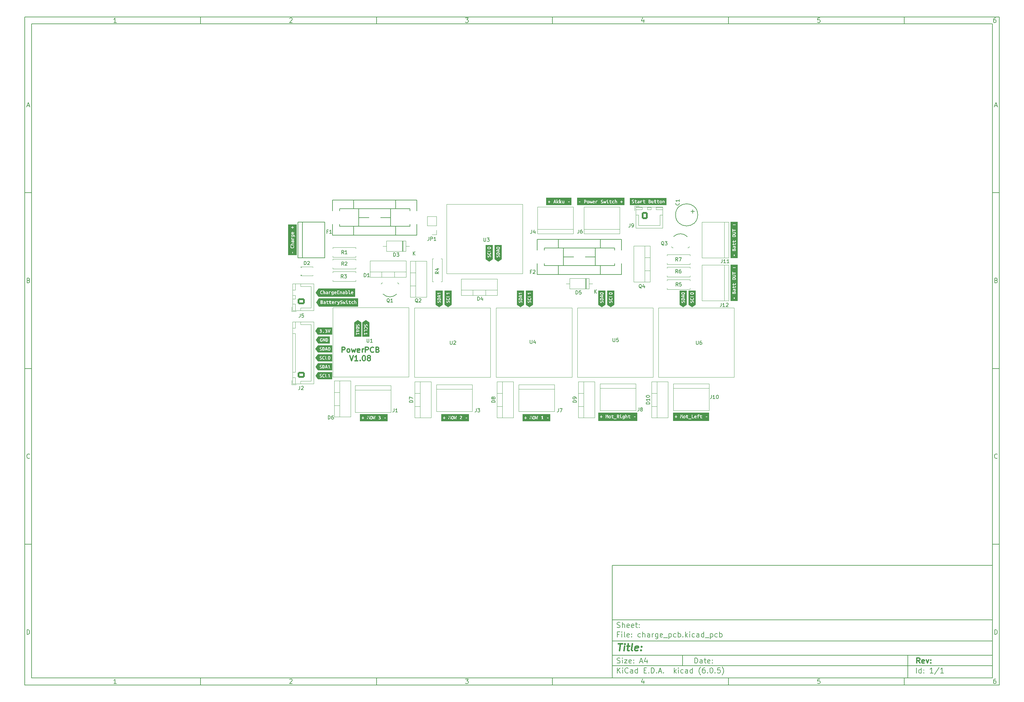
<source format=gto>
G04 #@! TF.GenerationSoftware,KiCad,Pcbnew,(6.0.5)*
G04 #@! TF.CreationDate,2023-05-16T20:39:54+02:00*
G04 #@! TF.ProjectId,charge_pcb,63686172-6765-45f7-9063-622e6b696361,rev?*
G04 #@! TF.SameCoordinates,Original*
G04 #@! TF.FileFunction,Legend,Top*
G04 #@! TF.FilePolarity,Positive*
%FSLAX46Y46*%
G04 Gerber Fmt 4.6, Leading zero omitted, Abs format (unit mm)*
G04 Created by KiCad (PCBNEW (6.0.5)) date 2023-05-16 20:39:54*
%MOMM*%
%LPD*%
G01*
G04 APERTURE LIST*
G04 Aperture macros list*
%AMRoundRect*
0 Rectangle with rounded corners*
0 $1 Rounding radius*
0 $2 $3 $4 $5 $6 $7 $8 $9 X,Y pos of 4 corners*
0 Add a 4 corners polygon primitive as box body*
4,1,4,$2,$3,$4,$5,$6,$7,$8,$9,$2,$3,0*
0 Add four circle primitives for the rounded corners*
1,1,$1+$1,$2,$3*
1,1,$1+$1,$4,$5*
1,1,$1+$1,$6,$7*
1,1,$1+$1,$8,$9*
0 Add four rect primitives between the rounded corners*
20,1,$1+$1,$2,$3,$4,$5,0*
20,1,$1+$1,$4,$5,$6,$7,0*
20,1,$1+$1,$6,$7,$8,$9,0*
20,1,$1+$1,$8,$9,$2,$3,0*%
G04 Aperture macros list end*
%ADD10C,0.100000*%
%ADD11C,0.150000*%
%ADD12C,0.300000*%
%ADD13C,0.400000*%
%ADD14C,0.120000*%
%ADD15R,2.540000X2.540000*%
%ADD16C,2.540000*%
%ADD17C,1.501140*%
%ADD18O,4.000500X2.499360*%
%ADD19C,3.200000*%
%ADD20R,2.000000X2.000000*%
%ADD21O,2.000000X2.000000*%
%ADD22R,3.000000X3.000000*%
%ADD23C,3.000000*%
%ADD24R,1.500000X1.500000*%
%ADD25C,1.500000*%
%ADD26C,1.600000*%
%ADD27O,1.600000X1.600000*%
%ADD28C,5.600000*%
%ADD29C,3.600000*%
%ADD30R,2.000000X1.905000*%
%ADD31O,2.000000X1.905000*%
%ADD32RoundRect,0.250000X0.725000X-0.600000X0.725000X0.600000X-0.725000X0.600000X-0.725000X-0.600000X0*%
%ADD33O,1.950000X1.700000*%
%ADD34RoundRect,0.250000X0.750000X-0.600000X0.750000X0.600000X-0.750000X0.600000X-0.750000X-0.600000X0*%
%ADD35O,2.000000X1.700000*%
%ADD36RoundRect,0.250000X-0.600000X-0.750000X0.600000X-0.750000X0.600000X0.750000X-0.600000X0.750000X0*%
%ADD37O,1.700000X2.000000*%
%ADD38R,1.800000X2.000000*%
%ADD39O,1.800000X2.000000*%
%ADD40O,3.000000X3.000000*%
%ADD41R,1.700000X1.700000*%
%ADD42O,1.700000X1.700000*%
%ADD43R,1.800000X1.800000*%
%ADD44C,1.800000*%
%ADD45R,2.200000X2.200000*%
%ADD46O,2.200000X2.200000*%
G04 APERTURE END LIST*
D10*
D11*
X177002200Y-166007200D02*
X177002200Y-198007200D01*
X285002200Y-198007200D01*
X285002200Y-166007200D01*
X177002200Y-166007200D01*
D10*
D11*
X10000000Y-10000000D02*
X10000000Y-200007200D01*
X287002200Y-200007200D01*
X287002200Y-10000000D01*
X10000000Y-10000000D01*
D10*
D11*
X12000000Y-12000000D02*
X12000000Y-198007200D01*
X285002200Y-198007200D01*
X285002200Y-12000000D01*
X12000000Y-12000000D01*
D10*
D11*
X60000000Y-12000000D02*
X60000000Y-10000000D01*
D10*
D11*
X110000000Y-12000000D02*
X110000000Y-10000000D01*
D10*
D11*
X160000000Y-12000000D02*
X160000000Y-10000000D01*
D10*
D11*
X210000000Y-12000000D02*
X210000000Y-10000000D01*
D10*
D11*
X260000000Y-12000000D02*
X260000000Y-10000000D01*
D10*
D11*
X36065476Y-11588095D02*
X35322619Y-11588095D01*
X35694047Y-11588095D02*
X35694047Y-10288095D01*
X35570238Y-10473809D01*
X35446428Y-10597619D01*
X35322619Y-10659523D01*
D10*
D11*
X85322619Y-10411904D02*
X85384523Y-10350000D01*
X85508333Y-10288095D01*
X85817857Y-10288095D01*
X85941666Y-10350000D01*
X86003571Y-10411904D01*
X86065476Y-10535714D01*
X86065476Y-10659523D01*
X86003571Y-10845238D01*
X85260714Y-11588095D01*
X86065476Y-11588095D01*
D10*
D11*
X135260714Y-10288095D02*
X136065476Y-10288095D01*
X135632142Y-10783333D01*
X135817857Y-10783333D01*
X135941666Y-10845238D01*
X136003571Y-10907142D01*
X136065476Y-11030952D01*
X136065476Y-11340476D01*
X136003571Y-11464285D01*
X135941666Y-11526190D01*
X135817857Y-11588095D01*
X135446428Y-11588095D01*
X135322619Y-11526190D01*
X135260714Y-11464285D01*
D10*
D11*
X185941666Y-10721428D02*
X185941666Y-11588095D01*
X185632142Y-10226190D02*
X185322619Y-11154761D01*
X186127380Y-11154761D01*
D10*
D11*
X236003571Y-10288095D02*
X235384523Y-10288095D01*
X235322619Y-10907142D01*
X235384523Y-10845238D01*
X235508333Y-10783333D01*
X235817857Y-10783333D01*
X235941666Y-10845238D01*
X236003571Y-10907142D01*
X236065476Y-11030952D01*
X236065476Y-11340476D01*
X236003571Y-11464285D01*
X235941666Y-11526190D01*
X235817857Y-11588095D01*
X235508333Y-11588095D01*
X235384523Y-11526190D01*
X235322619Y-11464285D01*
D10*
D11*
X285941666Y-10288095D02*
X285694047Y-10288095D01*
X285570238Y-10350000D01*
X285508333Y-10411904D01*
X285384523Y-10597619D01*
X285322619Y-10845238D01*
X285322619Y-11340476D01*
X285384523Y-11464285D01*
X285446428Y-11526190D01*
X285570238Y-11588095D01*
X285817857Y-11588095D01*
X285941666Y-11526190D01*
X286003571Y-11464285D01*
X286065476Y-11340476D01*
X286065476Y-11030952D01*
X286003571Y-10907142D01*
X285941666Y-10845238D01*
X285817857Y-10783333D01*
X285570238Y-10783333D01*
X285446428Y-10845238D01*
X285384523Y-10907142D01*
X285322619Y-11030952D01*
D10*
D11*
X60000000Y-198007200D02*
X60000000Y-200007200D01*
D10*
D11*
X110000000Y-198007200D02*
X110000000Y-200007200D01*
D10*
D11*
X160000000Y-198007200D02*
X160000000Y-200007200D01*
D10*
D11*
X210000000Y-198007200D02*
X210000000Y-200007200D01*
D10*
D11*
X260000000Y-198007200D02*
X260000000Y-200007200D01*
D10*
D11*
X36065476Y-199595295D02*
X35322619Y-199595295D01*
X35694047Y-199595295D02*
X35694047Y-198295295D01*
X35570238Y-198481009D01*
X35446428Y-198604819D01*
X35322619Y-198666723D01*
D10*
D11*
X85322619Y-198419104D02*
X85384523Y-198357200D01*
X85508333Y-198295295D01*
X85817857Y-198295295D01*
X85941666Y-198357200D01*
X86003571Y-198419104D01*
X86065476Y-198542914D01*
X86065476Y-198666723D01*
X86003571Y-198852438D01*
X85260714Y-199595295D01*
X86065476Y-199595295D01*
D10*
D11*
X135260714Y-198295295D02*
X136065476Y-198295295D01*
X135632142Y-198790533D01*
X135817857Y-198790533D01*
X135941666Y-198852438D01*
X136003571Y-198914342D01*
X136065476Y-199038152D01*
X136065476Y-199347676D01*
X136003571Y-199471485D01*
X135941666Y-199533390D01*
X135817857Y-199595295D01*
X135446428Y-199595295D01*
X135322619Y-199533390D01*
X135260714Y-199471485D01*
D10*
D11*
X185941666Y-198728628D02*
X185941666Y-199595295D01*
X185632142Y-198233390D02*
X185322619Y-199161961D01*
X186127380Y-199161961D01*
D10*
D11*
X236003571Y-198295295D02*
X235384523Y-198295295D01*
X235322619Y-198914342D01*
X235384523Y-198852438D01*
X235508333Y-198790533D01*
X235817857Y-198790533D01*
X235941666Y-198852438D01*
X236003571Y-198914342D01*
X236065476Y-199038152D01*
X236065476Y-199347676D01*
X236003571Y-199471485D01*
X235941666Y-199533390D01*
X235817857Y-199595295D01*
X235508333Y-199595295D01*
X235384523Y-199533390D01*
X235322619Y-199471485D01*
D10*
D11*
X285941666Y-198295295D02*
X285694047Y-198295295D01*
X285570238Y-198357200D01*
X285508333Y-198419104D01*
X285384523Y-198604819D01*
X285322619Y-198852438D01*
X285322619Y-199347676D01*
X285384523Y-199471485D01*
X285446428Y-199533390D01*
X285570238Y-199595295D01*
X285817857Y-199595295D01*
X285941666Y-199533390D01*
X286003571Y-199471485D01*
X286065476Y-199347676D01*
X286065476Y-199038152D01*
X286003571Y-198914342D01*
X285941666Y-198852438D01*
X285817857Y-198790533D01*
X285570238Y-198790533D01*
X285446428Y-198852438D01*
X285384523Y-198914342D01*
X285322619Y-199038152D01*
D10*
D11*
X10000000Y-60000000D02*
X12000000Y-60000000D01*
D10*
D11*
X10000000Y-110000000D02*
X12000000Y-110000000D01*
D10*
D11*
X10000000Y-160000000D02*
X12000000Y-160000000D01*
D10*
D11*
X10690476Y-35216666D02*
X11309523Y-35216666D01*
X10566666Y-35588095D02*
X11000000Y-34288095D01*
X11433333Y-35588095D01*
D10*
D11*
X11092857Y-84907142D02*
X11278571Y-84969047D01*
X11340476Y-85030952D01*
X11402380Y-85154761D01*
X11402380Y-85340476D01*
X11340476Y-85464285D01*
X11278571Y-85526190D01*
X11154761Y-85588095D01*
X10659523Y-85588095D01*
X10659523Y-84288095D01*
X11092857Y-84288095D01*
X11216666Y-84350000D01*
X11278571Y-84411904D01*
X11340476Y-84535714D01*
X11340476Y-84659523D01*
X11278571Y-84783333D01*
X11216666Y-84845238D01*
X11092857Y-84907142D01*
X10659523Y-84907142D01*
D10*
D11*
X11402380Y-135464285D02*
X11340476Y-135526190D01*
X11154761Y-135588095D01*
X11030952Y-135588095D01*
X10845238Y-135526190D01*
X10721428Y-135402380D01*
X10659523Y-135278571D01*
X10597619Y-135030952D01*
X10597619Y-134845238D01*
X10659523Y-134597619D01*
X10721428Y-134473809D01*
X10845238Y-134350000D01*
X11030952Y-134288095D01*
X11154761Y-134288095D01*
X11340476Y-134350000D01*
X11402380Y-134411904D01*
D10*
D11*
X10659523Y-185588095D02*
X10659523Y-184288095D01*
X10969047Y-184288095D01*
X11154761Y-184350000D01*
X11278571Y-184473809D01*
X11340476Y-184597619D01*
X11402380Y-184845238D01*
X11402380Y-185030952D01*
X11340476Y-185278571D01*
X11278571Y-185402380D01*
X11154761Y-185526190D01*
X10969047Y-185588095D01*
X10659523Y-185588095D01*
D10*
D11*
X287002200Y-60000000D02*
X285002200Y-60000000D01*
D10*
D11*
X287002200Y-110000000D02*
X285002200Y-110000000D01*
D10*
D11*
X287002200Y-160000000D02*
X285002200Y-160000000D01*
D10*
D11*
X285692676Y-35216666D02*
X286311723Y-35216666D01*
X285568866Y-35588095D02*
X286002200Y-34288095D01*
X286435533Y-35588095D01*
D10*
D11*
X286095057Y-84907142D02*
X286280771Y-84969047D01*
X286342676Y-85030952D01*
X286404580Y-85154761D01*
X286404580Y-85340476D01*
X286342676Y-85464285D01*
X286280771Y-85526190D01*
X286156961Y-85588095D01*
X285661723Y-85588095D01*
X285661723Y-84288095D01*
X286095057Y-84288095D01*
X286218866Y-84350000D01*
X286280771Y-84411904D01*
X286342676Y-84535714D01*
X286342676Y-84659523D01*
X286280771Y-84783333D01*
X286218866Y-84845238D01*
X286095057Y-84907142D01*
X285661723Y-84907142D01*
D10*
D11*
X286404580Y-135464285D02*
X286342676Y-135526190D01*
X286156961Y-135588095D01*
X286033152Y-135588095D01*
X285847438Y-135526190D01*
X285723628Y-135402380D01*
X285661723Y-135278571D01*
X285599819Y-135030952D01*
X285599819Y-134845238D01*
X285661723Y-134597619D01*
X285723628Y-134473809D01*
X285847438Y-134350000D01*
X286033152Y-134288095D01*
X286156961Y-134288095D01*
X286342676Y-134350000D01*
X286404580Y-134411904D01*
D10*
D11*
X285661723Y-185588095D02*
X285661723Y-184288095D01*
X285971247Y-184288095D01*
X286156961Y-184350000D01*
X286280771Y-184473809D01*
X286342676Y-184597619D01*
X286404580Y-184845238D01*
X286404580Y-185030952D01*
X286342676Y-185278571D01*
X286280771Y-185402380D01*
X286156961Y-185526190D01*
X285971247Y-185588095D01*
X285661723Y-185588095D01*
D10*
D11*
X200434342Y-193785771D02*
X200434342Y-192285771D01*
X200791485Y-192285771D01*
X201005771Y-192357200D01*
X201148628Y-192500057D01*
X201220057Y-192642914D01*
X201291485Y-192928628D01*
X201291485Y-193142914D01*
X201220057Y-193428628D01*
X201148628Y-193571485D01*
X201005771Y-193714342D01*
X200791485Y-193785771D01*
X200434342Y-193785771D01*
X202577200Y-193785771D02*
X202577200Y-193000057D01*
X202505771Y-192857200D01*
X202362914Y-192785771D01*
X202077200Y-192785771D01*
X201934342Y-192857200D01*
X202577200Y-193714342D02*
X202434342Y-193785771D01*
X202077200Y-193785771D01*
X201934342Y-193714342D01*
X201862914Y-193571485D01*
X201862914Y-193428628D01*
X201934342Y-193285771D01*
X202077200Y-193214342D01*
X202434342Y-193214342D01*
X202577200Y-193142914D01*
X203077200Y-192785771D02*
X203648628Y-192785771D01*
X203291485Y-192285771D02*
X203291485Y-193571485D01*
X203362914Y-193714342D01*
X203505771Y-193785771D01*
X203648628Y-193785771D01*
X204720057Y-193714342D02*
X204577200Y-193785771D01*
X204291485Y-193785771D01*
X204148628Y-193714342D01*
X204077200Y-193571485D01*
X204077200Y-193000057D01*
X204148628Y-192857200D01*
X204291485Y-192785771D01*
X204577200Y-192785771D01*
X204720057Y-192857200D01*
X204791485Y-193000057D01*
X204791485Y-193142914D01*
X204077200Y-193285771D01*
X205434342Y-193642914D02*
X205505771Y-193714342D01*
X205434342Y-193785771D01*
X205362914Y-193714342D01*
X205434342Y-193642914D01*
X205434342Y-193785771D01*
X205434342Y-192857200D02*
X205505771Y-192928628D01*
X205434342Y-193000057D01*
X205362914Y-192928628D01*
X205434342Y-192857200D01*
X205434342Y-193000057D01*
D10*
D11*
X177002200Y-194507200D02*
X285002200Y-194507200D01*
D10*
D11*
X178434342Y-196585771D02*
X178434342Y-195085771D01*
X179291485Y-196585771D02*
X178648628Y-195728628D01*
X179291485Y-195085771D02*
X178434342Y-195942914D01*
X179934342Y-196585771D02*
X179934342Y-195585771D01*
X179934342Y-195085771D02*
X179862914Y-195157200D01*
X179934342Y-195228628D01*
X180005771Y-195157200D01*
X179934342Y-195085771D01*
X179934342Y-195228628D01*
X181505771Y-196442914D02*
X181434342Y-196514342D01*
X181220057Y-196585771D01*
X181077200Y-196585771D01*
X180862914Y-196514342D01*
X180720057Y-196371485D01*
X180648628Y-196228628D01*
X180577200Y-195942914D01*
X180577200Y-195728628D01*
X180648628Y-195442914D01*
X180720057Y-195300057D01*
X180862914Y-195157200D01*
X181077200Y-195085771D01*
X181220057Y-195085771D01*
X181434342Y-195157200D01*
X181505771Y-195228628D01*
X182791485Y-196585771D02*
X182791485Y-195800057D01*
X182720057Y-195657200D01*
X182577200Y-195585771D01*
X182291485Y-195585771D01*
X182148628Y-195657200D01*
X182791485Y-196514342D02*
X182648628Y-196585771D01*
X182291485Y-196585771D01*
X182148628Y-196514342D01*
X182077200Y-196371485D01*
X182077200Y-196228628D01*
X182148628Y-196085771D01*
X182291485Y-196014342D01*
X182648628Y-196014342D01*
X182791485Y-195942914D01*
X184148628Y-196585771D02*
X184148628Y-195085771D01*
X184148628Y-196514342D02*
X184005771Y-196585771D01*
X183720057Y-196585771D01*
X183577200Y-196514342D01*
X183505771Y-196442914D01*
X183434342Y-196300057D01*
X183434342Y-195871485D01*
X183505771Y-195728628D01*
X183577200Y-195657200D01*
X183720057Y-195585771D01*
X184005771Y-195585771D01*
X184148628Y-195657200D01*
X186005771Y-195800057D02*
X186505771Y-195800057D01*
X186720057Y-196585771D02*
X186005771Y-196585771D01*
X186005771Y-195085771D01*
X186720057Y-195085771D01*
X187362914Y-196442914D02*
X187434342Y-196514342D01*
X187362914Y-196585771D01*
X187291485Y-196514342D01*
X187362914Y-196442914D01*
X187362914Y-196585771D01*
X188077200Y-196585771D02*
X188077200Y-195085771D01*
X188434342Y-195085771D01*
X188648628Y-195157200D01*
X188791485Y-195300057D01*
X188862914Y-195442914D01*
X188934342Y-195728628D01*
X188934342Y-195942914D01*
X188862914Y-196228628D01*
X188791485Y-196371485D01*
X188648628Y-196514342D01*
X188434342Y-196585771D01*
X188077200Y-196585771D01*
X189577200Y-196442914D02*
X189648628Y-196514342D01*
X189577200Y-196585771D01*
X189505771Y-196514342D01*
X189577200Y-196442914D01*
X189577200Y-196585771D01*
X190220057Y-196157200D02*
X190934342Y-196157200D01*
X190077200Y-196585771D02*
X190577200Y-195085771D01*
X191077200Y-196585771D01*
X191577200Y-196442914D02*
X191648628Y-196514342D01*
X191577200Y-196585771D01*
X191505771Y-196514342D01*
X191577200Y-196442914D01*
X191577200Y-196585771D01*
X194577200Y-196585771D02*
X194577200Y-195085771D01*
X194720057Y-196014342D02*
X195148628Y-196585771D01*
X195148628Y-195585771D02*
X194577200Y-196157200D01*
X195791485Y-196585771D02*
X195791485Y-195585771D01*
X195791485Y-195085771D02*
X195720057Y-195157200D01*
X195791485Y-195228628D01*
X195862914Y-195157200D01*
X195791485Y-195085771D01*
X195791485Y-195228628D01*
X197148628Y-196514342D02*
X197005771Y-196585771D01*
X196720057Y-196585771D01*
X196577200Y-196514342D01*
X196505771Y-196442914D01*
X196434342Y-196300057D01*
X196434342Y-195871485D01*
X196505771Y-195728628D01*
X196577200Y-195657200D01*
X196720057Y-195585771D01*
X197005771Y-195585771D01*
X197148628Y-195657200D01*
X198434342Y-196585771D02*
X198434342Y-195800057D01*
X198362914Y-195657200D01*
X198220057Y-195585771D01*
X197934342Y-195585771D01*
X197791485Y-195657200D01*
X198434342Y-196514342D02*
X198291485Y-196585771D01*
X197934342Y-196585771D01*
X197791485Y-196514342D01*
X197720057Y-196371485D01*
X197720057Y-196228628D01*
X197791485Y-196085771D01*
X197934342Y-196014342D01*
X198291485Y-196014342D01*
X198434342Y-195942914D01*
X199791485Y-196585771D02*
X199791485Y-195085771D01*
X199791485Y-196514342D02*
X199648628Y-196585771D01*
X199362914Y-196585771D01*
X199220057Y-196514342D01*
X199148628Y-196442914D01*
X199077200Y-196300057D01*
X199077200Y-195871485D01*
X199148628Y-195728628D01*
X199220057Y-195657200D01*
X199362914Y-195585771D01*
X199648628Y-195585771D01*
X199791485Y-195657200D01*
X202077200Y-197157200D02*
X202005771Y-197085771D01*
X201862914Y-196871485D01*
X201791485Y-196728628D01*
X201720057Y-196514342D01*
X201648628Y-196157200D01*
X201648628Y-195871485D01*
X201720057Y-195514342D01*
X201791485Y-195300057D01*
X201862914Y-195157200D01*
X202005771Y-194942914D01*
X202077200Y-194871485D01*
X203291485Y-195085771D02*
X203005771Y-195085771D01*
X202862914Y-195157200D01*
X202791485Y-195228628D01*
X202648628Y-195442914D01*
X202577200Y-195728628D01*
X202577200Y-196300057D01*
X202648628Y-196442914D01*
X202720057Y-196514342D01*
X202862914Y-196585771D01*
X203148628Y-196585771D01*
X203291485Y-196514342D01*
X203362914Y-196442914D01*
X203434342Y-196300057D01*
X203434342Y-195942914D01*
X203362914Y-195800057D01*
X203291485Y-195728628D01*
X203148628Y-195657200D01*
X202862914Y-195657200D01*
X202720057Y-195728628D01*
X202648628Y-195800057D01*
X202577200Y-195942914D01*
X204077200Y-196442914D02*
X204148628Y-196514342D01*
X204077200Y-196585771D01*
X204005771Y-196514342D01*
X204077200Y-196442914D01*
X204077200Y-196585771D01*
X205077200Y-195085771D02*
X205220057Y-195085771D01*
X205362914Y-195157200D01*
X205434342Y-195228628D01*
X205505771Y-195371485D01*
X205577200Y-195657200D01*
X205577200Y-196014342D01*
X205505771Y-196300057D01*
X205434342Y-196442914D01*
X205362914Y-196514342D01*
X205220057Y-196585771D01*
X205077200Y-196585771D01*
X204934342Y-196514342D01*
X204862914Y-196442914D01*
X204791485Y-196300057D01*
X204720057Y-196014342D01*
X204720057Y-195657200D01*
X204791485Y-195371485D01*
X204862914Y-195228628D01*
X204934342Y-195157200D01*
X205077200Y-195085771D01*
X206220057Y-196442914D02*
X206291485Y-196514342D01*
X206220057Y-196585771D01*
X206148628Y-196514342D01*
X206220057Y-196442914D01*
X206220057Y-196585771D01*
X207648628Y-195085771D02*
X206934342Y-195085771D01*
X206862914Y-195800057D01*
X206934342Y-195728628D01*
X207077200Y-195657200D01*
X207434342Y-195657200D01*
X207577200Y-195728628D01*
X207648628Y-195800057D01*
X207720057Y-195942914D01*
X207720057Y-196300057D01*
X207648628Y-196442914D01*
X207577200Y-196514342D01*
X207434342Y-196585771D01*
X207077200Y-196585771D01*
X206934342Y-196514342D01*
X206862914Y-196442914D01*
X208220057Y-197157200D02*
X208291485Y-197085771D01*
X208434342Y-196871485D01*
X208505771Y-196728628D01*
X208577200Y-196514342D01*
X208648628Y-196157200D01*
X208648628Y-195871485D01*
X208577200Y-195514342D01*
X208505771Y-195300057D01*
X208434342Y-195157200D01*
X208291485Y-194942914D01*
X208220057Y-194871485D01*
D10*
D11*
X177002200Y-191507200D02*
X285002200Y-191507200D01*
D10*
D12*
X264411485Y-193785771D02*
X263911485Y-193071485D01*
X263554342Y-193785771D02*
X263554342Y-192285771D01*
X264125771Y-192285771D01*
X264268628Y-192357200D01*
X264340057Y-192428628D01*
X264411485Y-192571485D01*
X264411485Y-192785771D01*
X264340057Y-192928628D01*
X264268628Y-193000057D01*
X264125771Y-193071485D01*
X263554342Y-193071485D01*
X265625771Y-193714342D02*
X265482914Y-193785771D01*
X265197200Y-193785771D01*
X265054342Y-193714342D01*
X264982914Y-193571485D01*
X264982914Y-193000057D01*
X265054342Y-192857200D01*
X265197200Y-192785771D01*
X265482914Y-192785771D01*
X265625771Y-192857200D01*
X265697200Y-193000057D01*
X265697200Y-193142914D01*
X264982914Y-193285771D01*
X266197200Y-192785771D02*
X266554342Y-193785771D01*
X266911485Y-192785771D01*
X267482914Y-193642914D02*
X267554342Y-193714342D01*
X267482914Y-193785771D01*
X267411485Y-193714342D01*
X267482914Y-193642914D01*
X267482914Y-193785771D01*
X267482914Y-192857200D02*
X267554342Y-192928628D01*
X267482914Y-193000057D01*
X267411485Y-192928628D01*
X267482914Y-192857200D01*
X267482914Y-193000057D01*
D10*
D11*
X178362914Y-193714342D02*
X178577200Y-193785771D01*
X178934342Y-193785771D01*
X179077200Y-193714342D01*
X179148628Y-193642914D01*
X179220057Y-193500057D01*
X179220057Y-193357200D01*
X179148628Y-193214342D01*
X179077200Y-193142914D01*
X178934342Y-193071485D01*
X178648628Y-193000057D01*
X178505771Y-192928628D01*
X178434342Y-192857200D01*
X178362914Y-192714342D01*
X178362914Y-192571485D01*
X178434342Y-192428628D01*
X178505771Y-192357200D01*
X178648628Y-192285771D01*
X179005771Y-192285771D01*
X179220057Y-192357200D01*
X179862914Y-193785771D02*
X179862914Y-192785771D01*
X179862914Y-192285771D02*
X179791485Y-192357200D01*
X179862914Y-192428628D01*
X179934342Y-192357200D01*
X179862914Y-192285771D01*
X179862914Y-192428628D01*
X180434342Y-192785771D02*
X181220057Y-192785771D01*
X180434342Y-193785771D01*
X181220057Y-193785771D01*
X182362914Y-193714342D02*
X182220057Y-193785771D01*
X181934342Y-193785771D01*
X181791485Y-193714342D01*
X181720057Y-193571485D01*
X181720057Y-193000057D01*
X181791485Y-192857200D01*
X181934342Y-192785771D01*
X182220057Y-192785771D01*
X182362914Y-192857200D01*
X182434342Y-193000057D01*
X182434342Y-193142914D01*
X181720057Y-193285771D01*
X183077200Y-193642914D02*
X183148628Y-193714342D01*
X183077200Y-193785771D01*
X183005771Y-193714342D01*
X183077200Y-193642914D01*
X183077200Y-193785771D01*
X183077200Y-192857200D02*
X183148628Y-192928628D01*
X183077200Y-193000057D01*
X183005771Y-192928628D01*
X183077200Y-192857200D01*
X183077200Y-193000057D01*
X184862914Y-193357200D02*
X185577200Y-193357200D01*
X184720057Y-193785771D02*
X185220057Y-192285771D01*
X185720057Y-193785771D01*
X186862914Y-192785771D02*
X186862914Y-193785771D01*
X186505771Y-192214342D02*
X186148628Y-193285771D01*
X187077200Y-193285771D01*
D10*
D11*
X263434342Y-196585771D02*
X263434342Y-195085771D01*
X264791485Y-196585771D02*
X264791485Y-195085771D01*
X264791485Y-196514342D02*
X264648628Y-196585771D01*
X264362914Y-196585771D01*
X264220057Y-196514342D01*
X264148628Y-196442914D01*
X264077200Y-196300057D01*
X264077200Y-195871485D01*
X264148628Y-195728628D01*
X264220057Y-195657200D01*
X264362914Y-195585771D01*
X264648628Y-195585771D01*
X264791485Y-195657200D01*
X265505771Y-196442914D02*
X265577200Y-196514342D01*
X265505771Y-196585771D01*
X265434342Y-196514342D01*
X265505771Y-196442914D01*
X265505771Y-196585771D01*
X265505771Y-195657200D02*
X265577200Y-195728628D01*
X265505771Y-195800057D01*
X265434342Y-195728628D01*
X265505771Y-195657200D01*
X265505771Y-195800057D01*
X268148628Y-196585771D02*
X267291485Y-196585771D01*
X267720057Y-196585771D02*
X267720057Y-195085771D01*
X267577200Y-195300057D01*
X267434342Y-195442914D01*
X267291485Y-195514342D01*
X269862914Y-195014342D02*
X268577200Y-196942914D01*
X271148628Y-196585771D02*
X270291485Y-196585771D01*
X270720057Y-196585771D02*
X270720057Y-195085771D01*
X270577200Y-195300057D01*
X270434342Y-195442914D01*
X270291485Y-195514342D01*
D10*
D11*
X177002200Y-187507200D02*
X285002200Y-187507200D01*
D10*
D13*
X178714580Y-188211961D02*
X179857438Y-188211961D01*
X179036009Y-190211961D02*
X179286009Y-188211961D01*
X180274104Y-190211961D02*
X180440771Y-188878628D01*
X180524104Y-188211961D02*
X180416961Y-188307200D01*
X180500295Y-188402438D01*
X180607438Y-188307200D01*
X180524104Y-188211961D01*
X180500295Y-188402438D01*
X181107438Y-188878628D02*
X181869342Y-188878628D01*
X181476485Y-188211961D02*
X181262200Y-189926247D01*
X181333628Y-190116723D01*
X181512200Y-190211961D01*
X181702676Y-190211961D01*
X182655057Y-190211961D02*
X182476485Y-190116723D01*
X182405057Y-189926247D01*
X182619342Y-188211961D01*
X184190771Y-190116723D02*
X183988390Y-190211961D01*
X183607438Y-190211961D01*
X183428866Y-190116723D01*
X183357438Y-189926247D01*
X183452676Y-189164342D01*
X183571723Y-188973866D01*
X183774104Y-188878628D01*
X184155057Y-188878628D01*
X184333628Y-188973866D01*
X184405057Y-189164342D01*
X184381247Y-189354819D01*
X183405057Y-189545295D01*
X185155057Y-190021485D02*
X185238390Y-190116723D01*
X185131247Y-190211961D01*
X185047914Y-190116723D01*
X185155057Y-190021485D01*
X185131247Y-190211961D01*
X185286009Y-188973866D02*
X185369342Y-189069104D01*
X185262200Y-189164342D01*
X185178866Y-189069104D01*
X185286009Y-188973866D01*
X185262200Y-189164342D01*
D10*
D11*
X178934342Y-185600057D02*
X178434342Y-185600057D01*
X178434342Y-186385771D02*
X178434342Y-184885771D01*
X179148628Y-184885771D01*
X179720057Y-186385771D02*
X179720057Y-185385771D01*
X179720057Y-184885771D02*
X179648628Y-184957200D01*
X179720057Y-185028628D01*
X179791485Y-184957200D01*
X179720057Y-184885771D01*
X179720057Y-185028628D01*
X180648628Y-186385771D02*
X180505771Y-186314342D01*
X180434342Y-186171485D01*
X180434342Y-184885771D01*
X181791485Y-186314342D02*
X181648628Y-186385771D01*
X181362914Y-186385771D01*
X181220057Y-186314342D01*
X181148628Y-186171485D01*
X181148628Y-185600057D01*
X181220057Y-185457200D01*
X181362914Y-185385771D01*
X181648628Y-185385771D01*
X181791485Y-185457200D01*
X181862914Y-185600057D01*
X181862914Y-185742914D01*
X181148628Y-185885771D01*
X182505771Y-186242914D02*
X182577200Y-186314342D01*
X182505771Y-186385771D01*
X182434342Y-186314342D01*
X182505771Y-186242914D01*
X182505771Y-186385771D01*
X182505771Y-185457200D02*
X182577200Y-185528628D01*
X182505771Y-185600057D01*
X182434342Y-185528628D01*
X182505771Y-185457200D01*
X182505771Y-185600057D01*
X185005771Y-186314342D02*
X184862914Y-186385771D01*
X184577200Y-186385771D01*
X184434342Y-186314342D01*
X184362914Y-186242914D01*
X184291485Y-186100057D01*
X184291485Y-185671485D01*
X184362914Y-185528628D01*
X184434342Y-185457200D01*
X184577200Y-185385771D01*
X184862914Y-185385771D01*
X185005771Y-185457200D01*
X185648628Y-186385771D02*
X185648628Y-184885771D01*
X186291485Y-186385771D02*
X186291485Y-185600057D01*
X186220057Y-185457200D01*
X186077200Y-185385771D01*
X185862914Y-185385771D01*
X185720057Y-185457200D01*
X185648628Y-185528628D01*
X187648628Y-186385771D02*
X187648628Y-185600057D01*
X187577200Y-185457200D01*
X187434342Y-185385771D01*
X187148628Y-185385771D01*
X187005771Y-185457200D01*
X187648628Y-186314342D02*
X187505771Y-186385771D01*
X187148628Y-186385771D01*
X187005771Y-186314342D01*
X186934342Y-186171485D01*
X186934342Y-186028628D01*
X187005771Y-185885771D01*
X187148628Y-185814342D01*
X187505771Y-185814342D01*
X187648628Y-185742914D01*
X188362914Y-186385771D02*
X188362914Y-185385771D01*
X188362914Y-185671485D02*
X188434342Y-185528628D01*
X188505771Y-185457200D01*
X188648628Y-185385771D01*
X188791485Y-185385771D01*
X189934342Y-185385771D02*
X189934342Y-186600057D01*
X189862914Y-186742914D01*
X189791485Y-186814342D01*
X189648628Y-186885771D01*
X189434342Y-186885771D01*
X189291485Y-186814342D01*
X189934342Y-186314342D02*
X189791485Y-186385771D01*
X189505771Y-186385771D01*
X189362914Y-186314342D01*
X189291485Y-186242914D01*
X189220057Y-186100057D01*
X189220057Y-185671485D01*
X189291485Y-185528628D01*
X189362914Y-185457200D01*
X189505771Y-185385771D01*
X189791485Y-185385771D01*
X189934342Y-185457200D01*
X191220057Y-186314342D02*
X191077200Y-186385771D01*
X190791485Y-186385771D01*
X190648628Y-186314342D01*
X190577200Y-186171485D01*
X190577200Y-185600057D01*
X190648628Y-185457200D01*
X190791485Y-185385771D01*
X191077200Y-185385771D01*
X191220057Y-185457200D01*
X191291485Y-185600057D01*
X191291485Y-185742914D01*
X190577200Y-185885771D01*
X191577200Y-186528628D02*
X192720057Y-186528628D01*
X193077200Y-185385771D02*
X193077200Y-186885771D01*
X193077200Y-185457200D02*
X193220057Y-185385771D01*
X193505771Y-185385771D01*
X193648628Y-185457200D01*
X193720057Y-185528628D01*
X193791485Y-185671485D01*
X193791485Y-186100057D01*
X193720057Y-186242914D01*
X193648628Y-186314342D01*
X193505771Y-186385771D01*
X193220057Y-186385771D01*
X193077200Y-186314342D01*
X195077200Y-186314342D02*
X194934342Y-186385771D01*
X194648628Y-186385771D01*
X194505771Y-186314342D01*
X194434342Y-186242914D01*
X194362914Y-186100057D01*
X194362914Y-185671485D01*
X194434342Y-185528628D01*
X194505771Y-185457200D01*
X194648628Y-185385771D01*
X194934342Y-185385771D01*
X195077200Y-185457200D01*
X195720057Y-186385771D02*
X195720057Y-184885771D01*
X195720057Y-185457200D02*
X195862914Y-185385771D01*
X196148628Y-185385771D01*
X196291485Y-185457200D01*
X196362914Y-185528628D01*
X196434342Y-185671485D01*
X196434342Y-186100057D01*
X196362914Y-186242914D01*
X196291485Y-186314342D01*
X196148628Y-186385771D01*
X195862914Y-186385771D01*
X195720057Y-186314342D01*
X197077200Y-186242914D02*
X197148628Y-186314342D01*
X197077200Y-186385771D01*
X197005771Y-186314342D01*
X197077200Y-186242914D01*
X197077200Y-186385771D01*
X197791485Y-186385771D02*
X197791485Y-184885771D01*
X197934342Y-185814342D02*
X198362914Y-186385771D01*
X198362914Y-185385771D02*
X197791485Y-185957200D01*
X199005771Y-186385771D02*
X199005771Y-185385771D01*
X199005771Y-184885771D02*
X198934342Y-184957200D01*
X199005771Y-185028628D01*
X199077200Y-184957200D01*
X199005771Y-184885771D01*
X199005771Y-185028628D01*
X200362914Y-186314342D02*
X200220057Y-186385771D01*
X199934342Y-186385771D01*
X199791485Y-186314342D01*
X199720057Y-186242914D01*
X199648628Y-186100057D01*
X199648628Y-185671485D01*
X199720057Y-185528628D01*
X199791485Y-185457200D01*
X199934342Y-185385771D01*
X200220057Y-185385771D01*
X200362914Y-185457200D01*
X201648628Y-186385771D02*
X201648628Y-185600057D01*
X201577200Y-185457200D01*
X201434342Y-185385771D01*
X201148628Y-185385771D01*
X201005771Y-185457200D01*
X201648628Y-186314342D02*
X201505771Y-186385771D01*
X201148628Y-186385771D01*
X201005771Y-186314342D01*
X200934342Y-186171485D01*
X200934342Y-186028628D01*
X201005771Y-185885771D01*
X201148628Y-185814342D01*
X201505771Y-185814342D01*
X201648628Y-185742914D01*
X203005771Y-186385771D02*
X203005771Y-184885771D01*
X203005771Y-186314342D02*
X202862914Y-186385771D01*
X202577200Y-186385771D01*
X202434342Y-186314342D01*
X202362914Y-186242914D01*
X202291485Y-186100057D01*
X202291485Y-185671485D01*
X202362914Y-185528628D01*
X202434342Y-185457200D01*
X202577200Y-185385771D01*
X202862914Y-185385771D01*
X203005771Y-185457200D01*
X203362914Y-186528628D02*
X204505771Y-186528628D01*
X204862914Y-185385771D02*
X204862914Y-186885771D01*
X204862914Y-185457200D02*
X205005771Y-185385771D01*
X205291485Y-185385771D01*
X205434342Y-185457200D01*
X205505771Y-185528628D01*
X205577200Y-185671485D01*
X205577200Y-186100057D01*
X205505771Y-186242914D01*
X205434342Y-186314342D01*
X205291485Y-186385771D01*
X205005771Y-186385771D01*
X204862914Y-186314342D01*
X206862914Y-186314342D02*
X206720057Y-186385771D01*
X206434342Y-186385771D01*
X206291485Y-186314342D01*
X206220057Y-186242914D01*
X206148628Y-186100057D01*
X206148628Y-185671485D01*
X206220057Y-185528628D01*
X206291485Y-185457200D01*
X206434342Y-185385771D01*
X206720057Y-185385771D01*
X206862914Y-185457200D01*
X207505771Y-186385771D02*
X207505771Y-184885771D01*
X207505771Y-185457200D02*
X207648628Y-185385771D01*
X207934342Y-185385771D01*
X208077200Y-185457200D01*
X208148628Y-185528628D01*
X208220057Y-185671485D01*
X208220057Y-186100057D01*
X208148628Y-186242914D01*
X208077200Y-186314342D01*
X207934342Y-186385771D01*
X207648628Y-186385771D01*
X207505771Y-186314342D01*
D10*
D11*
X177002200Y-181507200D02*
X285002200Y-181507200D01*
D10*
D11*
X178362914Y-183614342D02*
X178577200Y-183685771D01*
X178934342Y-183685771D01*
X179077200Y-183614342D01*
X179148628Y-183542914D01*
X179220057Y-183400057D01*
X179220057Y-183257200D01*
X179148628Y-183114342D01*
X179077200Y-183042914D01*
X178934342Y-182971485D01*
X178648628Y-182900057D01*
X178505771Y-182828628D01*
X178434342Y-182757200D01*
X178362914Y-182614342D01*
X178362914Y-182471485D01*
X178434342Y-182328628D01*
X178505771Y-182257200D01*
X178648628Y-182185771D01*
X179005771Y-182185771D01*
X179220057Y-182257200D01*
X179862914Y-183685771D02*
X179862914Y-182185771D01*
X180505771Y-183685771D02*
X180505771Y-182900057D01*
X180434342Y-182757200D01*
X180291485Y-182685771D01*
X180077200Y-182685771D01*
X179934342Y-182757200D01*
X179862914Y-182828628D01*
X181791485Y-183614342D02*
X181648628Y-183685771D01*
X181362914Y-183685771D01*
X181220057Y-183614342D01*
X181148628Y-183471485D01*
X181148628Y-182900057D01*
X181220057Y-182757200D01*
X181362914Y-182685771D01*
X181648628Y-182685771D01*
X181791485Y-182757200D01*
X181862914Y-182900057D01*
X181862914Y-183042914D01*
X181148628Y-183185771D01*
X183077200Y-183614342D02*
X182934342Y-183685771D01*
X182648628Y-183685771D01*
X182505771Y-183614342D01*
X182434342Y-183471485D01*
X182434342Y-182900057D01*
X182505771Y-182757200D01*
X182648628Y-182685771D01*
X182934342Y-182685771D01*
X183077200Y-182757200D01*
X183148628Y-182900057D01*
X183148628Y-183042914D01*
X182434342Y-183185771D01*
X183577200Y-182685771D02*
X184148628Y-182685771D01*
X183791485Y-182185771D02*
X183791485Y-183471485D01*
X183862914Y-183614342D01*
X184005771Y-183685771D01*
X184148628Y-183685771D01*
X184648628Y-183542914D02*
X184720057Y-183614342D01*
X184648628Y-183685771D01*
X184577200Y-183614342D01*
X184648628Y-183542914D01*
X184648628Y-183685771D01*
X184648628Y-182757200D02*
X184720057Y-182828628D01*
X184648628Y-182900057D01*
X184577200Y-182828628D01*
X184648628Y-182757200D01*
X184648628Y-182900057D01*
D10*
D12*
D10*
D11*
D10*
D11*
D10*
D11*
D10*
D11*
D10*
D11*
X197002200Y-191507200D02*
X197002200Y-194507200D01*
D10*
D11*
X261002200Y-191507200D02*
X261002200Y-198007200D01*
D12*
X100195714Y-105389071D02*
X100195714Y-103889071D01*
X100767142Y-103889071D01*
X100910000Y-103960500D01*
X100981428Y-104031928D01*
X101052857Y-104174785D01*
X101052857Y-104389071D01*
X100981428Y-104531928D01*
X100910000Y-104603357D01*
X100767142Y-104674785D01*
X100195714Y-104674785D01*
X101910000Y-105389071D02*
X101767142Y-105317642D01*
X101695714Y-105246214D01*
X101624285Y-105103357D01*
X101624285Y-104674785D01*
X101695714Y-104531928D01*
X101767142Y-104460500D01*
X101910000Y-104389071D01*
X102124285Y-104389071D01*
X102267142Y-104460500D01*
X102338571Y-104531928D01*
X102410000Y-104674785D01*
X102410000Y-105103357D01*
X102338571Y-105246214D01*
X102267142Y-105317642D01*
X102124285Y-105389071D01*
X101910000Y-105389071D01*
X102910000Y-104389071D02*
X103195714Y-105389071D01*
X103481428Y-104674785D01*
X103767142Y-105389071D01*
X104052857Y-104389071D01*
X105195714Y-105317642D02*
X105052857Y-105389071D01*
X104767142Y-105389071D01*
X104624285Y-105317642D01*
X104552857Y-105174785D01*
X104552857Y-104603357D01*
X104624285Y-104460500D01*
X104767142Y-104389071D01*
X105052857Y-104389071D01*
X105195714Y-104460500D01*
X105267142Y-104603357D01*
X105267142Y-104746214D01*
X104552857Y-104889071D01*
X105910000Y-105389071D02*
X105910000Y-104389071D01*
X105910000Y-104674785D02*
X105981428Y-104531928D01*
X106052857Y-104460500D01*
X106195714Y-104389071D01*
X106338571Y-104389071D01*
X106838571Y-105389071D02*
X106838571Y-103889071D01*
X107410000Y-103889071D01*
X107552857Y-103960500D01*
X107624285Y-104031928D01*
X107695714Y-104174785D01*
X107695714Y-104389071D01*
X107624285Y-104531928D01*
X107552857Y-104603357D01*
X107410000Y-104674785D01*
X106838571Y-104674785D01*
X109195714Y-105246214D02*
X109124285Y-105317642D01*
X108910000Y-105389071D01*
X108767142Y-105389071D01*
X108552857Y-105317642D01*
X108410000Y-105174785D01*
X108338571Y-105031928D01*
X108267142Y-104746214D01*
X108267142Y-104531928D01*
X108338571Y-104246214D01*
X108410000Y-104103357D01*
X108552857Y-103960500D01*
X108767142Y-103889071D01*
X108910000Y-103889071D01*
X109124285Y-103960500D01*
X109195714Y-104031928D01*
X110338571Y-104603357D02*
X110552857Y-104674785D01*
X110624285Y-104746214D01*
X110695714Y-104889071D01*
X110695714Y-105103357D01*
X110624285Y-105246214D01*
X110552857Y-105317642D01*
X110410000Y-105389071D01*
X109838571Y-105389071D01*
X109838571Y-103889071D01*
X110338571Y-103889071D01*
X110481428Y-103960500D01*
X110552857Y-104031928D01*
X110624285Y-104174785D01*
X110624285Y-104317642D01*
X110552857Y-104460500D01*
X110481428Y-104531928D01*
X110338571Y-104603357D01*
X109838571Y-104603357D01*
X102410000Y-106304071D02*
X102910000Y-107804071D01*
X103410000Y-106304071D01*
X104695714Y-107804071D02*
X103838571Y-107804071D01*
X104267142Y-107804071D02*
X104267142Y-106304071D01*
X104124285Y-106518357D01*
X103981428Y-106661214D01*
X103838571Y-106732642D01*
X105338571Y-107661214D02*
X105410000Y-107732642D01*
X105338571Y-107804071D01*
X105267142Y-107732642D01*
X105338571Y-107661214D01*
X105338571Y-107804071D01*
X106338571Y-106304071D02*
X106481428Y-106304071D01*
X106624285Y-106375500D01*
X106695714Y-106446928D01*
X106767142Y-106589785D01*
X106838571Y-106875500D01*
X106838571Y-107232642D01*
X106767142Y-107518357D01*
X106695714Y-107661214D01*
X106624285Y-107732642D01*
X106481428Y-107804071D01*
X106338571Y-107804071D01*
X106195714Y-107732642D01*
X106124285Y-107661214D01*
X106052857Y-107518357D01*
X105981428Y-107232642D01*
X105981428Y-106875500D01*
X106052857Y-106589785D01*
X106124285Y-106446928D01*
X106195714Y-106375500D01*
X106338571Y-106304071D01*
X107695714Y-106946928D02*
X107552857Y-106875500D01*
X107481428Y-106804071D01*
X107410000Y-106661214D01*
X107410000Y-106589785D01*
X107481428Y-106446928D01*
X107552857Y-106375500D01*
X107695714Y-106304071D01*
X107981428Y-106304071D01*
X108124285Y-106375500D01*
X108195714Y-106446928D01*
X108267142Y-106589785D01*
X108267142Y-106661214D01*
X108195714Y-106804071D01*
X108124285Y-106875500D01*
X107981428Y-106946928D01*
X107695714Y-106946928D01*
X107552857Y-107018357D01*
X107481428Y-107089785D01*
X107410000Y-107232642D01*
X107410000Y-107518357D01*
X107481428Y-107661214D01*
X107552857Y-107732642D01*
X107695714Y-107804071D01*
X107981428Y-107804071D01*
X108124285Y-107732642D01*
X108195714Y-107661214D01*
X108267142Y-107518357D01*
X108267142Y-107232642D01*
X108195714Y-107089785D01*
X108124285Y-107018357D01*
X107981428Y-106946928D01*
D11*
X195937142Y-62904666D02*
X195984761Y-62952285D01*
X196032380Y-63095142D01*
X196032380Y-63190380D01*
X195984761Y-63333238D01*
X195889523Y-63428476D01*
X195794285Y-63476095D01*
X195603809Y-63523714D01*
X195460952Y-63523714D01*
X195270476Y-63476095D01*
X195175238Y-63428476D01*
X195080000Y-63333238D01*
X195032380Y-63190380D01*
X195032380Y-63095142D01*
X195080000Y-62952285D01*
X195127619Y-62904666D01*
X196032380Y-61952285D02*
X196032380Y-62523714D01*
X196032380Y-62238000D02*
X195032380Y-62238000D01*
X195175238Y-62333238D01*
X195270476Y-62428476D01*
X195318095Y-62523714D01*
X106449904Y-83947380D02*
X106449904Y-82947380D01*
X106688000Y-82947380D01*
X106830857Y-82995000D01*
X106926095Y-83090238D01*
X106973714Y-83185476D01*
X107021333Y-83375952D01*
X107021333Y-83518809D01*
X106973714Y-83709285D01*
X106926095Y-83804523D01*
X106830857Y-83899761D01*
X106688000Y-83947380D01*
X106449904Y-83947380D01*
X107973714Y-83947380D02*
X107402285Y-83947380D01*
X107688000Y-83947380D02*
X107688000Y-82947380D01*
X107592761Y-83090238D01*
X107497523Y-83185476D01*
X107402285Y-83233095D01*
X96186666Y-71048571D02*
X95853333Y-71048571D01*
X95853333Y-71572380D02*
X95853333Y-70572380D01*
X96329523Y-70572380D01*
X97234285Y-71572380D02*
X96662857Y-71572380D01*
X96948571Y-71572380D02*
X96948571Y-70572380D01*
X96853333Y-70715238D01*
X96758095Y-70810476D01*
X96662857Y-70858095D01*
X154036666Y-82478571D02*
X153703333Y-82478571D01*
X153703333Y-83002380D02*
X153703333Y-82002380D01*
X154179523Y-82002380D01*
X154512857Y-82097619D02*
X154560476Y-82050000D01*
X154655714Y-82002380D01*
X154893809Y-82002380D01*
X154989047Y-82050000D01*
X155036666Y-82097619D01*
X155084285Y-82192857D01*
X155084285Y-82288095D01*
X155036666Y-82430952D01*
X154465238Y-83002380D01*
X155084285Y-83002380D01*
X114982666Y-121372380D02*
X114982666Y-122086666D01*
X114935047Y-122229523D01*
X114839809Y-122324761D01*
X114696952Y-122372380D01*
X114601714Y-122372380D01*
X115982666Y-122372380D02*
X115411238Y-122372380D01*
X115696952Y-122372380D02*
X115696952Y-121372380D01*
X115601714Y-121515238D01*
X115506476Y-121610476D01*
X115411238Y-121658095D01*
X113696761Y-91225619D02*
X113601523Y-91178000D01*
X113506285Y-91082761D01*
X113363428Y-90939904D01*
X113268190Y-90892285D01*
X113172952Y-90892285D01*
X113220571Y-91130380D02*
X113125333Y-91082761D01*
X113030095Y-90987523D01*
X112982476Y-90797047D01*
X112982476Y-90463714D01*
X113030095Y-90273238D01*
X113125333Y-90178000D01*
X113220571Y-90130380D01*
X113411047Y-90130380D01*
X113506285Y-90178000D01*
X113601523Y-90273238D01*
X113649142Y-90463714D01*
X113649142Y-90797047D01*
X113601523Y-90987523D01*
X113506285Y-91082761D01*
X113411047Y-91130380D01*
X113220571Y-91130380D01*
X114601523Y-91130380D02*
X114030095Y-91130380D01*
X114315809Y-91130380D02*
X114315809Y-90130380D01*
X114220571Y-90273238D01*
X114125333Y-90368476D01*
X114030095Y-90416095D01*
X191674761Y-74969619D02*
X191579523Y-74922000D01*
X191484285Y-74826761D01*
X191341428Y-74683904D01*
X191246190Y-74636285D01*
X191150952Y-74636285D01*
X191198571Y-74874380D02*
X191103333Y-74826761D01*
X191008095Y-74731523D01*
X190960476Y-74541047D01*
X190960476Y-74207714D01*
X191008095Y-74017238D01*
X191103333Y-73922000D01*
X191198571Y-73874380D01*
X191389047Y-73874380D01*
X191484285Y-73922000D01*
X191579523Y-74017238D01*
X191627142Y-74207714D01*
X191627142Y-74541047D01*
X191579523Y-74731523D01*
X191484285Y-74826761D01*
X191389047Y-74874380D01*
X191198571Y-74874380D01*
X191960476Y-73874380D02*
X192579523Y-73874380D01*
X192246190Y-74255333D01*
X192389047Y-74255333D01*
X192484285Y-74302952D01*
X192531904Y-74350571D01*
X192579523Y-74445809D01*
X192579523Y-74683904D01*
X192531904Y-74779142D01*
X192484285Y-74826761D01*
X192389047Y-74874380D01*
X192103333Y-74874380D01*
X192008095Y-74826761D01*
X191960476Y-74779142D01*
X100544333Y-84272380D02*
X100211000Y-83796190D01*
X99972904Y-84272380D02*
X99972904Y-83272380D01*
X100353857Y-83272380D01*
X100449095Y-83320000D01*
X100496714Y-83367619D01*
X100544333Y-83462857D01*
X100544333Y-83605714D01*
X100496714Y-83700952D01*
X100449095Y-83748571D01*
X100353857Y-83796190D01*
X99972904Y-83796190D01*
X100877666Y-83272380D02*
X101496714Y-83272380D01*
X101163380Y-83653333D01*
X101306238Y-83653333D01*
X101401476Y-83700952D01*
X101449095Y-83748571D01*
X101496714Y-83843809D01*
X101496714Y-84081904D01*
X101449095Y-84177142D01*
X101401476Y-84224761D01*
X101306238Y-84272380D01*
X101020523Y-84272380D01*
X100925285Y-84224761D01*
X100877666Y-84177142D01*
X127706380Y-82462666D02*
X127230190Y-82796000D01*
X127706380Y-83034095D02*
X126706380Y-83034095D01*
X126706380Y-82653142D01*
X126754000Y-82557904D01*
X126801619Y-82510285D01*
X126896857Y-82462666D01*
X127039714Y-82462666D01*
X127134952Y-82510285D01*
X127182571Y-82557904D01*
X127230190Y-82653142D01*
X127230190Y-83034095D01*
X127039714Y-81605523D02*
X127706380Y-81605523D01*
X126658761Y-81843619D02*
X127373047Y-82081714D01*
X127373047Y-81462666D01*
X195667333Y-86558380D02*
X195334000Y-86082190D01*
X195095904Y-86558380D02*
X195095904Y-85558380D01*
X195476857Y-85558380D01*
X195572095Y-85606000D01*
X195619714Y-85653619D01*
X195667333Y-85748857D01*
X195667333Y-85891714D01*
X195619714Y-85986952D01*
X195572095Y-86034571D01*
X195476857Y-86082190D01*
X195095904Y-86082190D01*
X196572095Y-85558380D02*
X196095904Y-85558380D01*
X196048285Y-86034571D01*
X196095904Y-85986952D01*
X196191142Y-85939333D01*
X196429238Y-85939333D01*
X196524476Y-85986952D01*
X196572095Y-86034571D01*
X196619714Y-86129809D01*
X196619714Y-86367904D01*
X196572095Y-86463142D01*
X196524476Y-86510761D01*
X196429238Y-86558380D01*
X196191142Y-86558380D01*
X196095904Y-86510761D01*
X196048285Y-86463142D01*
X195607333Y-82842380D02*
X195274000Y-82366190D01*
X195035904Y-82842380D02*
X195035904Y-81842380D01*
X195416857Y-81842380D01*
X195512095Y-81890000D01*
X195559714Y-81937619D01*
X195607333Y-82032857D01*
X195607333Y-82175714D01*
X195559714Y-82270952D01*
X195512095Y-82318571D01*
X195416857Y-82366190D01*
X195035904Y-82366190D01*
X196464476Y-81842380D02*
X196274000Y-81842380D01*
X196178761Y-81890000D01*
X196131142Y-81937619D01*
X196035904Y-82080476D01*
X195988285Y-82270952D01*
X195988285Y-82651904D01*
X196035904Y-82747142D01*
X196083523Y-82794761D01*
X196178761Y-82842380D01*
X196369238Y-82842380D01*
X196464476Y-82794761D01*
X196512095Y-82747142D01*
X196559714Y-82651904D01*
X196559714Y-82413809D01*
X196512095Y-82318571D01*
X196464476Y-82270952D01*
X196369238Y-82223333D01*
X196178761Y-82223333D01*
X196083523Y-82270952D01*
X196035904Y-82318571D01*
X195988285Y-82413809D01*
X184578666Y-121118380D02*
X184578666Y-121832666D01*
X184531047Y-121975523D01*
X184435809Y-122070761D01*
X184292952Y-122118380D01*
X184197714Y-122118380D01*
X185197714Y-121546952D02*
X185102476Y-121499333D01*
X185054857Y-121451714D01*
X185007238Y-121356476D01*
X185007238Y-121308857D01*
X185054857Y-121213619D01*
X185102476Y-121166000D01*
X185197714Y-121118380D01*
X185388190Y-121118380D01*
X185483428Y-121166000D01*
X185531047Y-121213619D01*
X185578666Y-121308857D01*
X185578666Y-121356476D01*
X185531047Y-121451714D01*
X185483428Y-121499333D01*
X185388190Y-121546952D01*
X185197714Y-121546952D01*
X185102476Y-121594571D01*
X185054857Y-121642190D01*
X185007238Y-121737428D01*
X185007238Y-121927904D01*
X185054857Y-122023142D01*
X185102476Y-122070761D01*
X185197714Y-122118380D01*
X185388190Y-122118380D01*
X185483428Y-122070761D01*
X185531047Y-122023142D01*
X185578666Y-121927904D01*
X185578666Y-121737428D01*
X185531047Y-121642190D01*
X185483428Y-121594571D01*
X185388190Y-121546952D01*
X185324761Y-87161619D02*
X185229523Y-87114000D01*
X185134285Y-87018761D01*
X184991428Y-86875904D01*
X184896190Y-86828285D01*
X184800952Y-86828285D01*
X184848571Y-87066380D02*
X184753333Y-87018761D01*
X184658095Y-86923523D01*
X184610476Y-86733047D01*
X184610476Y-86399714D01*
X184658095Y-86209238D01*
X184753333Y-86114000D01*
X184848571Y-86066380D01*
X185039047Y-86066380D01*
X185134285Y-86114000D01*
X185229523Y-86209238D01*
X185277142Y-86399714D01*
X185277142Y-86733047D01*
X185229523Y-86923523D01*
X185134285Y-87018761D01*
X185039047Y-87066380D01*
X184848571Y-87066380D01*
X186134285Y-86399714D02*
X186134285Y-87066380D01*
X185896190Y-86018761D02*
X185658095Y-86733047D01*
X186277142Y-86733047D01*
X121753761Y-91225619D02*
X121658523Y-91178000D01*
X121563285Y-91082761D01*
X121420428Y-90939904D01*
X121325190Y-90892285D01*
X121229952Y-90892285D01*
X121277571Y-91130380D02*
X121182333Y-91082761D01*
X121087095Y-90987523D01*
X121039476Y-90797047D01*
X121039476Y-90463714D01*
X121087095Y-90273238D01*
X121182333Y-90178000D01*
X121277571Y-90130380D01*
X121468047Y-90130380D01*
X121563285Y-90178000D01*
X121658523Y-90273238D01*
X121706142Y-90463714D01*
X121706142Y-90797047D01*
X121658523Y-90987523D01*
X121563285Y-91082761D01*
X121468047Y-91130380D01*
X121277571Y-91130380D01*
X122087095Y-90225619D02*
X122134714Y-90178000D01*
X122229952Y-90130380D01*
X122468047Y-90130380D01*
X122563285Y-90178000D01*
X122610904Y-90225619D01*
X122658523Y-90320857D01*
X122658523Y-90416095D01*
X122610904Y-90558952D01*
X122039476Y-91130380D01*
X122658523Y-91130380D01*
X88203666Y-115022380D02*
X88203666Y-115736666D01*
X88156047Y-115879523D01*
X88060809Y-115974761D01*
X87917952Y-116022380D01*
X87822714Y-116022380D01*
X88632238Y-115117619D02*
X88679857Y-115070000D01*
X88775095Y-115022380D01*
X89013190Y-115022380D01*
X89108428Y-115070000D01*
X89156047Y-115117619D01*
X89203666Y-115212857D01*
X89203666Y-115308095D01*
X89156047Y-115450952D01*
X88584619Y-116022380D01*
X89203666Y-116022380D01*
X138350666Y-121372380D02*
X138350666Y-122086666D01*
X138303047Y-122229523D01*
X138207809Y-122324761D01*
X138064952Y-122372380D01*
X137969714Y-122372380D01*
X138731619Y-121372380D02*
X139350666Y-121372380D01*
X139017333Y-121753333D01*
X139160190Y-121753333D01*
X139255428Y-121800952D01*
X139303047Y-121848571D01*
X139350666Y-121943809D01*
X139350666Y-122181904D01*
X139303047Y-122277142D01*
X139255428Y-122324761D01*
X139160190Y-122372380D01*
X138874476Y-122372380D01*
X138779238Y-122324761D01*
X138731619Y-122277142D01*
X154112666Y-70588380D02*
X154112666Y-71302666D01*
X154065047Y-71445523D01*
X153969809Y-71540761D01*
X153826952Y-71588380D01*
X153731714Y-71588380D01*
X155017428Y-70921714D02*
X155017428Y-71588380D01*
X154779333Y-70540761D02*
X154541238Y-71255047D01*
X155160285Y-71255047D01*
X88312666Y-94448380D02*
X88312666Y-95162666D01*
X88265047Y-95305523D01*
X88169809Y-95400761D01*
X88026952Y-95448380D01*
X87931714Y-95448380D01*
X89265047Y-94448380D02*
X88788857Y-94448380D01*
X88741238Y-94924571D01*
X88788857Y-94876952D01*
X88884095Y-94829333D01*
X89122190Y-94829333D01*
X89217428Y-94876952D01*
X89265047Y-94924571D01*
X89312666Y-95019809D01*
X89312666Y-95257904D01*
X89265047Y-95353142D01*
X89217428Y-95400761D01*
X89122190Y-95448380D01*
X88884095Y-95448380D01*
X88788857Y-95400761D01*
X88741238Y-95353142D01*
X167486666Y-70528380D02*
X167486666Y-71242666D01*
X167439047Y-71385523D01*
X167343809Y-71480761D01*
X167200952Y-71528380D01*
X167105714Y-71528380D01*
X168391428Y-70528380D02*
X168200952Y-70528380D01*
X168105714Y-70576000D01*
X168058095Y-70623619D01*
X167962857Y-70766476D01*
X167915238Y-70956952D01*
X167915238Y-71337904D01*
X167962857Y-71433142D01*
X168010476Y-71480761D01*
X168105714Y-71528380D01*
X168296190Y-71528380D01*
X168391428Y-71480761D01*
X168439047Y-71433142D01*
X168486666Y-71337904D01*
X168486666Y-71099809D01*
X168439047Y-71004571D01*
X168391428Y-70956952D01*
X168296190Y-70909333D01*
X168105714Y-70909333D01*
X168010476Y-70956952D01*
X167962857Y-71004571D01*
X167915238Y-71099809D01*
X161718666Y-121372380D02*
X161718666Y-122086666D01*
X161671047Y-122229523D01*
X161575809Y-122324761D01*
X161432952Y-122372380D01*
X161337714Y-122372380D01*
X162099619Y-121372380D02*
X162766285Y-121372380D01*
X162337714Y-122372380D01*
X182054666Y-68802380D02*
X182054666Y-69516666D01*
X182007047Y-69659523D01*
X181911809Y-69754761D01*
X181768952Y-69802380D01*
X181673714Y-69802380D01*
X182578476Y-69802380D02*
X182768952Y-69802380D01*
X182864190Y-69754761D01*
X182911809Y-69707142D01*
X183007047Y-69564285D01*
X183054666Y-69373809D01*
X183054666Y-68992857D01*
X183007047Y-68897619D01*
X182959428Y-68850000D01*
X182864190Y-68802380D01*
X182673714Y-68802380D01*
X182578476Y-68850000D01*
X182530857Y-68897619D01*
X182483238Y-68992857D01*
X182483238Y-69230952D01*
X182530857Y-69326190D01*
X182578476Y-69373809D01*
X182673714Y-69421428D01*
X182864190Y-69421428D01*
X182959428Y-69373809D01*
X183007047Y-69326190D01*
X183054666Y-69230952D01*
X205184476Y-117562380D02*
X205184476Y-118276666D01*
X205136857Y-118419523D01*
X205041619Y-118514761D01*
X204898761Y-118562380D01*
X204803523Y-118562380D01*
X206184476Y-118562380D02*
X205613047Y-118562380D01*
X205898761Y-118562380D02*
X205898761Y-117562380D01*
X205803523Y-117705238D01*
X205708285Y-117800476D01*
X205613047Y-117848095D01*
X206803523Y-117562380D02*
X206898761Y-117562380D01*
X206994000Y-117610000D01*
X207041619Y-117657619D01*
X207089238Y-117752857D01*
X207136857Y-117943333D01*
X207136857Y-118181428D01*
X207089238Y-118371904D01*
X207041619Y-118467142D01*
X206994000Y-118514761D01*
X206898761Y-118562380D01*
X206803523Y-118562380D01*
X206708285Y-118514761D01*
X206660666Y-118467142D01*
X206613047Y-118371904D01*
X206565428Y-118181428D01*
X206565428Y-117943333D01*
X206613047Y-117752857D01*
X206660666Y-117657619D01*
X206708285Y-117610000D01*
X206803523Y-117562380D01*
X208232476Y-78954380D02*
X208232476Y-79668666D01*
X208184857Y-79811523D01*
X208089619Y-79906761D01*
X207946761Y-79954380D01*
X207851523Y-79954380D01*
X209232476Y-79954380D02*
X208661047Y-79954380D01*
X208946761Y-79954380D02*
X208946761Y-78954380D01*
X208851523Y-79097238D01*
X208756285Y-79192476D01*
X208661047Y-79240095D01*
X210184857Y-79954380D02*
X209613428Y-79954380D01*
X209899142Y-79954380D02*
X209899142Y-78954380D01*
X209803904Y-79097238D01*
X209708666Y-79192476D01*
X209613428Y-79240095D01*
X207978476Y-91400380D02*
X207978476Y-92114666D01*
X207930857Y-92257523D01*
X207835619Y-92352761D01*
X207692761Y-92400380D01*
X207597523Y-92400380D01*
X208978476Y-92400380D02*
X208407047Y-92400380D01*
X208692761Y-92400380D02*
X208692761Y-91400380D01*
X208597523Y-91543238D01*
X208502285Y-91638476D01*
X208407047Y-91686095D01*
X209359428Y-91495619D02*
X209407047Y-91448000D01*
X209502285Y-91400380D01*
X209740380Y-91400380D01*
X209835619Y-91448000D01*
X209883238Y-91495619D01*
X209930857Y-91590857D01*
X209930857Y-91686095D01*
X209883238Y-91828952D01*
X209311809Y-92400380D01*
X209930857Y-92400380D01*
X130925095Y-102153380D02*
X130925095Y-102962904D01*
X130972714Y-103058142D01*
X131020333Y-103105761D01*
X131115571Y-103153380D01*
X131306047Y-103153380D01*
X131401285Y-103105761D01*
X131448904Y-103058142D01*
X131496523Y-102962904D01*
X131496523Y-102153380D01*
X131925095Y-102248619D02*
X131972714Y-102201000D01*
X132067952Y-102153380D01*
X132306047Y-102153380D01*
X132401285Y-102201000D01*
X132448904Y-102248619D01*
X132496523Y-102343857D01*
X132496523Y-102439095D01*
X132448904Y-102581952D01*
X131877476Y-103153380D01*
X132496523Y-103153380D01*
X140462095Y-72858380D02*
X140462095Y-73667904D01*
X140509714Y-73763142D01*
X140557333Y-73810761D01*
X140652571Y-73858380D01*
X140843047Y-73858380D01*
X140938285Y-73810761D01*
X140985904Y-73763142D01*
X141033523Y-73667904D01*
X141033523Y-72858380D01*
X141414476Y-72858380D02*
X142033523Y-72858380D01*
X141700190Y-73239333D01*
X141843047Y-73239333D01*
X141938285Y-73286952D01*
X141985904Y-73334571D01*
X142033523Y-73429809D01*
X142033523Y-73667904D01*
X141985904Y-73763142D01*
X141938285Y-73810761D01*
X141843047Y-73858380D01*
X141557333Y-73858380D01*
X141462095Y-73810761D01*
X141414476Y-73763142D01*
X153647095Y-101899380D02*
X153647095Y-102708904D01*
X153694714Y-102804142D01*
X153742333Y-102851761D01*
X153837571Y-102899380D01*
X154028047Y-102899380D01*
X154123285Y-102851761D01*
X154170904Y-102804142D01*
X154218523Y-102708904D01*
X154218523Y-101899380D01*
X155123285Y-102232714D02*
X155123285Y-102899380D01*
X154885190Y-101851761D02*
X154647095Y-102566047D01*
X155266142Y-102566047D01*
X177195095Y-101391380D02*
X177195095Y-102200904D01*
X177242714Y-102296142D01*
X177290333Y-102343761D01*
X177385571Y-102391380D01*
X177576047Y-102391380D01*
X177671285Y-102343761D01*
X177718904Y-102296142D01*
X177766523Y-102200904D01*
X177766523Y-101391380D01*
X178718904Y-101391380D02*
X178242714Y-101391380D01*
X178195095Y-101867571D01*
X178242714Y-101819952D01*
X178337952Y-101772333D01*
X178576047Y-101772333D01*
X178671285Y-101819952D01*
X178718904Y-101867571D01*
X178766523Y-101962809D01*
X178766523Y-102200904D01*
X178718904Y-102296142D01*
X178671285Y-102343761D01*
X178576047Y-102391380D01*
X178337952Y-102391380D01*
X178242714Y-102343761D01*
X178195095Y-102296142D01*
X200860095Y-102153380D02*
X200860095Y-102962904D01*
X200907714Y-103058142D01*
X200955333Y-103105761D01*
X201050571Y-103153380D01*
X201241047Y-103153380D01*
X201336285Y-103105761D01*
X201383904Y-103058142D01*
X201431523Y-102962904D01*
X201431523Y-102153380D01*
X202336285Y-102153380D02*
X202145809Y-102153380D01*
X202050571Y-102201000D01*
X202002952Y-102248619D01*
X201907714Y-102391476D01*
X201860095Y-102581952D01*
X201860095Y-102962904D01*
X201907714Y-103058142D01*
X201955333Y-103105761D01*
X202050571Y-103153380D01*
X202241047Y-103153380D01*
X202336285Y-103105761D01*
X202383904Y-103058142D01*
X202431523Y-102962904D01*
X202431523Y-102724809D01*
X202383904Y-102629571D01*
X202336285Y-102581952D01*
X202241047Y-102534333D01*
X202050571Y-102534333D01*
X201955333Y-102581952D01*
X201907714Y-102629571D01*
X201860095Y-102724809D01*
X195597333Y-79416380D02*
X195264000Y-78940190D01*
X195025904Y-79416380D02*
X195025904Y-78416380D01*
X195406857Y-78416380D01*
X195502095Y-78464000D01*
X195549714Y-78511619D01*
X195597333Y-78606857D01*
X195597333Y-78749714D01*
X195549714Y-78844952D01*
X195502095Y-78892571D01*
X195406857Y-78940190D01*
X195025904Y-78940190D01*
X195930666Y-78416380D02*
X196597333Y-78416380D01*
X196168761Y-79416380D01*
X100671333Y-77414380D02*
X100338000Y-76938190D01*
X100099904Y-77414380D02*
X100099904Y-76414380D01*
X100480857Y-76414380D01*
X100576095Y-76462000D01*
X100623714Y-76509619D01*
X100671333Y-76604857D01*
X100671333Y-76747714D01*
X100623714Y-76842952D01*
X100576095Y-76890571D01*
X100480857Y-76938190D01*
X100099904Y-76938190D01*
X101623714Y-77414380D02*
X101052285Y-77414380D01*
X101338000Y-77414380D02*
X101338000Y-76414380D01*
X101242761Y-76557238D01*
X101147523Y-76652476D01*
X101052285Y-76700095D01*
X124896666Y-72604380D02*
X124896666Y-73318666D01*
X124849047Y-73461523D01*
X124753809Y-73556761D01*
X124610952Y-73604380D01*
X124515714Y-73604380D01*
X125372857Y-73604380D02*
X125372857Y-72604380D01*
X125753809Y-72604380D01*
X125849047Y-72652000D01*
X125896666Y-72699619D01*
X125944285Y-72794857D01*
X125944285Y-72937714D01*
X125896666Y-73032952D01*
X125849047Y-73080571D01*
X125753809Y-73128190D01*
X125372857Y-73128190D01*
X126896666Y-73604380D02*
X126325238Y-73604380D01*
X126610952Y-73604380D02*
X126610952Y-72604380D01*
X126515714Y-72747238D01*
X126420476Y-72842476D01*
X126325238Y-72890095D01*
X187627380Y-120086285D02*
X186627380Y-120086285D01*
X186627380Y-119848190D01*
X186675000Y-119705333D01*
X186770238Y-119610095D01*
X186865476Y-119562476D01*
X187055952Y-119514857D01*
X187198809Y-119514857D01*
X187389285Y-119562476D01*
X187484523Y-119610095D01*
X187579761Y-119705333D01*
X187627380Y-119848190D01*
X187627380Y-120086285D01*
X187627380Y-118562476D02*
X187627380Y-119133904D01*
X187627380Y-118848190D02*
X186627380Y-118848190D01*
X186770238Y-118943428D01*
X186865476Y-119038666D01*
X186913095Y-119133904D01*
X186627380Y-117943428D02*
X186627380Y-117848190D01*
X186675000Y-117752952D01*
X186722619Y-117705333D01*
X186817857Y-117657714D01*
X187008333Y-117610095D01*
X187246428Y-117610095D01*
X187436904Y-117657714D01*
X187532142Y-117705333D01*
X187579761Y-117752952D01*
X187627380Y-117848190D01*
X187627380Y-117943428D01*
X187579761Y-118038666D01*
X187532142Y-118086285D01*
X187436904Y-118133904D01*
X187246428Y-118181523D01*
X187008333Y-118181523D01*
X186817857Y-118133904D01*
X186722619Y-118086285D01*
X186675000Y-118038666D01*
X186627380Y-117943428D01*
X96266904Y-124404380D02*
X96266904Y-123404380D01*
X96505000Y-123404380D01*
X96647857Y-123452000D01*
X96743095Y-123547238D01*
X96790714Y-123642476D01*
X96838333Y-123832952D01*
X96838333Y-123975809D01*
X96790714Y-124166285D01*
X96743095Y-124261523D01*
X96647857Y-124356761D01*
X96505000Y-124404380D01*
X96266904Y-124404380D01*
X97695476Y-123404380D02*
X97505000Y-123404380D01*
X97409761Y-123452000D01*
X97362142Y-123499619D01*
X97266904Y-123642476D01*
X97219285Y-123832952D01*
X97219285Y-124213904D01*
X97266904Y-124309142D01*
X97314523Y-124356761D01*
X97409761Y-124404380D01*
X97600238Y-124404380D01*
X97695476Y-124356761D01*
X97743095Y-124309142D01*
X97790714Y-124213904D01*
X97790714Y-123975809D01*
X97743095Y-123880571D01*
X97695476Y-123832952D01*
X97600238Y-123785333D01*
X97409761Y-123785333D01*
X97314523Y-123832952D01*
X97266904Y-123880571D01*
X97219285Y-123975809D01*
X120317380Y-119610095D02*
X119317380Y-119610095D01*
X119317380Y-119372000D01*
X119365000Y-119229142D01*
X119460238Y-119133904D01*
X119555476Y-119086285D01*
X119745952Y-119038666D01*
X119888809Y-119038666D01*
X120079285Y-119086285D01*
X120174523Y-119133904D01*
X120269761Y-119229142D01*
X120317380Y-119372000D01*
X120317380Y-119610095D01*
X119317380Y-118705333D02*
X119317380Y-118038666D01*
X120317380Y-118467238D01*
X138707904Y-90622380D02*
X138707904Y-89622380D01*
X138946000Y-89622380D01*
X139088857Y-89670000D01*
X139184095Y-89765238D01*
X139231714Y-89860476D01*
X139279333Y-90050952D01*
X139279333Y-90193809D01*
X139231714Y-90384285D01*
X139184095Y-90479523D01*
X139088857Y-90574761D01*
X138946000Y-90622380D01*
X138707904Y-90622380D01*
X140136476Y-89955714D02*
X140136476Y-90622380D01*
X139898380Y-89574761D02*
X139660285Y-90289047D01*
X140279333Y-90289047D01*
X107278095Y-101542380D02*
X107278095Y-102351904D01*
X107325714Y-102447142D01*
X107373333Y-102494761D01*
X107468571Y-102542380D01*
X107659047Y-102542380D01*
X107754285Y-102494761D01*
X107801904Y-102447142D01*
X107849523Y-102351904D01*
X107849523Y-101542380D01*
X108849523Y-102542380D02*
X108278095Y-102542380D01*
X108563809Y-102542380D02*
X108563809Y-101542380D01*
X108468571Y-101685238D01*
X108373333Y-101780476D01*
X108278095Y-101828095D01*
X89426904Y-80488380D02*
X89426904Y-79488380D01*
X89665000Y-79488380D01*
X89807857Y-79536000D01*
X89903095Y-79631238D01*
X89950714Y-79726476D01*
X89998333Y-79916952D01*
X89998333Y-80059809D01*
X89950714Y-80250285D01*
X89903095Y-80345523D01*
X89807857Y-80440761D01*
X89665000Y-80488380D01*
X89426904Y-80488380D01*
X90379285Y-79583619D02*
X90426904Y-79536000D01*
X90522142Y-79488380D01*
X90760238Y-79488380D01*
X90855476Y-79536000D01*
X90903095Y-79583619D01*
X90950714Y-79678857D01*
X90950714Y-79774095D01*
X90903095Y-79916952D01*
X90331666Y-80488380D01*
X90950714Y-80488380D01*
X143685380Y-119610095D02*
X142685380Y-119610095D01*
X142685380Y-119372000D01*
X142733000Y-119229142D01*
X142828238Y-119133904D01*
X142923476Y-119086285D01*
X143113952Y-119038666D01*
X143256809Y-119038666D01*
X143447285Y-119086285D01*
X143542523Y-119133904D01*
X143637761Y-119229142D01*
X143685380Y-119372000D01*
X143685380Y-119610095D01*
X143113952Y-118467238D02*
X143066333Y-118562476D01*
X143018714Y-118610095D01*
X142923476Y-118657714D01*
X142875857Y-118657714D01*
X142780619Y-118610095D01*
X142733000Y-118562476D01*
X142685380Y-118467238D01*
X142685380Y-118276761D01*
X142733000Y-118181523D01*
X142780619Y-118133904D01*
X142875857Y-118086285D01*
X142923476Y-118086285D01*
X143018714Y-118133904D01*
X143066333Y-118181523D01*
X143113952Y-118276761D01*
X143113952Y-118467238D01*
X143161571Y-118562476D01*
X143209190Y-118610095D01*
X143304428Y-118657714D01*
X143494904Y-118657714D01*
X143590142Y-118610095D01*
X143637761Y-118562476D01*
X143685380Y-118467238D01*
X143685380Y-118276761D01*
X143637761Y-118181523D01*
X143590142Y-118133904D01*
X143494904Y-118086285D01*
X143304428Y-118086285D01*
X143209190Y-118133904D01*
X143161571Y-118181523D01*
X143113952Y-118276761D01*
X100681333Y-80666380D02*
X100348000Y-80190190D01*
X100109904Y-80666380D02*
X100109904Y-79666380D01*
X100490857Y-79666380D01*
X100586095Y-79714000D01*
X100633714Y-79761619D01*
X100681333Y-79856857D01*
X100681333Y-79999714D01*
X100633714Y-80094952D01*
X100586095Y-80142571D01*
X100490857Y-80190190D01*
X100109904Y-80190190D01*
X101062285Y-79761619D02*
X101109904Y-79714000D01*
X101205142Y-79666380D01*
X101443238Y-79666380D01*
X101538476Y-79714000D01*
X101586095Y-79761619D01*
X101633714Y-79856857D01*
X101633714Y-79952095D01*
X101586095Y-80094952D01*
X101014666Y-80666380D01*
X101633714Y-80666380D01*
X166647904Y-88844380D02*
X166647904Y-87844380D01*
X166886000Y-87844380D01*
X167028857Y-87892000D01*
X167124095Y-87987238D01*
X167171714Y-88082476D01*
X167219333Y-88272952D01*
X167219333Y-88415809D01*
X167171714Y-88606285D01*
X167124095Y-88701523D01*
X167028857Y-88796761D01*
X166886000Y-88844380D01*
X166647904Y-88844380D01*
X168124095Y-87844380D02*
X167647904Y-87844380D01*
X167600285Y-88320571D01*
X167647904Y-88272952D01*
X167743142Y-88225333D01*
X167981238Y-88225333D01*
X168076476Y-88272952D01*
X168124095Y-88320571D01*
X168171714Y-88415809D01*
X168171714Y-88653904D01*
X168124095Y-88749142D01*
X168076476Y-88796761D01*
X167981238Y-88844380D01*
X167743142Y-88844380D01*
X167647904Y-88796761D01*
X167600285Y-88749142D01*
X171950095Y-88590380D02*
X171950095Y-87590380D01*
X172521523Y-88590380D02*
X172092952Y-88018952D01*
X172521523Y-87590380D02*
X171950095Y-88161809D01*
X114831904Y-78106380D02*
X114831904Y-77106380D01*
X115070000Y-77106380D01*
X115212857Y-77154000D01*
X115308095Y-77249238D01*
X115355714Y-77344476D01*
X115403333Y-77534952D01*
X115403333Y-77677809D01*
X115355714Y-77868285D01*
X115308095Y-77963523D01*
X115212857Y-78058761D01*
X115070000Y-78106380D01*
X114831904Y-78106380D01*
X115736666Y-77106380D02*
X116355714Y-77106380D01*
X116022380Y-77487333D01*
X116165238Y-77487333D01*
X116260476Y-77534952D01*
X116308095Y-77582571D01*
X116355714Y-77677809D01*
X116355714Y-77915904D01*
X116308095Y-78011142D01*
X116260476Y-78058761D01*
X116165238Y-78106380D01*
X115879523Y-78106380D01*
X115784285Y-78058761D01*
X115736666Y-78011142D01*
X120388095Y-77736380D02*
X120388095Y-76736380D01*
X120959523Y-77736380D02*
X120530952Y-77164952D01*
X120959523Y-76736380D02*
X120388095Y-77307809D01*
X166799380Y-119610095D02*
X165799380Y-119610095D01*
X165799380Y-119372000D01*
X165847000Y-119229142D01*
X165942238Y-119133904D01*
X166037476Y-119086285D01*
X166227952Y-119038666D01*
X166370809Y-119038666D01*
X166561285Y-119086285D01*
X166656523Y-119133904D01*
X166751761Y-119229142D01*
X166799380Y-119372000D01*
X166799380Y-119610095D01*
X166799380Y-118562476D02*
X166799380Y-118372000D01*
X166751761Y-118276761D01*
X166704142Y-118229142D01*
X166561285Y-118133904D01*
X166370809Y-118086285D01*
X165989857Y-118086285D01*
X165894619Y-118133904D01*
X165847000Y-118181523D01*
X165799380Y-118276761D01*
X165799380Y-118467238D01*
X165847000Y-118562476D01*
X165894619Y-118610095D01*
X165989857Y-118657714D01*
X166227952Y-118657714D01*
X166323190Y-118610095D01*
X166370809Y-118562476D01*
X166418428Y-118467238D01*
X166418428Y-118276761D01*
X166370809Y-118181523D01*
X166323190Y-118133904D01*
X166227952Y-118086285D01*
X87630000Y-78486000D02*
X95250000Y-78486000D01*
X87630000Y-68326000D02*
X87630000Y-78486000D01*
X95250000Y-68326000D02*
X87630000Y-68326000D01*
X95250000Y-78486000D02*
X95250000Y-68326000D01*
X88900000Y-78486000D02*
X88900000Y-68326000D01*
X199819260Y-64792860D02*
X199819260Y-65793620D01*
X200319640Y-65293240D02*
X199318880Y-65293240D01*
X201269600Y-66294000D02*
G75*
G03*
X201269600Y-66294000I-3149600J0D01*
G01*
D14*
X118404000Y-79401000D02*
X108164000Y-79401000D01*
X115134000Y-84042000D02*
X115134000Y-82532000D01*
X108164000Y-84042000D02*
X108164000Y-79401000D01*
X118404000Y-84042000D02*
X108164000Y-84042000D01*
X111433000Y-84042000D02*
X111433000Y-82532000D01*
X118404000Y-82532000D02*
X108164000Y-82532000D01*
X118404000Y-84042000D02*
X118404000Y-79401000D01*
D11*
X113974880Y-64556640D02*
X113974880Y-69555360D01*
X97475040Y-68955920D02*
X97475040Y-72057260D01*
X104973120Y-64556640D02*
X104973120Y-69555360D01*
X115473480Y-62054740D02*
X115473480Y-64556640D01*
X119473980Y-65156080D02*
X119473980Y-64556640D01*
X99474020Y-68955920D02*
X99474020Y-69555360D01*
X121472960Y-65156080D02*
X121472960Y-62054740D01*
X115473480Y-72057260D02*
X115473480Y-69555360D01*
X103474520Y-72057260D02*
X103474520Y-69555360D01*
X119473980Y-69555360D02*
X119473980Y-68955920D01*
X97475040Y-62054740D02*
X97475040Y-65156080D01*
X99474020Y-64556640D02*
X99474020Y-65156080D01*
X99474020Y-69555360D02*
X119473980Y-69555360D01*
X97475040Y-72057260D02*
X121472960Y-72057260D01*
X121472960Y-72057260D02*
X121472960Y-68955920D01*
X121472960Y-62054740D02*
X97475040Y-62054740D01*
X119473980Y-64556640D02*
X99474020Y-64556640D01*
X104973120Y-67056000D02*
X113974880Y-67056000D01*
X103474520Y-64556640D02*
X103474520Y-62054740D01*
X155641040Y-80131920D02*
X155641040Y-83233260D01*
X161640520Y-83233260D02*
X161640520Y-80731360D01*
X155641040Y-73230740D02*
X155641040Y-76332080D01*
X179638960Y-83233260D02*
X179638960Y-80131920D01*
X172140880Y-78232000D02*
X163139120Y-78232000D01*
X177639980Y-75732640D02*
X157640020Y-75732640D01*
X179638960Y-76332080D02*
X179638960Y-73230740D01*
X172140880Y-80731360D02*
X172140880Y-75732640D01*
X163139120Y-80731360D02*
X163139120Y-75732640D01*
X157640020Y-80731360D02*
X177639980Y-80731360D01*
X157640020Y-80131920D02*
X157640020Y-80731360D01*
X173639480Y-80731360D02*
X173639480Y-83233260D01*
X157640020Y-75732640D02*
X157640020Y-76332080D01*
X177639980Y-76332080D02*
X177639980Y-75732640D01*
X179638960Y-73230740D02*
X155641040Y-73230740D01*
X155641040Y-83233260D02*
X179638960Y-83233260D01*
X161640520Y-73230740D02*
X161640520Y-75732640D01*
X173639480Y-73230740D02*
X173639480Y-75732640D01*
X177639980Y-80731360D02*
X177639980Y-80131920D01*
D14*
X103910000Y-114808000D02*
X103910000Y-122428000D01*
X103910000Y-122428000D02*
X114070000Y-122428000D01*
X114070000Y-114808000D02*
X103910000Y-114808000D01*
X114070000Y-122428000D02*
X114070000Y-114808000D01*
X103910000Y-116078000D02*
X114070000Y-116078000D01*
D10*
X115842000Y-85655000D02*
X116142000Y-85655000D01*
X111442000Y-85655000D02*
X111292000Y-85955000D01*
X111442000Y-85655000D02*
X111742000Y-85655000D01*
X116142000Y-85655000D02*
X116292000Y-85955000D01*
D11*
X111842000Y-88805000D02*
G75*
G03*
X115692000Y-88855000I1950000J1900000D01*
G01*
D10*
X194292000Y-75635000D02*
X193992000Y-75635000D01*
X198692000Y-75635000D02*
X198392000Y-75635000D01*
X198692000Y-75635000D02*
X198842000Y-75335000D01*
X193992000Y-75635000D02*
X193842000Y-75335000D01*
D11*
X198292000Y-72485000D02*
G75*
G03*
X194442000Y-72435000I-1950000J-1900000D01*
G01*
D14*
X97568000Y-85190000D02*
X97568000Y-84860000D01*
X104108000Y-82450000D02*
X97568000Y-82450000D01*
X104108000Y-84860000D02*
X104108000Y-85190000D01*
X97568000Y-82450000D02*
X97568000Y-82780000D01*
X104108000Y-82780000D02*
X104108000Y-82450000D01*
X104108000Y-85190000D02*
X97568000Y-85190000D01*
X128294000Y-78772000D02*
X128624000Y-78772000D01*
X125884000Y-78772000D02*
X125884000Y-85312000D01*
X125884000Y-85312000D02*
X126214000Y-85312000D01*
X128624000Y-85312000D02*
X128294000Y-85312000D01*
X126214000Y-78772000D02*
X125884000Y-78772000D01*
X128624000Y-78772000D02*
X128624000Y-85312000D01*
X199104000Y-84736000D02*
X199104000Y-85066000D01*
X192564000Y-84736000D02*
X199104000Y-84736000D01*
X192564000Y-87146000D02*
X192564000Y-87476000D01*
X199104000Y-87476000D02*
X199104000Y-87146000D01*
X192564000Y-85066000D02*
X192564000Y-84736000D01*
X192564000Y-87476000D02*
X199104000Y-87476000D01*
X192564000Y-83590000D02*
X192564000Y-83920000D01*
X192564000Y-81510000D02*
X192564000Y-81180000D01*
X192564000Y-83920000D02*
X199104000Y-83920000D01*
X199104000Y-83920000D02*
X199104000Y-83590000D01*
X199104000Y-81180000D02*
X199104000Y-81510000D01*
X192564000Y-81180000D02*
X199104000Y-81180000D01*
X173482000Y-115570000D02*
X183642000Y-115570000D01*
X173482000Y-114300000D02*
X173482000Y-121920000D01*
X183642000Y-121920000D02*
X183642000Y-114300000D01*
X183642000Y-114300000D02*
X173482000Y-114300000D01*
X173482000Y-121920000D02*
X183642000Y-121920000D01*
X187745000Y-82115000D02*
X186235000Y-82115000D01*
X187745000Y-85384000D02*
X183104000Y-85384000D01*
X186235000Y-75144000D02*
X186235000Y-85384000D01*
X183104000Y-75144000D02*
X183104000Y-85384000D01*
X187745000Y-78414000D02*
X186235000Y-78414000D01*
X187745000Y-75144000D02*
X183104000Y-75144000D01*
X187745000Y-75144000D02*
X187745000Y-85384000D01*
X124236000Y-89702000D02*
X124236000Y-79462000D01*
X119595000Y-86432000D02*
X121105000Y-86432000D01*
X121105000Y-89702000D02*
X121105000Y-79462000D01*
X119595000Y-82731000D02*
X121105000Y-82731000D01*
X119595000Y-89702000D02*
X124236000Y-89702000D01*
X119595000Y-79462000D02*
X124236000Y-79462000D01*
X119595000Y-89702000D02*
X119595000Y-79462000D01*
X86929000Y-114310000D02*
X86929000Y-112510000D01*
X86929000Y-96710000D02*
X86179000Y-96710000D01*
X85879000Y-113360000D02*
X85879000Y-114610000D01*
X86929000Y-112510000D02*
X86179000Y-112510000D01*
X86929000Y-98510000D02*
X86929000Y-96710000D01*
X91379000Y-97460000D02*
X91379000Y-105510000D01*
X86179000Y-98510000D02*
X86929000Y-98510000D01*
X85879000Y-114610000D02*
X87129000Y-114610000D01*
X86179000Y-114310000D02*
X86929000Y-114310000D01*
X86179000Y-96710000D02*
X86179000Y-98510000D01*
X86929000Y-111010000D02*
X86929000Y-100010000D01*
X86169000Y-96700000D02*
X86169000Y-114320000D01*
X88429000Y-96710000D02*
X88429000Y-97460000D01*
X92139000Y-96700000D02*
X86169000Y-96700000D01*
X86179000Y-100010000D02*
X86179000Y-111010000D01*
X91379000Y-113560000D02*
X91379000Y-105510000D01*
X86179000Y-111010000D02*
X86929000Y-111010000D01*
X86169000Y-114320000D02*
X92139000Y-114320000D01*
X88429000Y-114310000D02*
X88429000Y-113560000D01*
X88429000Y-97460000D02*
X91379000Y-97460000D01*
X92139000Y-114320000D02*
X92139000Y-96700000D01*
X86179000Y-112510000D02*
X86179000Y-114310000D01*
X86929000Y-100010000D02*
X86179000Y-100010000D01*
X88429000Y-113560000D02*
X91379000Y-113560000D01*
X127000000Y-122174000D02*
X137160000Y-122174000D01*
X127000000Y-115824000D02*
X137160000Y-115824000D01*
X127000000Y-114554000D02*
X127000000Y-122174000D01*
X137160000Y-122174000D02*
X137160000Y-114554000D01*
X137160000Y-114554000D02*
X127000000Y-114554000D01*
X155702000Y-71628000D02*
X165862000Y-71628000D01*
X155702000Y-64008000D02*
X155702000Y-71628000D01*
X165862000Y-70358000D02*
X155702000Y-70358000D01*
X165862000Y-71628000D02*
X165862000Y-64008000D01*
X165862000Y-64008000D02*
X155702000Y-64008000D01*
X86169000Y-85852000D02*
X86169000Y-93472000D01*
X86929000Y-90162000D02*
X86929000Y-89162000D01*
X85879000Y-93762000D02*
X87129000Y-93762000D01*
X91379000Y-86612000D02*
X91379000Y-89662000D01*
X86179000Y-93462000D02*
X86929000Y-93462000D01*
X86179000Y-89162000D02*
X86179000Y-90162000D01*
X88429000Y-93462000D02*
X88429000Y-92712000D01*
X86179000Y-90162000D02*
X86929000Y-90162000D01*
X85879000Y-92512000D02*
X85879000Y-93762000D01*
X86179000Y-91662000D02*
X86179000Y-93462000D01*
X86179000Y-85862000D02*
X86179000Y-87662000D01*
X86929000Y-91662000D02*
X86179000Y-91662000D01*
X86929000Y-87662000D02*
X86929000Y-85862000D01*
X86179000Y-87662000D02*
X86929000Y-87662000D01*
X92139000Y-85852000D02*
X86169000Y-85852000D01*
X88429000Y-86612000D02*
X91379000Y-86612000D01*
X86169000Y-93472000D02*
X92139000Y-93472000D01*
X92139000Y-93472000D02*
X92139000Y-85852000D01*
X88429000Y-92712000D02*
X91379000Y-92712000D01*
X86929000Y-85862000D02*
X86179000Y-85862000D01*
X88429000Y-85862000D02*
X88429000Y-86612000D01*
X86929000Y-89162000D02*
X86179000Y-89162000D01*
X86929000Y-93462000D02*
X86929000Y-91662000D01*
X91379000Y-92712000D02*
X91379000Y-89662000D01*
X179070000Y-64008000D02*
X168910000Y-64008000D01*
X168910000Y-71628000D02*
X179070000Y-71628000D01*
X179070000Y-71628000D02*
X179070000Y-64008000D01*
X179070000Y-70358000D02*
X168910000Y-70358000D01*
X168910000Y-64008000D02*
X168910000Y-71628000D01*
X160528000Y-114554000D02*
X150368000Y-114554000D01*
X150368000Y-122174000D02*
X160528000Y-122174000D01*
X160528000Y-122174000D02*
X160528000Y-114554000D01*
X150368000Y-114554000D02*
X150368000Y-122174000D01*
X150368000Y-115824000D02*
X160528000Y-115824000D01*
X186952000Y-64081000D02*
X186952000Y-64831000D01*
X185452000Y-64081000D02*
X183652000Y-64081000D01*
X183652000Y-64831000D02*
X185452000Y-64831000D01*
X190502000Y-66331000D02*
X190502000Y-69281000D01*
X184402000Y-69281000D02*
X187452000Y-69281000D01*
X183642000Y-64071000D02*
X183642000Y-70041000D01*
X191252000Y-64831000D02*
X191252000Y-64081000D01*
X183652000Y-64081000D02*
X183652000Y-64831000D01*
X191262000Y-70041000D02*
X191262000Y-64071000D01*
X183642000Y-70041000D02*
X191262000Y-70041000D01*
X191252000Y-64081000D02*
X189452000Y-64081000D01*
X189452000Y-64831000D02*
X191252000Y-64831000D01*
X189452000Y-64081000D02*
X189452000Y-64831000D01*
X186952000Y-64831000D02*
X187952000Y-64831000D01*
X184602000Y-63781000D02*
X183352000Y-63781000D01*
X185452000Y-64831000D02*
X185452000Y-64081000D01*
X191252000Y-66331000D02*
X190502000Y-66331000D01*
X187952000Y-64831000D02*
X187952000Y-64081000D01*
X184402000Y-66331000D02*
X184402000Y-69281000D01*
X191262000Y-64071000D02*
X183642000Y-64071000D01*
X183352000Y-63781000D02*
X183352000Y-65031000D01*
X190502000Y-69281000D02*
X187452000Y-69281000D01*
X187952000Y-64081000D02*
X186952000Y-64081000D01*
X183652000Y-66331000D02*
X184402000Y-66331000D01*
X194310000Y-114300000D02*
X194310000Y-121920000D01*
X204470000Y-114300000D02*
X194310000Y-114300000D01*
X204470000Y-121920000D02*
X204470000Y-114300000D01*
X194310000Y-121920000D02*
X204470000Y-121920000D01*
X194310000Y-115570000D02*
X204470000Y-115570000D01*
X202438000Y-68326000D02*
X202438000Y-78486000D01*
X210058000Y-68326000D02*
X202438000Y-68326000D01*
X208788000Y-68326000D02*
X208788000Y-78486000D01*
X202438000Y-78486000D02*
X210058000Y-78486000D01*
X210058000Y-78486000D02*
X210058000Y-68326000D01*
X210058000Y-80518000D02*
X202438000Y-80518000D01*
X208788000Y-80518000D02*
X208788000Y-90678000D01*
X210058000Y-90678000D02*
X210058000Y-80518000D01*
X202438000Y-80518000D02*
X202438000Y-90678000D01*
X202438000Y-90678000D02*
X210058000Y-90678000D01*
X120770000Y-112480000D02*
X142350000Y-112480000D01*
X142350000Y-105526666D02*
X142350000Y-99113334D01*
X142350000Y-92700000D02*
X120770000Y-92700000D01*
X142350000Y-112480000D02*
X142350000Y-111940000D01*
X142350000Y-99113334D02*
X142350000Y-92700000D01*
X120770000Y-112480000D02*
X120770000Y-111940000D01*
X120770000Y-92700000D02*
X120770000Y-111940000D01*
X142350000Y-111940000D02*
X142350000Y-105526666D01*
X151506000Y-83026000D02*
X151506000Y-63786000D01*
X129926000Y-76612666D02*
X129926000Y-83026000D01*
X129926000Y-83026000D02*
X151506000Y-83026000D01*
X151506000Y-63246000D02*
X151506000Y-63786000D01*
X129926000Y-63246000D02*
X129926000Y-63786000D01*
X129926000Y-70199334D02*
X129926000Y-76612666D01*
X151506000Y-63246000D02*
X129926000Y-63246000D01*
X129926000Y-63786000D02*
X129926000Y-70199334D01*
X165580000Y-111940000D02*
X165580000Y-105526666D01*
X165580000Y-105526666D02*
X165580000Y-99113334D01*
X165580000Y-92700000D02*
X144000000Y-92700000D01*
X144000000Y-112480000D02*
X144000000Y-111940000D01*
X165580000Y-99113334D02*
X165580000Y-92700000D01*
X165580000Y-112480000D02*
X165580000Y-111940000D01*
X144000000Y-92700000D02*
X144000000Y-111940000D01*
X144000000Y-112480000D02*
X165580000Y-112480000D01*
X167040000Y-112480000D02*
X167040000Y-111940000D01*
X167040000Y-112480000D02*
X188620000Y-112480000D01*
X188620000Y-92700000D02*
X167040000Y-92700000D01*
X188620000Y-112480000D02*
X188620000Y-111940000D01*
X167040000Y-92700000D02*
X167040000Y-111940000D01*
X188620000Y-105526666D02*
X188620000Y-99113334D01*
X188620000Y-111940000D02*
X188620000Y-105526666D01*
X188620000Y-99113334D02*
X188620000Y-92700000D01*
X190070000Y-112480000D02*
X190070000Y-111940000D01*
X211650000Y-112480000D02*
X211650000Y-111940000D01*
X211650000Y-111940000D02*
X211650000Y-105526666D01*
X211650000Y-92700000D02*
X190070000Y-92700000D01*
X190070000Y-92700000D02*
X190070000Y-111940000D01*
X211650000Y-99113334D02*
X211650000Y-92700000D01*
X190070000Y-112480000D02*
X211650000Y-112480000D01*
X211650000Y-105526666D02*
X211650000Y-99113334D01*
G36*
X150946048Y-90071685D02*
G01*
X151010144Y-90080615D01*
X151115713Y-90120302D01*
X151185563Y-90193327D01*
X151210963Y-90305246D01*
X151210963Y-90322709D01*
X151209375Y-90340171D01*
X150548975Y-90340171D01*
X150545006Y-90311596D01*
X150544212Y-90283021D01*
X150571994Y-90176659D01*
X150645812Y-90111571D01*
X150752175Y-90078234D01*
X150876000Y-90068709D01*
X150946048Y-90071685D01*
G37*
G36*
X151901393Y-87792366D02*
G01*
X151901393Y-91864039D01*
X150876000Y-92547634D01*
X149850607Y-91864039D01*
X149850607Y-91000571D01*
X150363237Y-91000571D01*
X150371881Y-91097850D01*
X150397810Y-91180135D01*
X150441025Y-91247427D01*
X150533894Y-91314698D01*
X150656925Y-91337121D01*
X150773606Y-91311721D01*
X150852187Y-91247427D01*
X150904575Y-91160909D01*
X150941088Y-91068834D01*
X150968869Y-91002159D01*
X151002206Y-90941834D01*
X151044275Y-90897384D01*
X151098250Y-90879921D01*
X151145081Y-90887065D01*
X151186356Y-90913259D01*
X151214931Y-90964852D01*
X151225250Y-91046609D01*
X151219694Y-91125785D01*
X151203025Y-91191865D01*
X151155400Y-91294259D01*
X151314150Y-91351409D01*
X151362569Y-91241871D01*
X151382214Y-91156543D01*
X151388763Y-91046609D01*
X151380384Y-90935219D01*
X151355249Y-90844467D01*
X151313356Y-90774352D01*
X151222273Y-90707082D01*
X151099838Y-90684659D01*
X151025820Y-90691406D01*
X150965694Y-90711646D01*
X150876794Y-90780702D01*
X150819644Y-90872777D01*
X150780750Y-90968821D01*
X150756937Y-91029940D01*
X150727569Y-91085502D01*
X150689469Y-91125984D01*
X150639462Y-91141859D01*
X150576844Y-91124573D01*
X150539274Y-91072714D01*
X150526750Y-90986284D01*
X150542625Y-90874365D01*
X150580725Y-90786259D01*
X150429912Y-90729109D01*
X150383875Y-90842615D01*
X150368397Y-90915838D01*
X150363237Y-91000571D01*
X149850607Y-91000571D01*
X149850607Y-90300484D01*
X150374350Y-90300484D01*
X150379112Y-90410021D01*
X150398162Y-90535434D01*
X151357013Y-90535434D01*
X151375269Y-90428277D01*
X151380825Y-90325884D01*
X151373880Y-90230038D01*
X151353044Y-90142527D01*
X151317127Y-90064938D01*
X151264938Y-89998859D01*
X151195683Y-89945082D01*
X151108569Y-89904402D01*
X151002405Y-89878804D01*
X150876000Y-89870271D01*
X150752373Y-89878010D01*
X150648194Y-89901227D01*
X150562072Y-89938335D01*
X150492619Y-89987746D01*
X150439636Y-90049460D01*
X150402925Y-90123477D01*
X150381494Y-90207813D01*
X150374350Y-90300484D01*
X149850607Y-90300484D01*
X149850607Y-89533721D01*
X150385462Y-89533721D01*
X150494157Y-89567356D01*
X150605927Y-89601587D01*
X150720772Y-89636413D01*
X150838694Y-89671834D01*
X150936325Y-89700345D01*
X151038084Y-89728730D01*
X151143970Y-89756987D01*
X151253984Y-89785118D01*
X151368125Y-89813121D01*
X151368125Y-89609921D01*
X151141113Y-89565471D01*
X151141113Y-89303534D01*
X151368125Y-89257496D01*
X151368125Y-89047946D01*
X151256714Y-89074140D01*
X151148542Y-89100651D01*
X151043608Y-89127480D01*
X150941913Y-89154626D01*
X150843456Y-89182090D01*
X150724046Y-89216668D01*
X150607911Y-89251345D01*
X150495050Y-89286121D01*
X150385462Y-89320996D01*
X150385462Y-89533721D01*
X149850607Y-89533721D01*
X149850607Y-88633609D01*
X150385462Y-88633609D01*
X150447375Y-88701871D01*
X150504525Y-88786009D01*
X150553737Y-88874909D01*
X150590250Y-88957459D01*
X150752175Y-88893959D01*
X150713281Y-88797121D01*
X150656925Y-88695521D01*
X151206200Y-88695521D01*
X151206200Y-88901896D01*
X151368125Y-88901896D01*
X151368125Y-88304996D01*
X151206200Y-88304996D01*
X151206200Y-88500259D01*
X150385462Y-88500259D01*
X150385462Y-88633609D01*
X149850607Y-88633609D01*
X149850607Y-87792366D01*
X151901393Y-87792366D01*
G37*
G36*
X150979188Y-89528959D02*
G01*
X150877588Y-89509115D01*
X150779956Y-89486890D01*
X150681531Y-89461490D01*
X150575962Y-89432121D01*
X150681531Y-89402752D01*
X150779956Y-89377352D01*
X150877588Y-89355921D01*
X150979188Y-89336871D01*
X150979188Y-89528959D01*
G37*
G36*
X127832048Y-90071685D02*
G01*
X127896144Y-90080615D01*
X128001713Y-90120302D01*
X128071563Y-90193327D01*
X128096963Y-90305246D01*
X128096963Y-90322709D01*
X128095375Y-90340171D01*
X127434975Y-90340171D01*
X127431006Y-90311596D01*
X127430212Y-90283021D01*
X127457994Y-90176659D01*
X127531812Y-90111571D01*
X127638175Y-90078234D01*
X127762000Y-90068709D01*
X127832048Y-90071685D01*
G37*
G36*
X128787393Y-87792366D02*
G01*
X128787393Y-91864039D01*
X127762000Y-92547634D01*
X126736607Y-91864039D01*
X126736607Y-91000571D01*
X127249237Y-91000571D01*
X127257881Y-91097850D01*
X127283810Y-91180135D01*
X127327025Y-91247427D01*
X127419894Y-91314698D01*
X127542925Y-91337121D01*
X127659606Y-91311721D01*
X127738187Y-91247427D01*
X127790575Y-91160909D01*
X127827088Y-91068834D01*
X127854869Y-91002159D01*
X127888206Y-90941834D01*
X127930275Y-90897384D01*
X127984250Y-90879921D01*
X128031081Y-90887065D01*
X128072356Y-90913259D01*
X128100931Y-90964852D01*
X128111250Y-91046609D01*
X128105694Y-91125785D01*
X128089025Y-91191865D01*
X128041400Y-91294259D01*
X128200150Y-91351409D01*
X128248569Y-91241871D01*
X128268214Y-91156543D01*
X128274763Y-91046609D01*
X128266384Y-90935219D01*
X128241249Y-90844467D01*
X128199356Y-90774352D01*
X128108273Y-90707082D01*
X127985838Y-90684659D01*
X127911820Y-90691406D01*
X127851694Y-90711646D01*
X127762794Y-90780702D01*
X127705644Y-90872777D01*
X127666750Y-90968821D01*
X127642937Y-91029940D01*
X127613569Y-91085502D01*
X127575469Y-91125984D01*
X127525462Y-91141859D01*
X127462844Y-91124573D01*
X127425274Y-91072714D01*
X127412750Y-90986284D01*
X127428625Y-90874365D01*
X127466725Y-90786259D01*
X127315912Y-90729109D01*
X127269875Y-90842615D01*
X127254397Y-90915838D01*
X127249237Y-91000571D01*
X126736607Y-91000571D01*
X126736607Y-90300484D01*
X127260350Y-90300484D01*
X127265112Y-90410021D01*
X127284162Y-90535434D01*
X128243013Y-90535434D01*
X128261269Y-90428277D01*
X128266825Y-90325884D01*
X128259880Y-90230038D01*
X128239044Y-90142527D01*
X128203127Y-90064938D01*
X128150938Y-89998859D01*
X128081683Y-89945082D01*
X127994569Y-89904402D01*
X127888405Y-89878804D01*
X127762000Y-89870271D01*
X127638373Y-89878010D01*
X127534194Y-89901227D01*
X127448072Y-89938335D01*
X127378619Y-89987746D01*
X127325636Y-90049460D01*
X127288925Y-90123477D01*
X127267494Y-90207813D01*
X127260350Y-90300484D01*
X126736607Y-90300484D01*
X126736607Y-89533721D01*
X127271462Y-89533721D01*
X127380157Y-89567356D01*
X127491927Y-89601587D01*
X127606772Y-89636413D01*
X127724694Y-89671834D01*
X127822325Y-89700345D01*
X127924084Y-89728730D01*
X128029970Y-89756987D01*
X128139984Y-89785118D01*
X128254125Y-89813121D01*
X128254125Y-89609921D01*
X128027113Y-89565471D01*
X128027113Y-89303534D01*
X128254125Y-89257496D01*
X128254125Y-89047946D01*
X128142714Y-89074140D01*
X128034542Y-89100651D01*
X127929608Y-89127480D01*
X127827913Y-89154626D01*
X127729456Y-89182090D01*
X127610046Y-89216668D01*
X127493911Y-89251345D01*
X127381050Y-89286121D01*
X127271462Y-89320996D01*
X127271462Y-89533721D01*
X126736607Y-89533721D01*
X126736607Y-88633609D01*
X127271462Y-88633609D01*
X127333375Y-88701871D01*
X127390525Y-88786009D01*
X127439737Y-88874909D01*
X127476250Y-88957459D01*
X127638175Y-88893959D01*
X127599281Y-88797121D01*
X127542925Y-88695521D01*
X128092200Y-88695521D01*
X128092200Y-88901896D01*
X128254125Y-88901896D01*
X128254125Y-88304996D01*
X128092200Y-88304996D01*
X128092200Y-88500259D01*
X127271462Y-88500259D01*
X127271462Y-88633609D01*
X126736607Y-88633609D01*
X126736607Y-87792366D01*
X128787393Y-87792366D01*
G37*
G36*
X127865188Y-89528959D02*
G01*
X127763588Y-89509115D01*
X127665956Y-89486890D01*
X127567531Y-89461490D01*
X127461962Y-89432121D01*
X127567531Y-89402752D01*
X127665956Y-89377352D01*
X127763588Y-89355921D01*
X127865188Y-89336871D01*
X127865188Y-89528959D01*
G37*
G36*
X93279736Y-98288607D02*
G01*
X97395859Y-98288607D01*
X97395859Y-100339393D01*
X93279736Y-100339393D01*
X92902000Y-99772788D01*
X93792366Y-99772788D01*
X93841579Y-99790250D01*
X93910635Y-99807713D01*
X93988423Y-99821206D01*
X94065416Y-99826763D01*
X94157094Y-99821008D01*
X94235279Y-99803744D01*
X94300366Y-99775963D01*
X94352754Y-99738656D01*
X94392619Y-99680713D01*
X94776616Y-99680713D01*
X94788523Y-99741831D01*
X94820273Y-99786281D01*
X94865516Y-99814062D01*
X94919491Y-99823588D01*
X95017916Y-99787075D01*
X95023674Y-99772788D01*
X95379866Y-99772788D01*
X95429079Y-99790250D01*
X95498135Y-99807713D01*
X95575923Y-99821206D01*
X95652916Y-99826763D01*
X95744594Y-99821008D01*
X95822779Y-99803744D01*
X95887866Y-99775963D01*
X95940254Y-99738656D01*
X96008516Y-99639438D01*
X96030741Y-99514025D01*
X96020224Y-99434253D01*
X95988673Y-99366388D01*
X95938071Y-99312016D01*
X95870404Y-99272725D01*
X95959304Y-99190175D01*
X95992641Y-99077462D01*
X95973591Y-98967925D01*
X95914854Y-98879819D01*
X95816809Y-98823462D01*
X96129166Y-98823462D01*
X96147423Y-98912362D01*
X96173616Y-99023487D01*
X96194607Y-99106655D01*
X96217361Y-99193174D01*
X96241879Y-99283044D01*
X96267808Y-99374678D01*
X96294795Y-99466488D01*
X96322841Y-99558475D01*
X96364513Y-99689444D01*
X96403804Y-99806125D01*
X96605416Y-99806125D01*
X96635755Y-99721547D01*
X96665389Y-99635028D01*
X96694316Y-99546569D01*
X96722098Y-99457669D01*
X96748291Y-99369827D01*
X96772898Y-99283044D01*
X96806632Y-99156639D01*
X96836398Y-99036187D01*
X96861996Y-98924269D01*
X96883229Y-98823462D01*
X96678441Y-98823462D01*
X96664154Y-98906012D01*
X96646691Y-99001262D01*
X96626848Y-99104252D01*
X96605416Y-99210019D01*
X96582398Y-99316381D01*
X96557791Y-99421156D01*
X96532391Y-99519383D01*
X96506991Y-99606100D01*
X96481393Y-99518192D01*
X96455398Y-99419569D01*
X96429998Y-99314794D01*
X96406185Y-99208431D01*
X96384159Y-99102862D01*
X96364116Y-99000469D01*
X96347448Y-98905814D01*
X96335541Y-98823462D01*
X96129166Y-98823462D01*
X95816809Y-98823462D01*
X95814048Y-98821875D01*
X95747571Y-98806397D01*
X95670379Y-98801237D01*
X95586043Y-98808580D01*
X95510835Y-98830606D01*
X95397329Y-98888550D01*
X95467179Y-99031425D01*
X95561635Y-98986181D01*
X95671966Y-98967925D01*
X95761660Y-98998881D01*
X95794204Y-99083812D01*
X95779123Y-99144137D01*
X95740229Y-99182237D01*
X95686254Y-99202875D01*
X95625929Y-99209225D01*
X95552904Y-99209225D01*
X95552904Y-99371150D01*
X95613229Y-99371150D01*
X95700144Y-99378889D01*
X95770391Y-99402106D01*
X95816826Y-99444770D01*
X95832304Y-99510850D01*
X95791823Y-99617213D01*
X95736459Y-99649359D01*
X95651329Y-99660075D01*
X95576121Y-99655709D01*
X95512423Y-99642613D01*
X95417966Y-99609275D01*
X95379866Y-99772788D01*
X95023674Y-99772788D01*
X95060779Y-99680713D01*
X95017916Y-99577525D01*
X94919491Y-99541013D01*
X94865516Y-99550538D01*
X94820273Y-99577525D01*
X94788523Y-99621181D01*
X94776616Y-99680713D01*
X94392619Y-99680713D01*
X94421016Y-99639438D01*
X94443241Y-99514025D01*
X94432724Y-99434253D01*
X94401173Y-99366388D01*
X94350571Y-99312016D01*
X94282904Y-99272725D01*
X94371804Y-99190175D01*
X94405141Y-99077462D01*
X94386091Y-98967925D01*
X94327354Y-98879819D01*
X94226548Y-98821875D01*
X94160071Y-98806397D01*
X94082879Y-98801237D01*
X93998543Y-98808580D01*
X93923335Y-98830606D01*
X93809829Y-98888550D01*
X93879679Y-99031425D01*
X93974135Y-98986181D01*
X94084466Y-98967925D01*
X94174160Y-98998881D01*
X94206704Y-99083812D01*
X94191623Y-99144137D01*
X94152729Y-99182237D01*
X94098754Y-99202875D01*
X94038429Y-99209225D01*
X93965404Y-99209225D01*
X93965404Y-99371150D01*
X94025729Y-99371150D01*
X94112644Y-99378889D01*
X94182891Y-99402106D01*
X94229326Y-99444770D01*
X94244804Y-99510850D01*
X94204323Y-99617213D01*
X94148959Y-99649359D01*
X94063829Y-99660075D01*
X93988621Y-99655709D01*
X93924923Y-99642613D01*
X93830466Y-99609275D01*
X93792366Y-99772788D01*
X92902000Y-99772788D01*
X92596141Y-99314000D01*
X93279736Y-98288607D01*
G37*
X199104000Y-77624000D02*
X199104000Y-77954000D01*
X192564000Y-77624000D02*
X199104000Y-77624000D01*
X192564000Y-80034000D02*
X192564000Y-80364000D01*
X199104000Y-80364000D02*
X199104000Y-80034000D01*
X192564000Y-77954000D02*
X192564000Y-77624000D01*
X192564000Y-80364000D02*
X199104000Y-80364000D01*
G36*
X174093188Y-89533721D02*
G01*
X173991588Y-89513877D01*
X173893956Y-89491652D01*
X173795531Y-89466252D01*
X173689962Y-89436884D01*
X173795531Y-89407515D01*
X173893956Y-89382115D01*
X173991588Y-89360684D01*
X174093188Y-89341634D01*
X174093188Y-89533721D01*
G37*
G36*
X175015393Y-87787603D02*
G01*
X175015393Y-91868801D01*
X173990000Y-92552397D01*
X172964607Y-91868801D01*
X172964607Y-91005334D01*
X173477237Y-91005334D01*
X173485881Y-91102612D01*
X173511810Y-91184898D01*
X173555025Y-91252190D01*
X173647894Y-91319460D01*
X173770925Y-91341884D01*
X173887606Y-91316484D01*
X173966187Y-91252190D01*
X174018575Y-91165671D01*
X174055088Y-91073596D01*
X174082869Y-91006921D01*
X174116206Y-90946596D01*
X174158275Y-90902146D01*
X174212250Y-90884684D01*
X174259081Y-90891827D01*
X174300356Y-90918021D01*
X174328931Y-90969615D01*
X174339250Y-91051371D01*
X174333694Y-91130548D01*
X174317025Y-91196627D01*
X174269400Y-91299021D01*
X174428150Y-91356171D01*
X174476569Y-91246634D01*
X174496214Y-91161306D01*
X174502763Y-91051371D01*
X174494384Y-90939982D01*
X174469249Y-90849230D01*
X174427356Y-90779115D01*
X174336273Y-90711845D01*
X174213838Y-90689421D01*
X174139820Y-90696168D01*
X174079694Y-90716409D01*
X173990794Y-90785465D01*
X173933644Y-90877540D01*
X173894750Y-90973584D01*
X173870937Y-91034702D01*
X173841569Y-91090265D01*
X173803469Y-91130746D01*
X173753462Y-91146621D01*
X173690844Y-91129335D01*
X173653274Y-91077477D01*
X173640750Y-90991046D01*
X173656625Y-90879127D01*
X173694725Y-90791021D01*
X173543912Y-90733871D01*
X173497875Y-90847377D01*
X173482397Y-90920601D01*
X173477237Y-91005334D01*
X172964607Y-91005334D01*
X172964607Y-90305246D01*
X173488350Y-90305246D01*
X173493112Y-90414784D01*
X173512162Y-90540196D01*
X174471013Y-90540196D01*
X174489269Y-90433040D01*
X174494825Y-90330646D01*
X174487880Y-90234801D01*
X174467044Y-90147290D01*
X174431127Y-90069701D01*
X174378938Y-90003621D01*
X174309683Y-89949845D01*
X174222569Y-89909165D01*
X174116405Y-89883566D01*
X173990000Y-89875034D01*
X173866373Y-89882773D01*
X173762194Y-89905990D01*
X173676072Y-89943098D01*
X173606619Y-89992509D01*
X173553636Y-90054223D01*
X173516925Y-90128240D01*
X173495494Y-90212576D01*
X173488350Y-90305246D01*
X172964607Y-90305246D01*
X172964607Y-89538484D01*
X173499462Y-89538484D01*
X173608157Y-89572119D01*
X173719927Y-89606349D01*
X173834772Y-89641175D01*
X173952694Y-89676596D01*
X174050325Y-89705108D01*
X174152084Y-89733492D01*
X174257970Y-89761750D01*
X174367984Y-89789880D01*
X174482125Y-89817884D01*
X174482125Y-89614684D01*
X174255113Y-89570234D01*
X174255113Y-89308296D01*
X174482125Y-89262259D01*
X174482125Y-89052709D01*
X174370714Y-89078902D01*
X174262542Y-89105414D01*
X174157608Y-89132242D01*
X174055913Y-89159389D01*
X173957456Y-89186852D01*
X173838046Y-89221430D01*
X173721911Y-89256107D01*
X173609050Y-89290883D01*
X173499462Y-89325759D01*
X173499462Y-89538484D01*
X172964607Y-89538484D01*
X172964607Y-88641546D01*
X173477237Y-88641546D01*
X173491349Y-88742264D01*
X173533682Y-88826402D01*
X173604237Y-88893959D01*
X173675873Y-88932852D01*
X173763781Y-88960634D01*
X173867961Y-88977302D01*
X173988412Y-88982859D01*
X174110253Y-88977402D01*
X174215425Y-88961031D01*
X174303928Y-88933745D01*
X174375763Y-88895546D01*
X174446318Y-88828518D01*
X174488651Y-88743852D01*
X174502763Y-88641546D01*
X174488651Y-88539241D01*
X174446318Y-88454574D01*
X174375763Y-88387546D01*
X174303928Y-88349347D01*
X174215425Y-88322062D01*
X174110253Y-88305691D01*
X173988412Y-88300234D01*
X173867316Y-88305691D01*
X173762789Y-88322062D01*
X173674832Y-88349347D01*
X173603444Y-88387546D01*
X173533329Y-88454574D01*
X173491260Y-88539241D01*
X173477237Y-88641546D01*
X172964607Y-88641546D01*
X172964607Y-87787603D01*
X175015393Y-87787603D01*
G37*
G36*
X174178560Y-88495143D02*
G01*
X174246381Y-88518515D01*
X174312461Y-88570307D01*
X174334488Y-88641546D01*
X174312461Y-88711793D01*
X174246381Y-88763784D01*
X174178560Y-88787596D01*
X174092570Y-88801884D01*
X173988412Y-88806646D01*
X173885137Y-88801884D01*
X173799676Y-88787596D01*
X173732031Y-88763784D01*
X173665952Y-88711793D01*
X173643925Y-88641546D01*
X173644416Y-88639959D01*
X173866175Y-88639959D01*
X173897925Y-88705046D01*
X173972537Y-88728859D01*
X174046356Y-88705046D01*
X174077313Y-88639959D01*
X174046356Y-88577252D01*
X173972537Y-88552646D01*
X173897925Y-88577252D01*
X173866175Y-88639959D01*
X173644416Y-88639959D01*
X173665952Y-88570307D01*
X173732031Y-88518515D01*
X173799676Y-88495143D01*
X173885137Y-88481120D01*
X173988412Y-88476446D01*
X174092570Y-88481120D01*
X174178560Y-88495143D01*
G37*
G36*
X174060048Y-90076448D02*
G01*
X174124144Y-90085377D01*
X174229713Y-90125065D01*
X174299563Y-90198090D01*
X174324963Y-90310009D01*
X174324963Y-90327471D01*
X174323375Y-90344934D01*
X173662975Y-90344934D01*
X173659006Y-90316359D01*
X173658212Y-90287784D01*
X173685994Y-90181421D01*
X173759812Y-90116334D01*
X173866175Y-90082996D01*
X173990000Y-90073471D01*
X174060048Y-90076448D01*
G37*
G36*
X154793156Y-123636087D02*
G01*
X154839987Y-123709112D01*
X154862212Y-123817856D01*
X154866380Y-123882745D01*
X154867769Y-123952000D01*
X154866380Y-124021056D01*
X154862212Y-124085350D01*
X154839987Y-124194094D01*
X154792362Y-124267913D01*
X154712194Y-124294900D01*
X154631231Y-124267913D01*
X154584400Y-124194888D01*
X154562175Y-124086144D01*
X154558008Y-124021255D01*
X154556619Y-123952000D01*
X154558008Y-123882944D01*
X154562175Y-123818650D01*
X154584400Y-123709906D01*
X154631231Y-123636087D01*
X154712194Y-123609100D01*
X154793156Y-123636087D01*
G37*
G36*
X151484939Y-122926607D02*
G01*
X159411061Y-122926607D01*
X159411061Y-124977393D01*
X151484939Y-124977393D01*
X151484939Y-124444125D01*
X153558081Y-124444125D01*
X153737469Y-124444125D01*
X153729531Y-123680537D01*
X153845419Y-124096463D01*
X153988294Y-124096463D01*
X154108944Y-123680537D01*
X154099419Y-124444125D01*
X154278806Y-124444125D01*
X154275234Y-124318514D01*
X154270869Y-124195681D01*
X154265511Y-124074634D01*
X154258962Y-123954381D01*
X154258805Y-123952000D01*
X154358181Y-123952000D01*
X154363886Y-124071211D01*
X154381002Y-124174845D01*
X154409527Y-124262902D01*
X154449462Y-124335381D01*
X154519401Y-124407260D01*
X154607507Y-124450387D01*
X154713781Y-124464763D01*
X154817498Y-124450387D01*
X154904281Y-124407260D01*
X154974131Y-124335381D01*
X155014414Y-124262902D01*
X155043187Y-124174845D01*
X155060452Y-124071211D01*
X155066206Y-123952000D01*
X155060551Y-123832789D01*
X155043584Y-123729155D01*
X155015307Y-123641098D01*
X154975719Y-123568619D01*
X154906222Y-123496740D01*
X154834367Y-123461462D01*
X155145581Y-123461462D01*
X155149153Y-123582708D01*
X155153519Y-123708319D01*
X155158877Y-123835716D01*
X155165425Y-123962319D01*
X155173164Y-124087731D01*
X155182094Y-124211556D01*
X155192412Y-124331214D01*
X155204319Y-124444125D01*
X155366244Y-124444125D01*
X155399581Y-124339747D01*
X155436094Y-124226638D01*
X155473400Y-124113528D01*
X155509119Y-124009150D01*
X155544044Y-124116505D01*
X155578969Y-124229019D01*
X155613894Y-124340342D01*
X155648819Y-124444125D01*
X155810744Y-124444125D01*
X155821261Y-124331413D01*
X155830588Y-124212350D01*
X155838723Y-124089120D01*
X155845669Y-123963906D01*
X155851622Y-123837303D01*
X155856781Y-123709906D01*
X155858431Y-123666250D01*
X156772769Y-123666250D01*
X156836269Y-123828175D01*
X156933106Y-123789281D01*
X157034706Y-123732925D01*
X157034706Y-124282200D01*
X156828331Y-124282200D01*
X156828331Y-124444125D01*
X157425231Y-124444125D01*
X157425231Y-124282200D01*
X157229969Y-124282200D01*
X157229969Y-124132975D01*
X158463456Y-124132975D01*
X158898431Y-124132975D01*
X158898431Y-123940887D01*
X158463456Y-123940887D01*
X158463456Y-124132975D01*
X157229969Y-124132975D01*
X157229969Y-123461462D01*
X157096619Y-123461462D01*
X157028356Y-123523375D01*
X156944219Y-123580525D01*
X156855319Y-123629737D01*
X156772769Y-123666250D01*
X155858431Y-123666250D01*
X155861544Y-123583898D01*
X155866306Y-123461462D01*
X155685331Y-123461462D01*
X155685728Y-123556911D01*
X155686919Y-123655931D01*
X155688506Y-123756142D01*
X155690094Y-123855162D01*
X155691681Y-123952595D01*
X155693269Y-124048044D01*
X155694459Y-124139523D01*
X155694856Y-124225050D01*
X155659138Y-124098050D01*
X155625800Y-123982163D01*
X155598019Y-123883737D01*
X155578969Y-123809125D01*
X155436094Y-123809125D01*
X155413869Y-123886912D01*
X155382912Y-123994863D01*
X155347987Y-124113925D01*
X155315444Y-124225050D01*
X155315841Y-124139523D01*
X155317031Y-124048044D01*
X155318619Y-123952397D01*
X155320206Y-123854369D01*
X155321794Y-123754952D01*
X155323381Y-123655137D01*
X155324969Y-123556712D01*
X155326556Y-123461462D01*
X155145581Y-123461462D01*
X154834367Y-123461462D01*
X154818380Y-123453613D01*
X154712194Y-123439237D01*
X154609183Y-123453613D01*
X154522399Y-123496740D01*
X154451844Y-123568619D01*
X154410866Y-123641098D01*
X154381597Y-123729155D01*
X154364035Y-123832789D01*
X154358181Y-123952000D01*
X154258805Y-123952000D01*
X154251025Y-123833930D01*
X154241500Y-123712287D01*
X154230983Y-123588462D01*
X154220069Y-123461462D01*
X154058144Y-123461462D01*
X154029569Y-123545600D01*
X153994644Y-123654344D01*
X153954956Y-123774994D01*
X153915269Y-123896437D01*
X153878756Y-123782137D01*
X153840656Y-123659900D01*
X153804937Y-123547187D01*
X153777156Y-123461462D01*
X153615231Y-123461462D01*
X153604714Y-123569016D01*
X153595387Y-123685300D01*
X153587252Y-123807934D01*
X153580306Y-123934537D01*
X153574155Y-124063522D01*
X153568400Y-124193300D01*
X153563042Y-124321094D01*
X153558081Y-124444125D01*
X151484939Y-124444125D01*
X151484939Y-124107575D01*
X151997569Y-124107575D01*
X152246806Y-124107575D01*
X152246806Y-124383800D01*
X152415081Y-124383800D01*
X152415081Y-124107575D01*
X152664319Y-124107575D01*
X152664319Y-123947237D01*
X152415081Y-123947237D01*
X152415081Y-123671012D01*
X152246806Y-123671012D01*
X152246806Y-123947237D01*
X151997569Y-123947237D01*
X151997569Y-124107575D01*
X151484939Y-124107575D01*
X151484939Y-122926607D01*
G37*
X104108000Y-78332000D02*
X97568000Y-78332000D01*
X97568000Y-75592000D02*
X97568000Y-75922000D01*
X104108000Y-75592000D02*
X97568000Y-75592000D01*
X97568000Y-78332000D02*
X97568000Y-78002000D01*
X104108000Y-78002000D02*
X104108000Y-78332000D01*
X104108000Y-75922000D02*
X104108000Y-75592000D01*
G36*
X170176230Y-62444511D02*
G01*
X170222862Y-62490350D01*
X170249652Y-62561192D01*
X170258581Y-62651481D01*
X170248858Y-62741969D01*
X170219687Y-62813406D01*
X170171467Y-62859841D01*
X170104594Y-62875319D01*
X170036133Y-62859841D01*
X169989500Y-62813406D01*
X169962711Y-62741969D01*
X169953781Y-62651481D01*
X169963505Y-62561192D01*
X169992675Y-62490350D01*
X170040895Y-62444511D01*
X170107769Y-62429231D01*
X170176230Y-62444511D01*
G37*
G36*
X171768294Y-62436375D02*
G01*
X171812744Y-62472094D01*
X171838144Y-62522100D01*
X171846081Y-62580044D01*
X171547631Y-62580044D01*
X171561125Y-62521306D01*
X171589700Y-62470506D01*
X171635737Y-62435581D01*
X171701619Y-62422881D01*
X171768294Y-62436375D01*
G37*
G36*
X166994814Y-61410189D02*
G01*
X180477186Y-61410189D01*
X180477186Y-63557811D01*
X166994814Y-63557811D01*
X166994814Y-63024544D01*
X169001281Y-63024544D01*
X169196544Y-63024544D01*
X169196544Y-62692756D01*
X169266394Y-62692756D01*
X169383781Y-62684025D01*
X169481941Y-62657831D01*
X169496292Y-62649894D01*
X169755344Y-62649894D01*
X169761694Y-62734627D01*
X169780744Y-62811025D01*
X169811502Y-62878295D01*
X169852975Y-62935644D01*
X169904172Y-62982078D01*
X169964100Y-63016606D01*
X170032164Y-63038038D01*
X170107769Y-63045181D01*
X170183373Y-63038038D01*
X170251437Y-63016606D01*
X170311167Y-62982078D01*
X170361769Y-62935644D01*
X170402647Y-62878295D01*
X170433206Y-62811025D01*
X170452256Y-62734627D01*
X170458606Y-62649894D01*
X170452256Y-62566352D01*
X170433206Y-62490350D01*
X170402448Y-62423278D01*
X170360975Y-62366525D01*
X170309778Y-62320884D01*
X170249850Y-62287150D01*
X170221495Y-62278419D01*
X170520519Y-62278419D01*
X170530441Y-62385178D01*
X170541156Y-62489556D01*
X170553062Y-62590958D01*
X170566556Y-62688788D01*
X170581439Y-62782053D01*
X170597512Y-62869763D01*
X170614777Y-62950923D01*
X170633231Y-63024544D01*
X170780869Y-63024544D01*
X170815794Y-62932469D01*
X170843575Y-62851506D01*
X170869769Y-62771338D01*
X170898344Y-62680056D01*
X170926125Y-62772925D01*
X170953112Y-62853888D01*
X170981687Y-62934056D01*
X171014231Y-63024544D01*
X171161869Y-63024544D01*
X171186475Y-62922944D01*
X171209494Y-62810760D01*
X171230925Y-62687994D01*
X171235446Y-62657831D01*
X171346019Y-62657831D01*
X171353162Y-62747128D01*
X171374594Y-62824519D01*
X171409320Y-62890202D01*
X171456350Y-62944375D01*
X171515087Y-62986841D01*
X171584937Y-63017400D01*
X171665305Y-63035855D01*
X171755594Y-63042006D01*
X171884181Y-63030100D01*
X171904603Y-63024544D01*
X172231844Y-63024544D01*
X172428694Y-63024544D01*
X172428694Y-62970569D01*
X173741556Y-62970569D01*
X173851094Y-63018988D01*
X173936422Y-63038633D01*
X174046356Y-63045181D01*
X174157746Y-63036803D01*
X174248498Y-63011667D01*
X174318613Y-62969775D01*
X174385883Y-62878692D01*
X174408306Y-62756256D01*
X174401559Y-62682239D01*
X174381319Y-62622113D01*
X174312263Y-62533213D01*
X174220188Y-62476062D01*
X174124144Y-62437169D01*
X174063025Y-62413356D01*
X174007463Y-62383987D01*
X173966981Y-62345887D01*
X173951106Y-62295881D01*
X173955926Y-62278419D01*
X174489269Y-62278419D01*
X174499191Y-62385178D01*
X174509906Y-62489556D01*
X174521813Y-62590958D01*
X174535306Y-62688788D01*
X174550189Y-62782053D01*
X174566263Y-62869763D01*
X174583527Y-62950923D01*
X174601981Y-63024544D01*
X174749619Y-63024544D01*
X174784544Y-62932469D01*
X174812325Y-62851506D01*
X174838519Y-62771338D01*
X174867094Y-62680056D01*
X174894875Y-62772925D01*
X174921863Y-62853888D01*
X174950438Y-62934056D01*
X174982981Y-63024544D01*
X175130619Y-63024544D01*
X175155225Y-62922944D01*
X175178244Y-62810760D01*
X175199675Y-62687994D01*
X175214310Y-62590363D01*
X175227258Y-62489556D01*
X175232588Y-62440344D01*
X175322706Y-62440344D01*
X175529081Y-62440344D01*
X175529081Y-62714981D01*
X175532256Y-62788403D01*
X175541781Y-62853094D01*
X175585438Y-62955488D01*
X175667988Y-63019781D01*
X175725733Y-63036450D01*
X175795781Y-63042006D01*
X175893413Y-63031688D01*
X176006919Y-62992794D01*
X175981519Y-62835631D01*
X175895794Y-62865000D01*
X175830706Y-62872144D01*
X175748950Y-62839600D01*
X175724344Y-62740381D01*
X175724344Y-62440344D01*
X176116456Y-62440344D01*
X176286319Y-62440344D01*
X176286319Y-62746731D01*
X176291081Y-62831464D01*
X176305369Y-62898338D01*
X176360931Y-62988031D01*
X176449831Y-63030894D01*
X176570481Y-63042006D01*
X176691925Y-63032481D01*
X176808606Y-63000731D01*
X176781619Y-62832456D01*
X176731613Y-62853094D01*
X176687163Y-62865000D01*
X176642713Y-62870556D01*
X176592706Y-62872144D01*
X176546669Y-62867381D01*
X176511744Y-62848331D01*
X176489519Y-62808644D01*
X176481581Y-62741969D01*
X176481581Y-62651481D01*
X176922906Y-62651481D01*
X176929058Y-62731253D01*
X176947513Y-62805469D01*
X176979064Y-62872144D01*
X177024506Y-62929294D01*
X177084236Y-62976125D01*
X177158650Y-63011844D01*
X177248542Y-63034466D01*
X177354706Y-63042006D01*
X177428922Y-63039427D01*
X177492819Y-63031688D01*
X177520096Y-63024544D01*
X177746819Y-63024544D01*
X177942081Y-63024544D01*
X177942081Y-62449869D01*
X177984150Y-62438756D01*
X178037331Y-62432406D01*
X178127819Y-62478444D01*
X178145678Y-62539166D01*
X178151631Y-62629256D01*
X178151631Y-63024544D01*
X178346894Y-63024544D01*
X178346894Y-62687994D01*
X179297806Y-62687994D01*
X179547044Y-62687994D01*
X179547044Y-62964219D01*
X179715319Y-62964219D01*
X179715319Y-62687994D01*
X179964556Y-62687994D01*
X179964556Y-62527656D01*
X179715319Y-62527656D01*
X179715319Y-62251431D01*
X179547044Y-62251431D01*
X179547044Y-62527656D01*
X179297806Y-62527656D01*
X179297806Y-62687994D01*
X178346894Y-62687994D01*
X178346894Y-62603856D01*
X178343322Y-62531030D01*
X178332606Y-62464950D01*
X178284981Y-62357000D01*
X178196081Y-62287150D01*
X178133772Y-62268695D01*
X178057969Y-62262544D01*
X177999231Y-62269687D01*
X177942081Y-62284769D01*
X177942081Y-61922819D01*
X177746819Y-61956156D01*
X177746819Y-63024544D01*
X177520096Y-63024544D01*
X177592831Y-63005494D01*
X177564256Y-62845156D01*
X177472975Y-62865794D01*
X177376931Y-62872144D01*
X177257670Y-62857459D01*
X177179288Y-62813406D01*
X177135830Y-62743556D01*
X177121344Y-62651481D01*
X177134044Y-62562581D01*
X177175319Y-62491938D01*
X177250725Y-62445900D01*
X177367406Y-62429231D01*
X177466625Y-62437962D01*
X177537269Y-62457806D01*
X177580131Y-62300644D01*
X177470594Y-62268894D01*
X177349944Y-62259369D01*
X177246558Y-62267108D01*
X177158650Y-62290325D01*
X177085427Y-62326837D01*
X177026094Y-62374462D01*
X176980453Y-62432208D01*
X176948306Y-62499081D01*
X176929256Y-62572900D01*
X176922906Y-62651481D01*
X176481581Y-62651481D01*
X176481581Y-62440344D01*
X176794319Y-62440344D01*
X176794319Y-62278419D01*
X176481581Y-62278419D01*
X176481581Y-62059344D01*
X176286319Y-62091094D01*
X176286319Y-62278419D01*
X176116456Y-62278419D01*
X176116456Y-62440344D01*
X175724344Y-62440344D01*
X175724344Y-62278419D01*
X175322706Y-62278419D01*
X175322706Y-62440344D01*
X175232588Y-62440344D01*
X175238519Y-62385575D01*
X175248094Y-62278419D01*
X175081406Y-62278419D01*
X175078430Y-62348467D01*
X175075850Y-62415737D01*
X175069500Y-62547500D01*
X175064936Y-62613580D01*
X175059181Y-62680056D01*
X175052038Y-62748319D01*
X175043306Y-62819756D01*
X175010763Y-62707838D01*
X174985363Y-62609413D01*
X174963138Y-62518925D01*
X174943294Y-62429231D01*
X174802006Y-62429231D01*
X174780575Y-62518925D01*
X174758350Y-62609413D01*
X174731363Y-62707838D01*
X174695644Y-62819756D01*
X174684267Y-62727505D01*
X174675535Y-62637017D01*
X174669450Y-62548294D01*
X174664776Y-62459747D01*
X174660278Y-62369788D01*
X174655956Y-62278419D01*
X174489269Y-62278419D01*
X173955926Y-62278419D01*
X173968392Y-62233263D01*
X174020251Y-62195692D01*
X174106681Y-62183169D01*
X174218600Y-62199044D01*
X174306706Y-62237144D01*
X174363856Y-62086331D01*
X174309059Y-62064106D01*
X175470344Y-62064106D01*
X175506063Y-62154594D01*
X175592581Y-62187931D01*
X175679894Y-62154594D01*
X175716406Y-62064106D01*
X175679894Y-61972031D01*
X175592581Y-61938694D01*
X175506063Y-61972031D01*
X175470344Y-62064106D01*
X174309059Y-62064106D01*
X174250350Y-62040294D01*
X174177127Y-62024816D01*
X174092394Y-62019656D01*
X173995115Y-62028299D01*
X173912830Y-62054228D01*
X173845538Y-62097444D01*
X173778267Y-62190312D01*
X173755844Y-62313344D01*
X173781244Y-62430025D01*
X173845538Y-62508606D01*
X173932056Y-62560994D01*
X174024131Y-62597506D01*
X174090806Y-62625288D01*
X174151131Y-62658625D01*
X174195581Y-62700694D01*
X174213044Y-62754669D01*
X174205900Y-62801500D01*
X174179706Y-62842775D01*
X174128113Y-62871350D01*
X174046356Y-62881669D01*
X173967180Y-62876113D01*
X173901100Y-62859444D01*
X173798706Y-62811819D01*
X173741556Y-62970569D01*
X172428694Y-62970569D01*
X172428694Y-62470506D01*
X172509656Y-62455425D01*
X172590619Y-62451456D01*
X172633481Y-62453044D01*
X172685869Y-62458600D01*
X172739050Y-62467331D01*
X172784294Y-62476856D01*
X172819219Y-62295881D01*
X172758100Y-62280800D01*
X172690631Y-62271275D01*
X172627925Y-62265719D01*
X172582681Y-62264131D01*
X172480089Y-62268497D01*
X172391387Y-62281594D01*
X172310623Y-62301834D01*
X172231844Y-62327631D01*
X172231844Y-63024544D01*
X171904603Y-63024544D01*
X171992131Y-63000731D01*
X171965144Y-62834044D01*
X171875450Y-62859444D01*
X171763531Y-62872144D01*
X171677012Y-62861627D01*
X171607956Y-62830075D01*
X171562712Y-62780267D01*
X171547631Y-62714981D01*
X172031819Y-62714981D01*
X172034200Y-62681644D01*
X172034994Y-62641956D01*
X172025469Y-62527039D01*
X171996894Y-62432053D01*
X171949269Y-62357000D01*
X171883299Y-62302760D01*
X171799691Y-62270217D01*
X171698444Y-62259369D01*
X171632562Y-62265719D01*
X171568269Y-62284769D01*
X171508341Y-62316320D01*
X171455556Y-62360175D01*
X171411106Y-62416333D01*
X171376181Y-62484794D01*
X171353559Y-62565359D01*
X171346019Y-62657831D01*
X171235446Y-62657831D01*
X171245560Y-62590363D01*
X171258508Y-62489556D01*
X171269769Y-62385575D01*
X171279344Y-62278419D01*
X171112656Y-62278419D01*
X171109680Y-62348467D01*
X171107100Y-62415737D01*
X171100750Y-62547500D01*
X171096186Y-62613580D01*
X171090431Y-62680056D01*
X171083287Y-62748319D01*
X171074556Y-62819756D01*
X171042012Y-62707838D01*
X171016612Y-62609413D01*
X170994387Y-62518925D01*
X170974544Y-62429231D01*
X170833256Y-62429231D01*
X170811825Y-62518925D01*
X170789600Y-62609413D01*
X170762612Y-62707838D01*
X170726894Y-62819756D01*
X170715517Y-62727505D01*
X170706785Y-62637017D01*
X170700700Y-62548294D01*
X170696026Y-62459747D01*
X170691528Y-62369788D01*
X170687206Y-62278419D01*
X170520519Y-62278419D01*
X170221495Y-62278419D01*
X170182183Y-62266314D01*
X170107769Y-62259369D01*
X170034347Y-62266314D01*
X169966481Y-62287150D01*
X169905958Y-62320884D01*
X169854562Y-62366525D01*
X169812891Y-62423278D01*
X169781537Y-62490350D01*
X169761892Y-62566352D01*
X169755344Y-62649894D01*
X169496292Y-62649894D01*
X169560875Y-62614175D01*
X169618642Y-62550940D01*
X169653303Y-62466008D01*
X169664856Y-62359381D01*
X169653391Y-62253812D01*
X169618995Y-62169940D01*
X169561669Y-62107762D01*
X169483528Y-62064988D01*
X169386691Y-62039324D01*
X169271156Y-62030769D01*
X169209244Y-62032356D01*
X169137806Y-62036325D01*
X169065575Y-62043469D01*
X169001281Y-62054581D01*
X169001281Y-63024544D01*
X166994814Y-63024544D01*
X166994814Y-62713394D01*
X167507444Y-62713394D01*
X167942419Y-62713394D01*
X167942419Y-62521306D01*
X167507444Y-62521306D01*
X167507444Y-62713394D01*
X166994814Y-62713394D01*
X166994814Y-61410189D01*
G37*
G36*
X169363430Y-62209561D02*
G01*
X169418000Y-62236350D01*
X169453123Y-62284570D01*
X169464831Y-62357794D01*
X169452925Y-62434986D01*
X169417206Y-62485588D01*
X169358072Y-62513567D01*
X169275919Y-62522894D01*
X169196544Y-62522894D01*
X169196544Y-62205394D01*
X169244962Y-62201425D01*
X169293381Y-62200631D01*
X169363430Y-62209561D01*
G37*
G36*
X194236314Y-122504332D02*
G01*
X204543686Y-122504332D01*
X204543686Y-124891668D01*
X194236314Y-124891668D01*
X194236314Y-124379038D01*
X198666894Y-124379038D01*
X199435244Y-124379038D01*
X199435244Y-124209175D01*
X198666894Y-124209175D01*
X198666894Y-124379038D01*
X194236314Y-124379038D01*
X194236314Y-124117100D01*
X196309456Y-124117100D01*
X196488844Y-124117100D01*
X196480906Y-123353512D01*
X196596794Y-123769438D01*
X196739669Y-123769438D01*
X196860319Y-123353512D01*
X196850794Y-124117100D01*
X197030181Y-124117100D01*
X197026609Y-123991489D01*
X197022244Y-123868656D01*
X197016886Y-123747609D01*
X197016605Y-123742450D01*
X197112731Y-123742450D01*
X197119081Y-123827183D01*
X197138131Y-123903581D01*
X197168889Y-123970852D01*
X197210362Y-124028200D01*
X197261559Y-124074634D01*
X197321487Y-124109163D01*
X197389552Y-124130594D01*
X197465156Y-124137738D01*
X197540761Y-124130594D01*
X197608825Y-124109163D01*
X197668555Y-124074634D01*
X197719156Y-124028200D01*
X197760034Y-123970852D01*
X197790594Y-123903581D01*
X197809644Y-123827183D01*
X197815994Y-123742450D01*
X197809644Y-123658908D01*
X197790594Y-123582906D01*
X197767662Y-123532900D01*
X197917594Y-123532900D01*
X198087456Y-123532900D01*
X198087456Y-123839288D01*
X198092219Y-123924020D01*
X198106506Y-123990894D01*
X198162069Y-124080588D01*
X198250969Y-124123450D01*
X198371619Y-124134563D01*
X198493062Y-124125038D01*
X198522234Y-124117100D01*
X199560656Y-124117100D01*
X200178194Y-124117100D01*
X200178194Y-123955175D01*
X199757506Y-123955175D01*
X199757506Y-123750388D01*
X200290906Y-123750388D01*
X200298050Y-123839684D01*
X200319481Y-123917075D01*
X200354208Y-123982758D01*
X200401238Y-124036931D01*
X200459975Y-124079397D01*
X200529825Y-124109956D01*
X200610192Y-124128411D01*
X200700481Y-124134563D01*
X200829069Y-124122656D01*
X200937019Y-124093288D01*
X200910031Y-123926600D01*
X200820338Y-123952000D01*
X200708419Y-123964700D01*
X200621900Y-123954183D01*
X200552844Y-123922631D01*
X200507600Y-123872823D01*
X200492519Y-123807538D01*
X200976706Y-123807538D01*
X200979088Y-123774200D01*
X200979881Y-123734513D01*
X200970356Y-123619595D01*
X200944275Y-123532900D01*
X201092594Y-123532900D01*
X201256106Y-123532900D01*
X201256106Y-124117100D01*
X201452956Y-124117100D01*
X201452956Y-123532900D01*
X201759344Y-123532900D01*
X201886344Y-123532900D01*
X202056206Y-123532900D01*
X202056206Y-123839288D01*
X202060969Y-123924020D01*
X202075256Y-123990894D01*
X202130819Y-124080588D01*
X202219719Y-124123450D01*
X202340369Y-124134563D01*
X202461813Y-124125038D01*
X202578494Y-124093288D01*
X202551506Y-123925013D01*
X202501500Y-123945650D01*
X202457050Y-123957556D01*
X202412600Y-123963113D01*
X202362594Y-123964700D01*
X202316556Y-123959938D01*
X202281631Y-123940888D01*
X202259406Y-123901200D01*
X202251469Y-123834525D01*
X202251469Y-123805950D01*
X203596081Y-123805950D01*
X204031056Y-123805950D01*
X204031056Y-123613862D01*
X203596081Y-123613862D01*
X203596081Y-123805950D01*
X202251469Y-123805950D01*
X202251469Y-123532900D01*
X202564206Y-123532900D01*
X202564206Y-123370975D01*
X202251469Y-123370975D01*
X202251469Y-123151900D01*
X202056206Y-123183650D01*
X202056206Y-123370975D01*
X201886344Y-123370975D01*
X201886344Y-123532900D01*
X201759344Y-123532900D01*
X201759344Y-123370975D01*
X201452956Y-123370975D01*
X201452956Y-123331287D01*
X201464069Y-123254294D01*
X201493438Y-123209050D01*
X201536300Y-123188412D01*
X201587894Y-123183650D01*
X201691875Y-123197144D01*
X201783156Y-123223337D01*
X201816494Y-123064587D01*
X201699019Y-123028075D01*
X201572019Y-123016962D01*
X201454544Y-123032044D01*
X201352944Y-123082844D01*
X201282300Y-123178094D01*
X201262655Y-123245364D01*
X201256106Y-123328112D01*
X201256106Y-123370975D01*
X201092594Y-123370975D01*
X201092594Y-123532900D01*
X200944275Y-123532900D01*
X200941781Y-123524610D01*
X200894156Y-123449556D01*
X200828187Y-123395317D01*
X200744578Y-123362773D01*
X200643331Y-123351925D01*
X200577450Y-123358275D01*
X200513156Y-123377325D01*
X200453228Y-123408877D01*
X200400444Y-123452731D01*
X200355994Y-123508889D01*
X200321069Y-123577350D01*
X200298447Y-123657916D01*
X200290906Y-123750388D01*
X199757506Y-123750388D01*
X199757506Y-123134437D01*
X199560656Y-123134437D01*
X199560656Y-124117100D01*
X198522234Y-124117100D01*
X198609744Y-124093288D01*
X198582756Y-123925013D01*
X198532750Y-123945650D01*
X198488300Y-123957556D01*
X198443850Y-123963113D01*
X198393844Y-123964700D01*
X198347806Y-123959938D01*
X198312881Y-123940888D01*
X198290656Y-123901200D01*
X198282719Y-123834525D01*
X198282719Y-123532900D01*
X198595456Y-123532900D01*
X198595456Y-123370975D01*
X198282719Y-123370975D01*
X198282719Y-123151900D01*
X198087456Y-123183650D01*
X198087456Y-123370975D01*
X197917594Y-123370975D01*
X197917594Y-123532900D01*
X197767662Y-123532900D01*
X197759836Y-123515834D01*
X197718362Y-123459081D01*
X197667166Y-123413441D01*
X197607237Y-123379706D01*
X197539570Y-123358870D01*
X197465156Y-123351925D01*
X197391734Y-123358870D01*
X197323869Y-123379706D01*
X197263345Y-123413441D01*
X197211950Y-123459081D01*
X197170278Y-123515834D01*
X197138925Y-123582906D01*
X197119280Y-123658908D01*
X197112731Y-123742450D01*
X197016605Y-123742450D01*
X197010337Y-123627356D01*
X197002400Y-123506905D01*
X196992875Y-123385262D01*
X196982358Y-123261437D01*
X196971444Y-123134437D01*
X196809519Y-123134437D01*
X196780944Y-123218575D01*
X196746019Y-123327319D01*
X196706331Y-123447969D01*
X196666644Y-123569412D01*
X196630131Y-123455112D01*
X196592031Y-123332875D01*
X196556312Y-123220162D01*
X196528531Y-123134437D01*
X196366606Y-123134437D01*
X196356089Y-123241991D01*
X196346762Y-123358275D01*
X196338627Y-123480909D01*
X196331681Y-123607512D01*
X196325530Y-123736497D01*
X196319775Y-123866275D01*
X196314417Y-123994069D01*
X196309456Y-124117100D01*
X194236314Y-124117100D01*
X194236314Y-123620212D01*
X194748944Y-123620212D01*
X194748944Y-123780550D01*
X194998181Y-123780550D01*
X194998181Y-124056775D01*
X195166456Y-124056775D01*
X195166456Y-123780550D01*
X195415694Y-123780550D01*
X195415694Y-123620212D01*
X195166456Y-123620212D01*
X195166456Y-123343987D01*
X194998181Y-123343987D01*
X194998181Y-123620212D01*
X194748944Y-123620212D01*
X194236314Y-123620212D01*
X194236314Y-122504332D01*
G37*
G36*
X197533617Y-123537067D02*
G01*
X197580250Y-123582906D01*
X197607039Y-123653748D01*
X197615969Y-123744038D01*
X197606245Y-123834525D01*
X197577075Y-123905963D01*
X197528855Y-123952397D01*
X197461981Y-123967875D01*
X197393520Y-123952397D01*
X197346887Y-123905963D01*
X197320098Y-123834525D01*
X197311169Y-123744038D01*
X197320892Y-123653748D01*
X197350062Y-123582906D01*
X197398283Y-123537067D01*
X197465156Y-123521787D01*
X197533617Y-123537067D01*
G37*
G36*
X200713181Y-123528931D02*
G01*
X200757631Y-123564650D01*
X200783031Y-123614656D01*
X200790969Y-123672600D01*
X200492519Y-123672600D01*
X200506013Y-123613862D01*
X200534588Y-123563062D01*
X200580625Y-123528137D01*
X200646506Y-123515437D01*
X200713181Y-123528931D01*
G37*
G36*
X131327393Y-87792366D02*
G01*
X131327393Y-91864039D01*
X130302000Y-92547634D01*
X129276607Y-91864039D01*
X129276607Y-91000571D01*
X129789237Y-91000571D01*
X129797881Y-91097850D01*
X129823810Y-91180135D01*
X129867025Y-91247427D01*
X129959894Y-91314698D01*
X130082925Y-91337121D01*
X130199606Y-91311721D01*
X130278187Y-91247427D01*
X130330575Y-91160909D01*
X130367088Y-91068834D01*
X130394869Y-91002159D01*
X130428206Y-90941834D01*
X130470275Y-90897384D01*
X130524250Y-90879921D01*
X130571081Y-90887065D01*
X130612356Y-90913259D01*
X130640931Y-90964852D01*
X130651250Y-91046609D01*
X130645694Y-91125785D01*
X130629025Y-91191865D01*
X130581400Y-91294259D01*
X130740150Y-91351409D01*
X130788569Y-91241871D01*
X130808214Y-91156543D01*
X130814763Y-91046609D01*
X130806384Y-90935219D01*
X130781249Y-90844467D01*
X130739356Y-90774352D01*
X130648273Y-90707082D01*
X130525838Y-90684659D01*
X130451820Y-90691406D01*
X130391694Y-90711646D01*
X130302794Y-90780702D01*
X130245644Y-90872777D01*
X130206750Y-90968821D01*
X130182937Y-91029940D01*
X130153569Y-91085502D01*
X130115469Y-91125984D01*
X130065462Y-91141859D01*
X130002844Y-91124573D01*
X129965274Y-91072714D01*
X129952750Y-90986284D01*
X129968625Y-90874365D01*
X130006725Y-90786259D01*
X129855912Y-90729109D01*
X129809875Y-90842615D01*
X129794397Y-90915838D01*
X129789237Y-91000571D01*
X129276607Y-91000571D01*
X129276607Y-90132209D01*
X129789237Y-90132209D01*
X129797770Y-90225276D01*
X129823369Y-90310802D01*
X129865437Y-90387002D01*
X129923381Y-90452090D01*
X129996605Y-90505073D01*
X130084512Y-90544959D01*
X130186509Y-90569962D01*
X130302000Y-90578296D01*
X130417987Y-90571450D01*
X130519884Y-90550912D01*
X130607693Y-90516681D01*
X130681413Y-90468759D01*
X130755496Y-90384798D01*
X130799946Y-90278964D01*
X130814763Y-90151259D01*
X130809405Y-90064541D01*
X130793331Y-89988540D01*
X130746500Y-89876621D01*
X130592513Y-89925834D01*
X130627438Y-90006002D01*
X130644900Y-90132209D01*
X130622477Y-90245516D01*
X130555206Y-90321915D01*
X130486679Y-90354106D01*
X130400690Y-90373420D01*
X130297237Y-90379859D01*
X130208337Y-90374501D01*
X130135312Y-90358427D01*
X130031331Y-90302865D01*
X129975769Y-90225077D01*
X129959100Y-90135384D01*
X129975769Y-90017115D01*
X130016250Y-89929009D01*
X129860675Y-89878209D01*
X129841625Y-89910752D01*
X129817812Y-89963934D01*
X129797969Y-90037752D01*
X129789237Y-90132209D01*
X129276607Y-90132209D01*
X129276607Y-89714696D01*
X129811462Y-89714696D01*
X130794125Y-89714696D01*
X130794125Y-89097159D01*
X130632200Y-89097159D01*
X130632200Y-89517846D01*
X129811462Y-89517846D01*
X129811462Y-89714696D01*
X129276607Y-89714696D01*
X129276607Y-88633609D01*
X129811462Y-88633609D01*
X129873375Y-88701871D01*
X129930525Y-88786009D01*
X129979737Y-88874909D01*
X130016250Y-88957459D01*
X130178175Y-88893959D01*
X130139281Y-88797121D01*
X130082925Y-88695521D01*
X130632200Y-88695521D01*
X130632200Y-88901896D01*
X130794125Y-88901896D01*
X130794125Y-88304996D01*
X130632200Y-88304996D01*
X130632200Y-88500259D01*
X129811462Y-88500259D01*
X129811462Y-88633609D01*
X129276607Y-88633609D01*
X129276607Y-87792366D01*
X131327393Y-87792366D01*
G37*
G36*
X96684880Y-104496570D02*
G01*
X96670857Y-104582560D01*
X96647485Y-104650381D01*
X96595693Y-104716461D01*
X96524454Y-104738488D01*
X96454207Y-104716461D01*
X96402216Y-104650381D01*
X96378404Y-104582560D01*
X96364116Y-104496570D01*
X96359354Y-104392412D01*
X96360086Y-104376537D01*
X96437141Y-104376537D01*
X96460954Y-104450356D01*
X96526041Y-104481313D01*
X96588748Y-104450356D01*
X96613354Y-104376537D01*
X96588748Y-104301925D01*
X96526041Y-104270175D01*
X96460954Y-104301925D01*
X96437141Y-104376537D01*
X96360086Y-104376537D01*
X96364116Y-104289137D01*
X96378404Y-104203676D01*
X96402216Y-104136031D01*
X96454207Y-104069952D01*
X96524454Y-104047925D01*
X96595693Y-104069952D01*
X96647485Y-104136031D01*
X96670857Y-104203676D01*
X96684880Y-104289137D01*
X96689554Y-104392412D01*
X96684880Y-104496570D01*
G37*
G36*
X94984579Y-104089994D02*
G01*
X95049666Y-104163812D01*
X95083004Y-104270175D01*
X95092529Y-104394000D01*
X95089552Y-104464048D01*
X95080623Y-104528144D01*
X95040935Y-104633713D01*
X94967910Y-104703563D01*
X94855991Y-104728963D01*
X94838529Y-104728963D01*
X94821066Y-104727375D01*
X94821066Y-104066975D01*
X94849641Y-104063006D01*
X94878216Y-104062212D01*
X94984579Y-104089994D01*
G37*
G36*
X95758485Y-104199531D02*
G01*
X95783885Y-104297956D01*
X95805316Y-104395588D01*
X95824366Y-104497188D01*
X95632279Y-104497188D01*
X95652123Y-104395588D01*
X95674348Y-104297956D01*
X95699748Y-104199531D01*
X95729116Y-104093962D01*
X95758485Y-104199531D01*
G37*
G36*
X92613603Y-104394000D02*
G01*
X93297199Y-103368607D01*
X97378397Y-103368607D01*
X97378397Y-105419393D01*
X93297199Y-105419393D01*
X92905703Y-104832150D01*
X93809829Y-104832150D01*
X93919366Y-104880569D01*
X94004694Y-104900214D01*
X94114629Y-104906763D01*
X94226018Y-104898384D01*
X94310401Y-104875013D01*
X94625804Y-104875013D01*
X94732960Y-104893269D01*
X94835354Y-104898825D01*
X94931199Y-104891880D01*
X94955370Y-104886125D01*
X95348116Y-104886125D01*
X95551316Y-104886125D01*
X95595766Y-104659113D01*
X95857704Y-104659113D01*
X95903741Y-104886125D01*
X96113291Y-104886125D01*
X96087098Y-104774714D01*
X96060586Y-104666542D01*
X96033758Y-104561608D01*
X96006611Y-104459913D01*
X95987783Y-104392412D01*
X96183141Y-104392412D01*
X96188598Y-104514253D01*
X96204969Y-104619425D01*
X96232255Y-104707928D01*
X96270454Y-104779763D01*
X96337482Y-104850318D01*
X96422148Y-104892651D01*
X96524454Y-104906763D01*
X96626759Y-104892651D01*
X96711426Y-104850318D01*
X96778454Y-104779763D01*
X96816653Y-104707928D01*
X96843938Y-104619425D01*
X96860309Y-104514253D01*
X96865766Y-104392412D01*
X96860309Y-104271316D01*
X96843938Y-104166789D01*
X96816653Y-104078832D01*
X96778454Y-104007444D01*
X96711426Y-103937329D01*
X96626759Y-103895260D01*
X96524454Y-103881237D01*
X96423736Y-103895349D01*
X96339598Y-103937682D01*
X96272041Y-104008237D01*
X96233148Y-104079873D01*
X96205366Y-104167781D01*
X96188698Y-104271961D01*
X96183141Y-104392412D01*
X95987783Y-104392412D01*
X95979148Y-104361456D01*
X95944570Y-104242046D01*
X95909893Y-104125911D01*
X95875117Y-104013050D01*
X95840241Y-103903462D01*
X95627516Y-103903462D01*
X95593881Y-104012157D01*
X95559651Y-104123927D01*
X95524825Y-104238772D01*
X95489404Y-104356694D01*
X95460892Y-104454325D01*
X95432508Y-104556084D01*
X95404250Y-104661970D01*
X95376120Y-104771984D01*
X95348116Y-104886125D01*
X94955370Y-104886125D01*
X95018710Y-104871044D01*
X95096299Y-104835127D01*
X95162379Y-104782938D01*
X95216155Y-104713683D01*
X95256835Y-104626569D01*
X95282434Y-104520405D01*
X95290966Y-104394000D01*
X95283227Y-104270373D01*
X95260010Y-104166194D01*
X95222902Y-104080072D01*
X95173491Y-104010619D01*
X95111777Y-103957636D01*
X95037760Y-103920925D01*
X94953424Y-103899494D01*
X94860754Y-103892350D01*
X94751216Y-103897112D01*
X94625804Y-103916162D01*
X94625804Y-104875013D01*
X94310401Y-104875013D01*
X94316770Y-104873249D01*
X94386885Y-104831356D01*
X94454155Y-104740273D01*
X94476579Y-104617838D01*
X94469832Y-104543820D01*
X94449591Y-104483694D01*
X94380535Y-104394794D01*
X94288460Y-104337644D01*
X94192416Y-104298750D01*
X94131298Y-104274937D01*
X94075735Y-104245569D01*
X94035254Y-104207469D01*
X94019379Y-104157462D01*
X94036665Y-104094844D01*
X94088523Y-104057274D01*
X94174954Y-104044750D01*
X94286873Y-104060625D01*
X94374979Y-104098725D01*
X94432129Y-103947912D01*
X94318623Y-103901875D01*
X94245399Y-103886397D01*
X94160666Y-103881237D01*
X94063388Y-103889881D01*
X93981102Y-103915810D01*
X93913810Y-103959025D01*
X93846540Y-104051894D01*
X93824116Y-104174925D01*
X93849516Y-104291606D01*
X93913810Y-104370187D01*
X94000329Y-104422575D01*
X94092404Y-104459088D01*
X94159079Y-104486869D01*
X94219404Y-104520206D01*
X94263854Y-104562275D01*
X94281316Y-104616250D01*
X94274173Y-104663081D01*
X94247979Y-104704356D01*
X94196385Y-104732931D01*
X94114629Y-104743250D01*
X94035452Y-104737694D01*
X93969373Y-104721025D01*
X93866979Y-104673400D01*
X93809829Y-104832150D01*
X92905703Y-104832150D01*
X92613603Y-104394000D01*
G37*
G36*
X108565156Y-123636087D02*
G01*
X108611987Y-123709112D01*
X108634212Y-123817856D01*
X108638380Y-123882745D01*
X108639769Y-123952000D01*
X108638380Y-124021056D01*
X108634212Y-124085350D01*
X108611987Y-124194094D01*
X108564362Y-124267913D01*
X108484194Y-124294900D01*
X108403231Y-124267913D01*
X108356400Y-124194888D01*
X108334175Y-124086144D01*
X108330008Y-124021255D01*
X108328619Y-123952000D01*
X108330008Y-123882944D01*
X108334175Y-123818650D01*
X108356400Y-123709906D01*
X108403231Y-123636087D01*
X108484194Y-123609100D01*
X108565156Y-123636087D01*
G37*
G36*
X105256939Y-122926607D02*
G01*
X113183061Y-122926607D01*
X113183061Y-124977393D01*
X105256939Y-124977393D01*
X105256939Y-124444125D01*
X107330081Y-124444125D01*
X107509469Y-124444125D01*
X107501531Y-123680537D01*
X107617419Y-124096463D01*
X107760294Y-124096463D01*
X107880944Y-123680537D01*
X107871419Y-124444125D01*
X108050806Y-124444125D01*
X108047234Y-124318514D01*
X108042869Y-124195681D01*
X108037511Y-124074634D01*
X108030962Y-123954381D01*
X108030805Y-123952000D01*
X108130181Y-123952000D01*
X108135886Y-124071211D01*
X108153002Y-124174845D01*
X108181527Y-124262902D01*
X108221462Y-124335381D01*
X108291401Y-124407260D01*
X108379507Y-124450387D01*
X108485781Y-124464763D01*
X108589498Y-124450387D01*
X108676281Y-124407260D01*
X108746131Y-124335381D01*
X108786414Y-124262902D01*
X108815187Y-124174845D01*
X108832452Y-124071211D01*
X108838206Y-123952000D01*
X108832551Y-123832789D01*
X108815584Y-123729155D01*
X108787307Y-123641098D01*
X108747719Y-123568619D01*
X108678222Y-123496740D01*
X108606367Y-123461462D01*
X108917581Y-123461462D01*
X108921153Y-123582708D01*
X108925519Y-123708319D01*
X108930877Y-123835716D01*
X108937425Y-123962319D01*
X108945164Y-124087731D01*
X108954094Y-124211556D01*
X108964412Y-124331214D01*
X108976319Y-124444125D01*
X109138244Y-124444125D01*
X109171581Y-124339747D01*
X109208094Y-124226638D01*
X109245400Y-124113528D01*
X109281119Y-124009150D01*
X109316044Y-124116505D01*
X109350969Y-124229019D01*
X109385894Y-124340342D01*
X109420819Y-124444125D01*
X109582744Y-124444125D01*
X109585855Y-124410788D01*
X110533656Y-124410788D01*
X110582869Y-124428250D01*
X110651925Y-124445713D01*
X110729713Y-124459206D01*
X110806706Y-124464763D01*
X110898384Y-124459008D01*
X110976569Y-124441744D01*
X111041656Y-124413963D01*
X111094044Y-124376656D01*
X111162306Y-124277438D01*
X111184531Y-124152025D01*
X111182019Y-124132975D01*
X112235456Y-124132975D01*
X112670431Y-124132975D01*
X112670431Y-123940887D01*
X112235456Y-123940887D01*
X112235456Y-124132975D01*
X111182019Y-124132975D01*
X111174014Y-124072253D01*
X111142463Y-124004388D01*
X111091861Y-123950016D01*
X111024194Y-123910725D01*
X111113094Y-123828175D01*
X111146431Y-123715462D01*
X111127381Y-123605925D01*
X111068644Y-123517819D01*
X110967838Y-123459875D01*
X110901361Y-123444397D01*
X110824169Y-123439237D01*
X110739833Y-123446580D01*
X110664625Y-123468606D01*
X110551119Y-123526550D01*
X110620969Y-123669425D01*
X110715425Y-123624181D01*
X110825756Y-123605925D01*
X110915450Y-123636881D01*
X110947994Y-123721812D01*
X110932913Y-123782137D01*
X110894019Y-123820237D01*
X110840044Y-123840875D01*
X110779719Y-123847225D01*
X110706694Y-123847225D01*
X110706694Y-124009150D01*
X110767019Y-124009150D01*
X110853934Y-124016889D01*
X110924181Y-124040106D01*
X110970616Y-124082770D01*
X110986094Y-124148850D01*
X110945613Y-124255213D01*
X110890248Y-124287359D01*
X110805119Y-124298075D01*
X110729911Y-124293709D01*
X110666213Y-124280613D01*
X110571756Y-124247275D01*
X110533656Y-124410788D01*
X109585855Y-124410788D01*
X109593261Y-124331413D01*
X109602588Y-124212350D01*
X109610723Y-124089120D01*
X109617669Y-123963906D01*
X109623622Y-123837303D01*
X109628781Y-123709906D01*
X109633544Y-123583898D01*
X109638306Y-123461462D01*
X109457331Y-123461462D01*
X109457728Y-123556911D01*
X109458919Y-123655931D01*
X109460506Y-123756142D01*
X109462094Y-123855162D01*
X109463681Y-123952595D01*
X109465269Y-124048044D01*
X109466459Y-124139523D01*
X109466856Y-124225050D01*
X109431138Y-124098050D01*
X109397800Y-123982163D01*
X109370019Y-123883737D01*
X109350969Y-123809125D01*
X109208094Y-123809125D01*
X109185869Y-123886912D01*
X109154912Y-123994863D01*
X109119987Y-124113925D01*
X109087444Y-124225050D01*
X109087841Y-124139523D01*
X109089031Y-124048044D01*
X109090619Y-123952397D01*
X109092206Y-123854369D01*
X109093794Y-123754952D01*
X109095381Y-123655137D01*
X109096969Y-123556712D01*
X109098556Y-123461462D01*
X108917581Y-123461462D01*
X108606367Y-123461462D01*
X108590380Y-123453613D01*
X108484194Y-123439237D01*
X108381183Y-123453613D01*
X108294399Y-123496740D01*
X108223844Y-123568619D01*
X108182866Y-123641098D01*
X108153597Y-123729155D01*
X108136035Y-123832789D01*
X108130181Y-123952000D01*
X108030805Y-123952000D01*
X108023025Y-123833930D01*
X108013500Y-123712287D01*
X108002983Y-123588462D01*
X107992069Y-123461462D01*
X107830144Y-123461462D01*
X107801569Y-123545600D01*
X107766644Y-123654344D01*
X107726956Y-123774994D01*
X107687269Y-123896437D01*
X107650756Y-123782137D01*
X107612656Y-123659900D01*
X107576937Y-123547187D01*
X107549156Y-123461462D01*
X107387231Y-123461462D01*
X107376714Y-123569016D01*
X107367387Y-123685300D01*
X107359252Y-123807934D01*
X107352306Y-123934537D01*
X107346155Y-124063522D01*
X107340400Y-124193300D01*
X107335042Y-124321094D01*
X107330081Y-124444125D01*
X105256939Y-124444125D01*
X105256939Y-124107575D01*
X105769569Y-124107575D01*
X106018806Y-124107575D01*
X106018806Y-124383800D01*
X106187081Y-124383800D01*
X106187081Y-124107575D01*
X106436319Y-124107575D01*
X106436319Y-123947237D01*
X106187081Y-123947237D01*
X106187081Y-123671012D01*
X106018806Y-123671012D01*
X106018806Y-123947237D01*
X105769569Y-123947237D01*
X105769569Y-124107575D01*
X105256939Y-124107575D01*
X105256939Y-122926607D01*
G37*
G36*
X160693100Y-62339537D02*
G01*
X160718500Y-62437962D01*
X160739931Y-62535594D01*
X160758981Y-62637194D01*
X160566894Y-62637194D01*
X160586737Y-62535594D01*
X160608962Y-62437962D01*
X160634362Y-62339537D01*
X160663731Y-62233969D01*
X160693100Y-62339537D01*
G37*
G36*
X158231814Y-61411776D02*
G01*
X165364186Y-61411776D01*
X165364186Y-63556224D01*
X158231814Y-63556224D01*
X158231814Y-63026131D01*
X160282731Y-63026131D01*
X160485931Y-63026131D01*
X160530381Y-62799119D01*
X160792319Y-62799119D01*
X160838356Y-63026131D01*
X161047906Y-63026131D01*
X161162206Y-63026131D01*
X161359056Y-63026131D01*
X161359056Y-62673706D01*
X161424937Y-62745938D01*
X161495581Y-62838013D01*
X161561462Y-62936438D01*
X161611469Y-63026131D01*
X161835306Y-63026131D01*
X161955956Y-63026131D01*
X162152806Y-63026131D01*
X162152806Y-62673706D01*
X162218688Y-62745938D01*
X162289331Y-62838013D01*
X162355213Y-62936438D01*
X162405219Y-63026131D01*
X162629056Y-63026131D01*
X162569525Y-62924531D01*
X162530433Y-62867381D01*
X162487769Y-62810231D01*
X162442922Y-62754073D01*
X162397281Y-62699900D01*
X162393554Y-62695931D01*
X162743356Y-62695931D01*
X162746531Y-62768956D01*
X162756056Y-62835631D01*
X162802887Y-62945963D01*
X162895756Y-63018194D01*
X162962828Y-63037244D01*
X163046569Y-63043594D01*
X163133683Y-63040022D01*
X163214050Y-63029306D01*
X163285289Y-63015019D01*
X163345019Y-63000731D01*
X163345019Y-62714981D01*
X164416581Y-62714981D01*
X164851556Y-62714981D01*
X164851556Y-62522894D01*
X164416581Y-62522894D01*
X164416581Y-62714981D01*
X163345019Y-62714981D01*
X163345019Y-62280006D01*
X163148169Y-62280006D01*
X163148169Y-62865794D01*
X163059269Y-62873731D01*
X162963225Y-62823725D01*
X162944770Y-62760423D01*
X162938619Y-62670531D01*
X162938619Y-62280006D01*
X162743356Y-62280006D01*
X162743356Y-62695931D01*
X162393554Y-62695931D01*
X162311556Y-62608619D01*
X162382200Y-62532419D01*
X162459988Y-62446694D01*
X162535394Y-62359381D01*
X162600481Y-62280006D01*
X162365531Y-62280006D01*
X162321081Y-62350650D01*
X162267900Y-62427644D01*
X162210750Y-62504638D01*
X162152806Y-62575281D01*
X162152806Y-61924406D01*
X161955956Y-61957744D01*
X161955956Y-63026131D01*
X161835306Y-63026131D01*
X161775775Y-62924531D01*
X161736683Y-62867381D01*
X161694019Y-62810231D01*
X161649172Y-62754073D01*
X161603531Y-62699900D01*
X161517806Y-62608619D01*
X161588450Y-62532419D01*
X161666237Y-62446694D01*
X161741644Y-62359381D01*
X161806731Y-62280006D01*
X161571781Y-62280006D01*
X161527331Y-62350650D01*
X161474150Y-62427644D01*
X161417000Y-62504638D01*
X161359056Y-62575281D01*
X161359056Y-61924406D01*
X161162206Y-61957744D01*
X161162206Y-63026131D01*
X161047906Y-63026131D01*
X161021712Y-62914721D01*
X160995201Y-62806548D01*
X160968372Y-62701615D01*
X160941226Y-62599919D01*
X160913762Y-62501463D01*
X160879185Y-62382053D01*
X160844508Y-62265917D01*
X160809732Y-62153056D01*
X160774856Y-62043469D01*
X160562131Y-62043469D01*
X160528496Y-62152163D01*
X160494266Y-62263933D01*
X160459440Y-62378779D01*
X160424019Y-62496700D01*
X160395507Y-62594331D01*
X160367123Y-62696090D01*
X160338865Y-62801976D01*
X160310735Y-62911990D01*
X160282731Y-63026131D01*
X158231814Y-63026131D01*
X158231814Y-62529244D01*
X158744444Y-62529244D01*
X158744444Y-62689581D01*
X158993681Y-62689581D01*
X158993681Y-62965806D01*
X159161956Y-62965806D01*
X159161956Y-62689581D01*
X159411194Y-62689581D01*
X159411194Y-62529244D01*
X159161956Y-62529244D01*
X159161956Y-62253019D01*
X158993681Y-62253019D01*
X158993681Y-62529244D01*
X158744444Y-62529244D01*
X158231814Y-62529244D01*
X158231814Y-61411776D01*
G37*
G36*
X95995023Y-88488044D02*
G01*
X96041060Y-88493600D01*
X96041060Y-88665050D01*
X95988673Y-88669019D01*
X95926760Y-88669813D01*
X95828335Y-88648381D01*
X95790235Y-88576150D01*
X95802935Y-88530113D01*
X95837066Y-88503125D01*
X95887073Y-88489631D01*
X95945810Y-88485663D01*
X95995023Y-88488044D01*
G37*
G36*
X100757523Y-88488044D02*
G01*
X100803560Y-88493600D01*
X100803560Y-88665050D01*
X100751173Y-88669019D01*
X100689260Y-88669813D01*
X100590835Y-88648381D01*
X100552735Y-88576150D01*
X100565435Y-88530113D01*
X100599566Y-88503125D01*
X100649573Y-88489631D01*
X100708310Y-88485663D01*
X100757523Y-88488044D01*
G37*
G36*
X103143535Y-88221344D02*
G01*
X103187985Y-88257062D01*
X103213385Y-88307069D01*
X103221323Y-88365012D01*
X102922873Y-88365012D01*
X102936366Y-88306275D01*
X102964941Y-88255475D01*
X103010979Y-88220550D01*
X103076860Y-88207850D01*
X103143535Y-88221344D01*
G37*
G36*
X103922865Y-89588843D02*
G01*
X93471030Y-89588843D01*
X92673135Y-88392000D01*
X92722877Y-88317387D01*
X93983660Y-88317387D01*
X93990506Y-88433374D01*
X94011044Y-88535272D01*
X94045275Y-88623080D01*
X94093198Y-88696800D01*
X94177159Y-88770883D01*
X94282992Y-88815333D01*
X94410698Y-88830150D01*
X94497415Y-88824792D01*
X94569662Y-88809513D01*
X94834560Y-88809513D01*
X95029823Y-88809513D01*
X95029823Y-88234837D01*
X95071891Y-88223725D01*
X95125073Y-88217375D01*
X95215560Y-88263412D01*
X95233419Y-88324134D01*
X95239373Y-88414225D01*
X95239373Y-88809513D01*
X95434635Y-88809513D01*
X95434635Y-88580913D01*
X95598148Y-88580913D01*
X95620373Y-88696006D01*
X95683873Y-88772206D01*
X95783091Y-88814275D01*
X95912473Y-88826975D01*
X96012088Y-88823800D01*
X96101385Y-88814275D01*
X96128596Y-88809513D01*
X96463335Y-88809513D01*
X96660185Y-88809513D01*
X96660185Y-88412638D01*
X97168185Y-88412638D01*
X97176564Y-88513708D01*
X97201699Y-88598904D01*
X97243591Y-88668225D01*
X97301711Y-88719378D01*
X97375530Y-88750069D01*
X97465048Y-88760300D01*
X97538866Y-88752363D01*
X97614273Y-88728550D01*
X97614273Y-88758713D01*
X97606335Y-88818244D01*
X97579348Y-88866663D01*
X97526960Y-88899206D01*
X97442823Y-88911113D01*
X97315823Y-88896031D01*
X97218985Y-88863488D01*
X97182473Y-89028588D01*
X97305504Y-89061925D01*
X97371187Y-89072641D01*
X97439648Y-89076213D01*
X97557916Y-89066511D01*
X97652373Y-89037407D01*
X97723016Y-88988900D01*
X97771964Y-88920108D01*
X97801333Y-88830150D01*
X97811123Y-88719025D01*
X97811123Y-88442800D01*
X97958760Y-88442800D01*
X97965904Y-88532097D01*
X97987335Y-88609488D01*
X98022062Y-88675170D01*
X98069091Y-88729344D01*
X98127829Y-88771809D01*
X98197679Y-88802369D01*
X98278046Y-88820823D01*
X98368335Y-88826975D01*
X98496923Y-88815069D01*
X98517345Y-88809513D01*
X98803310Y-88809513D01*
X99433548Y-88809513D01*
X99597060Y-88809513D01*
X99792323Y-88809513D01*
X99792323Y-88223725D01*
X99837566Y-88218962D01*
X99881223Y-88217375D01*
X99978060Y-88263412D01*
X99995919Y-88324134D01*
X100001873Y-88414225D01*
X100001873Y-88809513D01*
X100197135Y-88809513D01*
X100197135Y-88580913D01*
X100360648Y-88580913D01*
X100382873Y-88696006D01*
X100446373Y-88772206D01*
X100545591Y-88814275D01*
X100674973Y-88826975D01*
X100774588Y-88823800D01*
X100863885Y-88814275D01*
X100990885Y-88792050D01*
X100990885Y-88787288D01*
X101182973Y-88787288D01*
X101243298Y-88803163D01*
X101316323Y-88815863D01*
X101394904Y-88824197D01*
X101471898Y-88826975D01*
X101552860Y-88820030D01*
X101624298Y-88799194D01*
X101685813Y-88765658D01*
X101737010Y-88720613D01*
X101777491Y-88664455D01*
X101806860Y-88597581D01*
X101824719Y-88521183D01*
X101830673Y-88436450D01*
X101825910Y-88353106D01*
X101811623Y-88277700D01*
X101788009Y-88211223D01*
X101755266Y-88154669D01*
X101662398Y-88075294D01*
X101602469Y-88054458D01*
X101533810Y-88047512D01*
X101457610Y-88054656D01*
X101378235Y-88080850D01*
X101378235Y-87879237D01*
X101935448Y-87879237D01*
X102141823Y-87879237D01*
X102141823Y-88512650D01*
X102157301Y-88648183D01*
X102203735Y-88746806D01*
X102283904Y-88806933D01*
X102400585Y-88826975D01*
X102488691Y-88820625D01*
X102554573Y-88805544D01*
X102598229Y-88788875D01*
X102619660Y-88777763D01*
X102594260Y-88620600D01*
X102541873Y-88641238D01*
X102443448Y-88657113D01*
X102367248Y-88630125D01*
X102337085Y-88526938D01*
X102337085Y-88442800D01*
X102721260Y-88442800D01*
X102728404Y-88532097D01*
X102749835Y-88609488D01*
X102784562Y-88675170D01*
X102831591Y-88729344D01*
X102890329Y-88771809D01*
X102960179Y-88802369D01*
X103040546Y-88820823D01*
X103130835Y-88826975D01*
X103259423Y-88815069D01*
X103367373Y-88785700D01*
X103340385Y-88619013D01*
X103250691Y-88644412D01*
X103138773Y-88657113D01*
X103052254Y-88646595D01*
X102983198Y-88615044D01*
X102937954Y-88565236D01*
X102922873Y-88499950D01*
X103407060Y-88499950D01*
X103409441Y-88466613D01*
X103410235Y-88426925D01*
X103400710Y-88312008D01*
X103372135Y-88217022D01*
X103324510Y-88141969D01*
X103258541Y-88087729D01*
X103174932Y-88055185D01*
X103073685Y-88044337D01*
X103007804Y-88050687D01*
X102943510Y-88069737D01*
X102883582Y-88101289D01*
X102830798Y-88145144D01*
X102786348Y-88201302D01*
X102751423Y-88269762D01*
X102728801Y-88350328D01*
X102721260Y-88442800D01*
X102337085Y-88442800D01*
X102337085Y-87717312D01*
X101935448Y-87717312D01*
X101935448Y-87879237D01*
X101378235Y-87879237D01*
X101378235Y-87707787D01*
X101182973Y-87741125D01*
X101182973Y-88787288D01*
X100990885Y-88787288D01*
X100990885Y-88347550D01*
X100975010Y-88221344D01*
X100922623Y-88126094D01*
X100824991Y-88065769D01*
X100756134Y-88049695D01*
X100671798Y-88044337D01*
X100601551Y-88046917D01*
X100533685Y-88054656D01*
X100430498Y-88077675D01*
X100457485Y-88234837D01*
X100540829Y-88215787D01*
X100647985Y-88207850D01*
X100721010Y-88217177D01*
X100768635Y-88245156D01*
X100803560Y-88338025D01*
X100803560Y-88361837D01*
X100740457Y-88352312D01*
X100668623Y-88349137D01*
X100552735Y-88361044D01*
X100454310Y-88399938D01*
X100386048Y-88471375D01*
X100360648Y-88580913D01*
X100197135Y-88580913D01*
X100197135Y-88388825D01*
X100193563Y-88315998D01*
X100182848Y-88249919D01*
X100134429Y-88141969D01*
X100041560Y-88072119D01*
X99975282Y-88053664D01*
X99893923Y-88047512D01*
X99806809Y-88050687D01*
X99726441Y-88060212D01*
X99655599Y-88073309D01*
X99597060Y-88087200D01*
X99597060Y-88809513D01*
X99433548Y-88809513D01*
X99433548Y-88647588D01*
X98998573Y-88647588D01*
X98998573Y-88371362D01*
X99346235Y-88371362D01*
X99346235Y-88209437D01*
X98998573Y-88209437D01*
X98998573Y-87988775D01*
X99398623Y-87988775D01*
X99398623Y-87826850D01*
X98803310Y-87826850D01*
X98803310Y-88809513D01*
X98517345Y-88809513D01*
X98604873Y-88785700D01*
X98577885Y-88619013D01*
X98488191Y-88644412D01*
X98376273Y-88657113D01*
X98289754Y-88646595D01*
X98220698Y-88615044D01*
X98175454Y-88565236D01*
X98160373Y-88499950D01*
X98644560Y-88499950D01*
X98646941Y-88466613D01*
X98647735Y-88426925D01*
X98638210Y-88312008D01*
X98609635Y-88217022D01*
X98562010Y-88141969D01*
X98496041Y-88087729D01*
X98412432Y-88055185D01*
X98311185Y-88044337D01*
X98245304Y-88050687D01*
X98181010Y-88069737D01*
X98121082Y-88101289D01*
X98068298Y-88145144D01*
X98023848Y-88201302D01*
X97988923Y-88269762D01*
X97966301Y-88350328D01*
X97958760Y-88442800D01*
X97811123Y-88442800D01*
X97811123Y-88087200D01*
X97718166Y-88065151D01*
X97629795Y-88051922D01*
X97546010Y-88047512D01*
X97437707Y-88057567D01*
X97345632Y-88087729D01*
X97269785Y-88138000D01*
X97213341Y-88208732D01*
X97179474Y-88300278D01*
X97168185Y-88412638D01*
X96660185Y-88412638D01*
X96660185Y-88255475D01*
X96741148Y-88240394D01*
X96822110Y-88236425D01*
X96864973Y-88238012D01*
X96917360Y-88243569D01*
X96970541Y-88252300D01*
X97015785Y-88261825D01*
X97050710Y-88080850D01*
X96989591Y-88065769D01*
X96922123Y-88056244D01*
X96859416Y-88050687D01*
X96814173Y-88049100D01*
X96711580Y-88053466D01*
X96622879Y-88066562D01*
X96542115Y-88086803D01*
X96463335Y-88112600D01*
X96463335Y-88809513D01*
X96128596Y-88809513D01*
X96228385Y-88792050D01*
X96228385Y-88347550D01*
X96212510Y-88221344D01*
X96160123Y-88126094D01*
X96062491Y-88065769D01*
X95993634Y-88049695D01*
X95909298Y-88044337D01*
X95839051Y-88046917D01*
X95771185Y-88054656D01*
X95667998Y-88077675D01*
X95694985Y-88234837D01*
X95778329Y-88215787D01*
X95885485Y-88207850D01*
X95958510Y-88217177D01*
X96006135Y-88245156D01*
X96041060Y-88338025D01*
X96041060Y-88361837D01*
X95977957Y-88352312D01*
X95906123Y-88349137D01*
X95790235Y-88361044D01*
X95691810Y-88399938D01*
X95623548Y-88471375D01*
X95598148Y-88580913D01*
X95434635Y-88580913D01*
X95434635Y-88388825D01*
X95431063Y-88315998D01*
X95420348Y-88249919D01*
X95372723Y-88141969D01*
X95283823Y-88072119D01*
X95221513Y-88053664D01*
X95145710Y-88047512D01*
X95086973Y-88054656D01*
X95029823Y-88069737D01*
X95029823Y-87707787D01*
X94834560Y-87741125D01*
X94834560Y-88809513D01*
X94569662Y-88809513D01*
X94573416Y-88808719D01*
X94685335Y-88761888D01*
X94636123Y-88607900D01*
X94555954Y-88642825D01*
X94429748Y-88660288D01*
X94316440Y-88637864D01*
X94240041Y-88570594D01*
X94207850Y-88502067D01*
X94188536Y-88416077D01*
X94182098Y-88312625D01*
X94187455Y-88223725D01*
X94203529Y-88150700D01*
X94259091Y-88046719D01*
X94336879Y-87991156D01*
X94426573Y-87974487D01*
X94544841Y-87991156D01*
X94632948Y-88031637D01*
X94683748Y-87876062D01*
X94651204Y-87857012D01*
X94598023Y-87833200D01*
X94524204Y-87813356D01*
X94429748Y-87804625D01*
X94336680Y-87813158D01*
X94251154Y-87838756D01*
X94174954Y-87880825D01*
X94109866Y-87938769D01*
X94056884Y-88011992D01*
X94016998Y-88099900D01*
X93991994Y-88201897D01*
X93983660Y-88317387D01*
X92722877Y-88317387D01*
X93471030Y-87195157D01*
X103922865Y-87195157D01*
X103922865Y-89588843D01*
G37*
G36*
X98381035Y-88221344D02*
G01*
X98425485Y-88257062D01*
X98450885Y-88307069D01*
X98458823Y-88365012D01*
X98160373Y-88365012D01*
X98173866Y-88306275D01*
X98202441Y-88255475D01*
X98248479Y-88220550D01*
X98314360Y-88207850D01*
X98381035Y-88221344D01*
G37*
G36*
X97574585Y-88207850D02*
G01*
X97614273Y-88214200D01*
X97614273Y-88572975D01*
X97564266Y-88593613D01*
X97504735Y-88601550D01*
X97399960Y-88553131D01*
X97374957Y-88493798D01*
X97366623Y-88412638D01*
X97385673Y-88297985D01*
X97442823Y-88229193D01*
X97538073Y-88206262D01*
X97574585Y-88207850D01*
G37*
G36*
X101555043Y-88229678D02*
G01*
X101598104Y-88271350D01*
X101623702Y-88339216D01*
X101632235Y-88431688D01*
X101621123Y-88537455D01*
X101587785Y-88607106D01*
X101535398Y-88645802D01*
X101467135Y-88658700D01*
X101425066Y-88657113D01*
X101378235Y-88650763D01*
X101378235Y-88245950D01*
X101431416Y-88224519D01*
X101494123Y-88215787D01*
X101555043Y-88229678D01*
G37*
X127060000Y-70617000D02*
X127060000Y-71947000D01*
X124400000Y-69347000D02*
X124400000Y-66747000D01*
X127060000Y-71947000D02*
X125730000Y-71947000D01*
X127060000Y-69347000D02*
X127060000Y-66747000D01*
X127060000Y-69347000D02*
X124400000Y-69347000D01*
X127060000Y-66747000D02*
X124400000Y-66747000D01*
X189685000Y-123992000D02*
X189685000Y-113752000D01*
X188175000Y-123992000D02*
X192816000Y-123992000D01*
X188175000Y-117021000D02*
X189685000Y-117021000D01*
X188175000Y-123992000D02*
X188175000Y-113752000D01*
X192816000Y-123992000D02*
X192816000Y-113752000D01*
X188175000Y-113752000D02*
X192816000Y-113752000D01*
X188175000Y-120722000D02*
X189685000Y-120722000D01*
G36*
X154441393Y-87792366D02*
G01*
X154441393Y-91864039D01*
X153416000Y-92547634D01*
X152390607Y-91864039D01*
X152390607Y-91000571D01*
X152903237Y-91000571D01*
X152911881Y-91097850D01*
X152937810Y-91180135D01*
X152981025Y-91247427D01*
X153073894Y-91314698D01*
X153196925Y-91337121D01*
X153313606Y-91311721D01*
X153392187Y-91247427D01*
X153444575Y-91160909D01*
X153481088Y-91068834D01*
X153508869Y-91002159D01*
X153542206Y-90941834D01*
X153584275Y-90897384D01*
X153638250Y-90879921D01*
X153685081Y-90887065D01*
X153726356Y-90913259D01*
X153754931Y-90964852D01*
X153765250Y-91046609D01*
X153759694Y-91125785D01*
X153743025Y-91191865D01*
X153695400Y-91294259D01*
X153854150Y-91351409D01*
X153902569Y-91241871D01*
X153922214Y-91156543D01*
X153928763Y-91046609D01*
X153920384Y-90935219D01*
X153895249Y-90844467D01*
X153853356Y-90774352D01*
X153762273Y-90707082D01*
X153639838Y-90684659D01*
X153565820Y-90691406D01*
X153505694Y-90711646D01*
X153416794Y-90780702D01*
X153359644Y-90872777D01*
X153320750Y-90968821D01*
X153296937Y-91029940D01*
X153267569Y-91085502D01*
X153229469Y-91125984D01*
X153179462Y-91141859D01*
X153116844Y-91124573D01*
X153079274Y-91072714D01*
X153066750Y-90986284D01*
X153082625Y-90874365D01*
X153120725Y-90786259D01*
X152969912Y-90729109D01*
X152923875Y-90842615D01*
X152908397Y-90915838D01*
X152903237Y-91000571D01*
X152390607Y-91000571D01*
X152390607Y-90132209D01*
X152903237Y-90132209D01*
X152911770Y-90225276D01*
X152937369Y-90310802D01*
X152979437Y-90387002D01*
X153037381Y-90452090D01*
X153110605Y-90505073D01*
X153198512Y-90544959D01*
X153300509Y-90569962D01*
X153416000Y-90578296D01*
X153531987Y-90571450D01*
X153633884Y-90550912D01*
X153721693Y-90516681D01*
X153795413Y-90468759D01*
X153869496Y-90384798D01*
X153913946Y-90278964D01*
X153928763Y-90151259D01*
X153923405Y-90064541D01*
X153907331Y-89988540D01*
X153860500Y-89876621D01*
X153706513Y-89925834D01*
X153741438Y-90006002D01*
X153758900Y-90132209D01*
X153736477Y-90245516D01*
X153669206Y-90321915D01*
X153600679Y-90354106D01*
X153514690Y-90373420D01*
X153411237Y-90379859D01*
X153322337Y-90374501D01*
X153249312Y-90358427D01*
X153145331Y-90302865D01*
X153089769Y-90225077D01*
X153073100Y-90135384D01*
X153089769Y-90017115D01*
X153130250Y-89929009D01*
X152974675Y-89878209D01*
X152955625Y-89910752D01*
X152931812Y-89963934D01*
X152911969Y-90037752D01*
X152903237Y-90132209D01*
X152390607Y-90132209D01*
X152390607Y-89714696D01*
X152925462Y-89714696D01*
X153908125Y-89714696D01*
X153908125Y-89097159D01*
X153746200Y-89097159D01*
X153746200Y-89517846D01*
X152925462Y-89517846D01*
X152925462Y-89714696D01*
X152390607Y-89714696D01*
X152390607Y-88633609D01*
X152925462Y-88633609D01*
X152987375Y-88701871D01*
X153044525Y-88786009D01*
X153093737Y-88874909D01*
X153130250Y-88957459D01*
X153292175Y-88893959D01*
X153253281Y-88797121D01*
X153196925Y-88695521D01*
X153746200Y-88695521D01*
X153746200Y-88901896D01*
X153908125Y-88901896D01*
X153908125Y-88304996D01*
X153746200Y-88304996D01*
X153746200Y-88500259D01*
X152925462Y-88500259D01*
X152925462Y-88633609D01*
X152390607Y-88633609D01*
X152390607Y-87792366D01*
X154441393Y-87792366D01*
G37*
X98005000Y-116767000D02*
X99515000Y-116767000D01*
X102646000Y-123738000D02*
X102646000Y-113498000D01*
X98005000Y-113498000D02*
X102646000Y-113498000D01*
X99515000Y-123738000D02*
X99515000Y-113498000D01*
X98005000Y-123738000D02*
X98005000Y-113498000D01*
X98005000Y-120468000D02*
X99515000Y-120468000D01*
X98005000Y-123738000D02*
X102646000Y-123738000D01*
G36*
X96744190Y-102879393D02*
G01*
X93423405Y-102879393D01*
X92739810Y-101854000D01*
X93936035Y-101854000D01*
X93943179Y-101973261D01*
X93964610Y-102077044D01*
X93999138Y-102165150D01*
X94045573Y-102237381D01*
X94103318Y-102293738D01*
X94171779Y-102334219D01*
X94250162Y-102358627D01*
X94337673Y-102366763D01*
X94434709Y-102362794D01*
X94516266Y-102350888D01*
X94534392Y-102346125D01*
X94759948Y-102346125D01*
X94936160Y-102346125D01*
X94936160Y-101693662D01*
X94995162Y-101802583D01*
X95051518Y-101911326D01*
X95105229Y-102019894D01*
X95156293Y-102128461D01*
X95204712Y-102237205D01*
X95250485Y-102346125D01*
X95407648Y-102346125D01*
X95407648Y-102335013D01*
X95566398Y-102335013D01*
X95673554Y-102353269D01*
X95775948Y-102358825D01*
X95871793Y-102351880D01*
X95959304Y-102331044D01*
X96036893Y-102295127D01*
X96102973Y-102242938D01*
X96156749Y-102173683D01*
X96197429Y-102086569D01*
X96223027Y-101980405D01*
X96231560Y-101854000D01*
X96223821Y-101730373D01*
X96200604Y-101626194D01*
X96163496Y-101540072D01*
X96114085Y-101470619D01*
X96052371Y-101417636D01*
X95978354Y-101380925D01*
X95894018Y-101359494D01*
X95801348Y-101352350D01*
X95691810Y-101357112D01*
X95566398Y-101376162D01*
X95566398Y-102335013D01*
X95407648Y-102335013D01*
X95407648Y-101363462D01*
X95231435Y-101363462D01*
X95231435Y-101968300D01*
X95203455Y-101906388D01*
X95170316Y-101834950D01*
X95133010Y-101757559D01*
X95092529Y-101677787D01*
X95049865Y-101596627D01*
X95006010Y-101515069D01*
X94961560Y-101436289D01*
X94917110Y-101363462D01*
X94759948Y-101363462D01*
X94759948Y-102346125D01*
X94534392Y-102346125D01*
X94625010Y-102322313D01*
X94625010Y-101831775D01*
X94429748Y-101831775D01*
X94429748Y-102190550D01*
X94391648Y-102195313D01*
X94353548Y-102196900D01*
X94258694Y-102176064D01*
X94190035Y-102113556D01*
X94159167Y-102047675D01*
X94140646Y-101961156D01*
X94134473Y-101854000D01*
X94137846Y-101781173D01*
X94147966Y-101715094D01*
X94192416Y-101607144D01*
X94270998Y-101536500D01*
X94388473Y-101511100D01*
X94493248Y-101528562D01*
X94578973Y-101568250D01*
X94629773Y-101412675D01*
X94597229Y-101393625D01*
X94542460Y-101369812D01*
X94463879Y-101349969D01*
X94361485Y-101341237D01*
X94275363Y-101349373D01*
X94194798Y-101373781D01*
X94122169Y-101414461D01*
X94059860Y-101471412D01*
X94008663Y-101544239D01*
X93969373Y-101632544D01*
X93944369Y-101735930D01*
X93936035Y-101854000D01*
X92739810Y-101854000D01*
X93423405Y-100828607D01*
X96744190Y-100828607D01*
X96744190Y-102879393D01*
G37*
G36*
X95925173Y-101549994D02*
G01*
X95990260Y-101623812D01*
X96023598Y-101730175D01*
X96033123Y-101854000D01*
X96030146Y-101924048D01*
X96021216Y-101988144D01*
X95981529Y-102093713D01*
X95908504Y-102163563D01*
X95796585Y-102188963D01*
X95779123Y-102188963D01*
X95761660Y-102187375D01*
X95761660Y-101526975D01*
X95790235Y-101523006D01*
X95818810Y-101522212D01*
X95925173Y-101549994D01*
G37*
X120865000Y-113752000D02*
X125506000Y-113752000D01*
X120865000Y-123992000D02*
X125506000Y-123992000D01*
X125506000Y-123992000D02*
X125506000Y-113752000D01*
X120865000Y-117021000D02*
X122375000Y-117021000D01*
X122375000Y-123992000D02*
X122375000Y-113752000D01*
X120865000Y-123992000D02*
X120865000Y-113752000D01*
X120865000Y-120722000D02*
X122375000Y-120722000D01*
G36*
X187635356Y-62156181D02*
G01*
X187679806Y-62172056D01*
X187709969Y-62205394D01*
X187721081Y-62261750D01*
X187682981Y-62351444D01*
X187570269Y-62383987D01*
X187494069Y-62383987D01*
X187494069Y-62158562D01*
X187536931Y-62153800D01*
X187582969Y-62152212D01*
X187635356Y-62156181D01*
G37*
G36*
X184504806Y-62654656D02*
G01*
X184550844Y-62660213D01*
X184550844Y-62831663D01*
X184498456Y-62835631D01*
X184436544Y-62836425D01*
X184338119Y-62814994D01*
X184300019Y-62742763D01*
X184312719Y-62696725D01*
X184346850Y-62669738D01*
X184396856Y-62656244D01*
X184455594Y-62652275D01*
X184504806Y-62654656D01*
G37*
G36*
X182001451Y-63509393D02*
G01*
X182001451Y-62922150D01*
X182514081Y-62922150D01*
X182623619Y-62970569D01*
X182708947Y-62990214D01*
X182818881Y-62996763D01*
X182930271Y-62988384D01*
X183021023Y-62963249D01*
X183091137Y-62921356D01*
X183158408Y-62830273D01*
X183180831Y-62707838D01*
X183174084Y-62633820D01*
X183153844Y-62573694D01*
X183084787Y-62484794D01*
X182992712Y-62427644D01*
X182904509Y-62391925D01*
X183301481Y-62391925D01*
X183471344Y-62391925D01*
X183471344Y-62698313D01*
X183476106Y-62783045D01*
X183490394Y-62849919D01*
X183545956Y-62939613D01*
X183634856Y-62982475D01*
X183755506Y-62993588D01*
X183876950Y-62984062D01*
X183993631Y-62952313D01*
X183966644Y-62784038D01*
X183916637Y-62804675D01*
X183872187Y-62816581D01*
X183827737Y-62822138D01*
X183777731Y-62823725D01*
X183731694Y-62818963D01*
X183696769Y-62799913D01*
X183674544Y-62760225D01*
X183673032Y-62747525D01*
X184107931Y-62747525D01*
X184130156Y-62862619D01*
X184193656Y-62938819D01*
X184292875Y-62980888D01*
X184422256Y-62993588D01*
X184521872Y-62990413D01*
X184611169Y-62980888D01*
X184638386Y-62976125D01*
X184973119Y-62976125D01*
X185169969Y-62976125D01*
X185169969Y-62422087D01*
X185250931Y-62407006D01*
X185331894Y-62403037D01*
X185374756Y-62404625D01*
X185427144Y-62410181D01*
X185480325Y-62418912D01*
X185525569Y-62428437D01*
X185532615Y-62391925D01*
X185682731Y-62391925D01*
X185852594Y-62391925D01*
X185852594Y-62698313D01*
X185857356Y-62783045D01*
X185871644Y-62849919D01*
X185927206Y-62939613D01*
X186016106Y-62982475D01*
X186136756Y-62993588D01*
X186258200Y-62984062D01*
X186345712Y-62960250D01*
X187298806Y-62960250D01*
X187367466Y-62972752D01*
X187436919Y-62981681D01*
X187505578Y-62987039D01*
X187571856Y-62988825D01*
X187650239Y-62985055D01*
X187723463Y-62973744D01*
X187789344Y-62953503D01*
X187845700Y-62922944D01*
X187927456Y-62827694D01*
X187950078Y-62760820D01*
X187957619Y-62679263D01*
X187953154Y-62645925D01*
X188100494Y-62645925D01*
X188103669Y-62718950D01*
X188113194Y-62785625D01*
X188160025Y-62895956D01*
X188252894Y-62968188D01*
X188319966Y-62987238D01*
X188403706Y-62993588D01*
X188490820Y-62990016D01*
X188571188Y-62979300D01*
X188642427Y-62965013D01*
X188702156Y-62950725D01*
X188702156Y-62391925D01*
X188857731Y-62391925D01*
X189027594Y-62391925D01*
X189027594Y-62698313D01*
X189032356Y-62783045D01*
X189046644Y-62849919D01*
X189102206Y-62939613D01*
X189191106Y-62982475D01*
X189311756Y-62993588D01*
X189433200Y-62984062D01*
X189549881Y-62952313D01*
X189522894Y-62784038D01*
X189472888Y-62804675D01*
X189428438Y-62816581D01*
X189383988Y-62822138D01*
X189333981Y-62823725D01*
X189287944Y-62818963D01*
X189253019Y-62799913D01*
X189230794Y-62760225D01*
X189222856Y-62693550D01*
X189222856Y-62391925D01*
X189535594Y-62391925D01*
X189651481Y-62391925D01*
X189821344Y-62391925D01*
X189821344Y-62698313D01*
X189826106Y-62783045D01*
X189840394Y-62849919D01*
X189895956Y-62939613D01*
X189984856Y-62982475D01*
X190105506Y-62993588D01*
X190226950Y-62984062D01*
X190343631Y-62952313D01*
X190316644Y-62784038D01*
X190266638Y-62804675D01*
X190222188Y-62816581D01*
X190177738Y-62822138D01*
X190127731Y-62823725D01*
X190081694Y-62818963D01*
X190046769Y-62799913D01*
X190024544Y-62760225D01*
X190016606Y-62693550D01*
X190016606Y-62601475D01*
X190434119Y-62601475D01*
X190440469Y-62686208D01*
X190459519Y-62762606D01*
X190490277Y-62829877D01*
X190531750Y-62887225D01*
X190582947Y-62933659D01*
X190642875Y-62968188D01*
X190710939Y-62989619D01*
X190786544Y-62996763D01*
X190862148Y-62989619D01*
X190930213Y-62968188D01*
X190989942Y-62933659D01*
X191040544Y-62887225D01*
X191081422Y-62829877D01*
X191111981Y-62762606D01*
X191131031Y-62686208D01*
X191137381Y-62601475D01*
X191131031Y-62517933D01*
X191111981Y-62441931D01*
X191081223Y-62374859D01*
X191039750Y-62318106D01*
X190988553Y-62272466D01*
X190955415Y-62253812D01*
X191281844Y-62253812D01*
X191281844Y-62976125D01*
X191477106Y-62976125D01*
X191477106Y-62390337D01*
X191522350Y-62385575D01*
X191566006Y-62383987D01*
X191662844Y-62430025D01*
X191680703Y-62490747D01*
X191686656Y-62580838D01*
X191686656Y-62976125D01*
X191881919Y-62976125D01*
X191881919Y-62555438D01*
X191878347Y-62482611D01*
X191867631Y-62416531D01*
X191819213Y-62308581D01*
X191726344Y-62238731D01*
X191660066Y-62220277D01*
X191578706Y-62214125D01*
X191491592Y-62217300D01*
X191411225Y-62226825D01*
X191340383Y-62239922D01*
X191281844Y-62253812D01*
X190955415Y-62253812D01*
X190928625Y-62238731D01*
X190860958Y-62217895D01*
X190786544Y-62210950D01*
X190713122Y-62217895D01*
X190645256Y-62238731D01*
X190584733Y-62272466D01*
X190533338Y-62318106D01*
X190491666Y-62374859D01*
X190460313Y-62441931D01*
X190440667Y-62517933D01*
X190434119Y-62601475D01*
X190016606Y-62601475D01*
X190016606Y-62391925D01*
X190329344Y-62391925D01*
X190329344Y-62230000D01*
X190016606Y-62230000D01*
X190016606Y-62010925D01*
X189821344Y-62042675D01*
X189821344Y-62230000D01*
X189651481Y-62230000D01*
X189651481Y-62391925D01*
X189535594Y-62391925D01*
X189535594Y-62230000D01*
X189222856Y-62230000D01*
X189222856Y-62010925D01*
X189027594Y-62042675D01*
X189027594Y-62230000D01*
X188857731Y-62230000D01*
X188857731Y-62391925D01*
X188702156Y-62391925D01*
X188702156Y-62230000D01*
X188505306Y-62230000D01*
X188505306Y-62815788D01*
X188416406Y-62823725D01*
X188320363Y-62773719D01*
X188301908Y-62710417D01*
X188295756Y-62620525D01*
X188295756Y-62230000D01*
X188100494Y-62230000D01*
X188100494Y-62645925D01*
X187953154Y-62645925D01*
X187948689Y-62612588D01*
X187921900Y-62549088D01*
X187870108Y-62493525D01*
X187786169Y-62450662D01*
X187877450Y-62364937D01*
X187903048Y-62306994D01*
X187911581Y-62241112D01*
X187897294Y-62149037D01*
X187843319Y-62065694D01*
X187733781Y-62005369D01*
X187653613Y-61988105D01*
X187552806Y-61982350D01*
X187421044Y-61989494D01*
X187298806Y-62006162D01*
X187298806Y-62960250D01*
X186345712Y-62960250D01*
X186374881Y-62952313D01*
X186347894Y-62784038D01*
X186297887Y-62804675D01*
X186253437Y-62816581D01*
X186208987Y-62822138D01*
X186158981Y-62823725D01*
X186112944Y-62818963D01*
X186078019Y-62799913D01*
X186055794Y-62760225D01*
X186047856Y-62693550D01*
X186047856Y-62391925D01*
X186360594Y-62391925D01*
X186360594Y-62230000D01*
X186047856Y-62230000D01*
X186047856Y-62010925D01*
X185852594Y-62042675D01*
X185852594Y-62230000D01*
X185682731Y-62230000D01*
X185682731Y-62391925D01*
X185532615Y-62391925D01*
X185560494Y-62247462D01*
X185499375Y-62232381D01*
X185431906Y-62222856D01*
X185369200Y-62217300D01*
X185323956Y-62215712D01*
X185221364Y-62220078D01*
X185132662Y-62233175D01*
X185051898Y-62253416D01*
X184973119Y-62279212D01*
X184973119Y-62976125D01*
X184638386Y-62976125D01*
X184738169Y-62958663D01*
X184738169Y-62514163D01*
X184722294Y-62387956D01*
X184669906Y-62292706D01*
X184572275Y-62232381D01*
X184503417Y-62216308D01*
X184419081Y-62210950D01*
X184348834Y-62213530D01*
X184280969Y-62221269D01*
X184177781Y-62244287D01*
X184204769Y-62401450D01*
X184288112Y-62382400D01*
X184395269Y-62374462D01*
X184468294Y-62383789D01*
X184515919Y-62411769D01*
X184550844Y-62504638D01*
X184550844Y-62528450D01*
X184487741Y-62518925D01*
X184415906Y-62515750D01*
X184300019Y-62527656D01*
X184201594Y-62566550D01*
X184133331Y-62637988D01*
X184107931Y-62747525D01*
X183673032Y-62747525D01*
X183666606Y-62693550D01*
X183666606Y-62391925D01*
X183979344Y-62391925D01*
X183979344Y-62230000D01*
X183666606Y-62230000D01*
X183666606Y-62010925D01*
X183471344Y-62042675D01*
X183471344Y-62230000D01*
X183301481Y-62230000D01*
X183301481Y-62391925D01*
X182904509Y-62391925D01*
X182896669Y-62388750D01*
X182835550Y-62364937D01*
X182779987Y-62335569D01*
X182739506Y-62297469D01*
X182723631Y-62247462D01*
X182740917Y-62184844D01*
X182792776Y-62147274D01*
X182879206Y-62134750D01*
X182991125Y-62150625D01*
X183079231Y-62188725D01*
X183136381Y-62037912D01*
X183022875Y-61991875D01*
X182949652Y-61976397D01*
X182864919Y-61971237D01*
X182767640Y-61979881D01*
X182685355Y-62005810D01*
X182618062Y-62049025D01*
X182550792Y-62141894D01*
X182528369Y-62264925D01*
X182553769Y-62381606D01*
X182618062Y-62460187D01*
X182704581Y-62512575D01*
X182796656Y-62549088D01*
X182863331Y-62576869D01*
X182923656Y-62610206D01*
X182968106Y-62652275D01*
X182985569Y-62706250D01*
X182978425Y-62753081D01*
X182952231Y-62794356D01*
X182900637Y-62822931D01*
X182818881Y-62833250D01*
X182739705Y-62827694D01*
X182673625Y-62811025D01*
X182571231Y-62763400D01*
X182514081Y-62922150D01*
X182001451Y-62922150D01*
X182001451Y-61458607D01*
X192394549Y-61458607D01*
X192394549Y-63509393D01*
X182001451Y-63509393D01*
G37*
G36*
X187720288Y-62576869D02*
G01*
X187765531Y-62679263D01*
X187749656Y-62749906D01*
X187709175Y-62792769D01*
X187652819Y-62813406D01*
X187587731Y-62818963D01*
X187539313Y-62817375D01*
X187494069Y-62812613D01*
X187494069Y-62545913D01*
X187598844Y-62545913D01*
X187720288Y-62576869D01*
G37*
G36*
X190855005Y-62396092D02*
G01*
X190901638Y-62441931D01*
X190928427Y-62512773D01*
X190937356Y-62603063D01*
X190927633Y-62693550D01*
X190898463Y-62764988D01*
X190850242Y-62811422D01*
X190783369Y-62826900D01*
X190714908Y-62811422D01*
X190668275Y-62764988D01*
X190641486Y-62693550D01*
X190632556Y-62603063D01*
X190642280Y-62512773D01*
X190671450Y-62441931D01*
X190719670Y-62396092D01*
X190786544Y-62380812D01*
X190855005Y-62396092D01*
G37*
X144312000Y-84552000D02*
X134072000Y-84552000D01*
X144312000Y-89193000D02*
X144312000Y-84552000D01*
X137341000Y-89193000D02*
X137341000Y-87683000D01*
X134072000Y-89193000D02*
X134072000Y-84552000D01*
X141042000Y-89193000D02*
X141042000Y-87683000D01*
X144312000Y-87683000D02*
X134072000Y-87683000D01*
X144312000Y-89193000D02*
X134072000Y-89193000D01*
X119180000Y-92620000D02*
X97600000Y-92620000D01*
X119180000Y-105446666D02*
X119180000Y-99033334D01*
X97600000Y-92620000D02*
X97600000Y-111860000D01*
X97600000Y-112400000D02*
X119180000Y-112400000D01*
X119180000Y-111860000D02*
X119180000Y-105446666D01*
X119180000Y-112400000D02*
X119180000Y-111860000D01*
X119180000Y-99033334D02*
X119180000Y-92620000D01*
X97600000Y-112400000D02*
X97600000Y-111860000D01*
G36*
X197207188Y-89533721D02*
G01*
X197105588Y-89513877D01*
X197007956Y-89491652D01*
X196909531Y-89466252D01*
X196803962Y-89436884D01*
X196909531Y-89407515D01*
X197007956Y-89382115D01*
X197105588Y-89360684D01*
X197207188Y-89341634D01*
X197207188Y-89533721D01*
G37*
G36*
X197292560Y-88495143D02*
G01*
X197360381Y-88518515D01*
X197426461Y-88570307D01*
X197448488Y-88641546D01*
X197426461Y-88711793D01*
X197360381Y-88763784D01*
X197292560Y-88787596D01*
X197206570Y-88801884D01*
X197102412Y-88806646D01*
X196999137Y-88801884D01*
X196913676Y-88787596D01*
X196846031Y-88763784D01*
X196779952Y-88711793D01*
X196757925Y-88641546D01*
X196758416Y-88639959D01*
X196980175Y-88639959D01*
X197011925Y-88705046D01*
X197086537Y-88728859D01*
X197160356Y-88705046D01*
X197191313Y-88639959D01*
X197160356Y-88577252D01*
X197086537Y-88552646D01*
X197011925Y-88577252D01*
X196980175Y-88639959D01*
X196758416Y-88639959D01*
X196779952Y-88570307D01*
X196846031Y-88518515D01*
X196913676Y-88495143D01*
X196999137Y-88481120D01*
X197102412Y-88476446D01*
X197206570Y-88481120D01*
X197292560Y-88495143D01*
G37*
G36*
X198129393Y-87787603D02*
G01*
X198129393Y-91868801D01*
X197104000Y-92552397D01*
X196078607Y-91868801D01*
X196078607Y-91005334D01*
X196591237Y-91005334D01*
X196599881Y-91102612D01*
X196625810Y-91184898D01*
X196669025Y-91252190D01*
X196761894Y-91319460D01*
X196884925Y-91341884D01*
X197001606Y-91316484D01*
X197080187Y-91252190D01*
X197132575Y-91165671D01*
X197169088Y-91073596D01*
X197196869Y-91006921D01*
X197230206Y-90946596D01*
X197272275Y-90902146D01*
X197326250Y-90884684D01*
X197373081Y-90891827D01*
X197414356Y-90918021D01*
X197442931Y-90969615D01*
X197453250Y-91051371D01*
X197447694Y-91130548D01*
X197431025Y-91196627D01*
X197383400Y-91299021D01*
X197542150Y-91356171D01*
X197590569Y-91246634D01*
X197610214Y-91161306D01*
X197616763Y-91051371D01*
X197608384Y-90939982D01*
X197583249Y-90849230D01*
X197541356Y-90779115D01*
X197450273Y-90711845D01*
X197327838Y-90689421D01*
X197253820Y-90696168D01*
X197193694Y-90716409D01*
X197104794Y-90785465D01*
X197047644Y-90877540D01*
X197008750Y-90973584D01*
X196984937Y-91034702D01*
X196955569Y-91090265D01*
X196917469Y-91130746D01*
X196867462Y-91146621D01*
X196804844Y-91129335D01*
X196767274Y-91077477D01*
X196754750Y-90991046D01*
X196770625Y-90879127D01*
X196808725Y-90791021D01*
X196657912Y-90733871D01*
X196611875Y-90847377D01*
X196596397Y-90920601D01*
X196591237Y-91005334D01*
X196078607Y-91005334D01*
X196078607Y-90305246D01*
X196602350Y-90305246D01*
X196607112Y-90414784D01*
X196626162Y-90540196D01*
X197585013Y-90540196D01*
X197603269Y-90433040D01*
X197608825Y-90330646D01*
X197601880Y-90234801D01*
X197581044Y-90147290D01*
X197545127Y-90069701D01*
X197492938Y-90003621D01*
X197423683Y-89949845D01*
X197336569Y-89909165D01*
X197230405Y-89883566D01*
X197104000Y-89875034D01*
X196980373Y-89882773D01*
X196876194Y-89905990D01*
X196790072Y-89943098D01*
X196720619Y-89992509D01*
X196667636Y-90054223D01*
X196630925Y-90128240D01*
X196609494Y-90212576D01*
X196602350Y-90305246D01*
X196078607Y-90305246D01*
X196078607Y-89538484D01*
X196613462Y-89538484D01*
X196722157Y-89572119D01*
X196833927Y-89606349D01*
X196948772Y-89641175D01*
X197066694Y-89676596D01*
X197164325Y-89705108D01*
X197266084Y-89733492D01*
X197371970Y-89761750D01*
X197481984Y-89789880D01*
X197596125Y-89817884D01*
X197596125Y-89614684D01*
X197369113Y-89570234D01*
X197369113Y-89308296D01*
X197596125Y-89262259D01*
X197596125Y-89052709D01*
X197484714Y-89078902D01*
X197376542Y-89105414D01*
X197271608Y-89132242D01*
X197169913Y-89159389D01*
X197071456Y-89186852D01*
X196952046Y-89221430D01*
X196835911Y-89256107D01*
X196723050Y-89290883D01*
X196613462Y-89325759D01*
X196613462Y-89538484D01*
X196078607Y-89538484D01*
X196078607Y-88641546D01*
X196591237Y-88641546D01*
X196605349Y-88742264D01*
X196647682Y-88826402D01*
X196718237Y-88893959D01*
X196789873Y-88932852D01*
X196877781Y-88960634D01*
X196981961Y-88977302D01*
X197102412Y-88982859D01*
X197224253Y-88977402D01*
X197329425Y-88961031D01*
X197417928Y-88933745D01*
X197489763Y-88895546D01*
X197560318Y-88828518D01*
X197602651Y-88743852D01*
X197616763Y-88641546D01*
X197602651Y-88539241D01*
X197560318Y-88454574D01*
X197489763Y-88387546D01*
X197417928Y-88349347D01*
X197329425Y-88322062D01*
X197224253Y-88305691D01*
X197102412Y-88300234D01*
X196981316Y-88305691D01*
X196876789Y-88322062D01*
X196788832Y-88349347D01*
X196717444Y-88387546D01*
X196647329Y-88454574D01*
X196605260Y-88539241D01*
X196591237Y-88641546D01*
X196078607Y-88641546D01*
X196078607Y-87787603D01*
X198129393Y-87787603D01*
G37*
G36*
X197174048Y-90076448D02*
G01*
X197238144Y-90085377D01*
X197343713Y-90125065D01*
X197413563Y-90198090D01*
X197438963Y-90310009D01*
X197438963Y-90327471D01*
X197437375Y-90344934D01*
X196776975Y-90344934D01*
X196773006Y-90316359D01*
X196772212Y-90287784D01*
X196799994Y-90181421D01*
X196873812Y-90116334D01*
X196980175Y-90082996D01*
X197104000Y-90073471D01*
X197174048Y-90076448D01*
G37*
G36*
X144629188Y-76579721D02*
G01*
X144527588Y-76559877D01*
X144429956Y-76537652D01*
X144331531Y-76512252D01*
X144225962Y-76482884D01*
X144331531Y-76453515D01*
X144429956Y-76428115D01*
X144527588Y-76406684D01*
X144629188Y-76387634D01*
X144629188Y-76579721D01*
G37*
G36*
X144596048Y-77122448D02*
G01*
X144660144Y-77131377D01*
X144765713Y-77171065D01*
X144835563Y-77244090D01*
X144860963Y-77356009D01*
X144860963Y-77373471D01*
X144859375Y-77390934D01*
X144198975Y-77390934D01*
X144195006Y-77362359D01*
X144194212Y-77333784D01*
X144221994Y-77227421D01*
X144295812Y-77162334D01*
X144402175Y-77128996D01*
X144526000Y-77119471D01*
X144596048Y-77122448D01*
G37*
G36*
X144714560Y-75541143D02*
G01*
X144782381Y-75564515D01*
X144848461Y-75616307D01*
X144870488Y-75687546D01*
X144848461Y-75757793D01*
X144782381Y-75809784D01*
X144714560Y-75833596D01*
X144628570Y-75847884D01*
X144524412Y-75852646D01*
X144421137Y-75847884D01*
X144335676Y-75833596D01*
X144268031Y-75809784D01*
X144201952Y-75757793D01*
X144179925Y-75687546D01*
X144180416Y-75685959D01*
X144402175Y-75685959D01*
X144433925Y-75751046D01*
X144508537Y-75774859D01*
X144582356Y-75751046D01*
X144613313Y-75685959D01*
X144582356Y-75623252D01*
X144508537Y-75598646D01*
X144433925Y-75623252D01*
X144402175Y-75685959D01*
X144180416Y-75685959D01*
X144201952Y-75616307D01*
X144268031Y-75564515D01*
X144335676Y-75541143D01*
X144421137Y-75527120D01*
X144524412Y-75522446D01*
X144628570Y-75527120D01*
X144714560Y-75541143D01*
G37*
G36*
X145551393Y-74833603D02*
G01*
X145551393Y-78914801D01*
X144526000Y-79598397D01*
X143500607Y-78914801D01*
X143500607Y-78051334D01*
X144013237Y-78051334D01*
X144021881Y-78148612D01*
X144047810Y-78230898D01*
X144091025Y-78298190D01*
X144183894Y-78365460D01*
X144306925Y-78387884D01*
X144423606Y-78362484D01*
X144502187Y-78298190D01*
X144554575Y-78211671D01*
X144591088Y-78119596D01*
X144618869Y-78052921D01*
X144652206Y-77992596D01*
X144694275Y-77948146D01*
X144748250Y-77930684D01*
X144795081Y-77937827D01*
X144836356Y-77964021D01*
X144864931Y-78015615D01*
X144875250Y-78097371D01*
X144869694Y-78176548D01*
X144853025Y-78242627D01*
X144805400Y-78345021D01*
X144964150Y-78402171D01*
X145012569Y-78292634D01*
X145032214Y-78207306D01*
X145038763Y-78097371D01*
X145030384Y-77985982D01*
X145005249Y-77895230D01*
X144963356Y-77825115D01*
X144872273Y-77757845D01*
X144749838Y-77735421D01*
X144675820Y-77742168D01*
X144615694Y-77762409D01*
X144526794Y-77831465D01*
X144469644Y-77923540D01*
X144430750Y-78019584D01*
X144406937Y-78080702D01*
X144377569Y-78136265D01*
X144339469Y-78176746D01*
X144289462Y-78192621D01*
X144226844Y-78175335D01*
X144189274Y-78123477D01*
X144176750Y-78037046D01*
X144192625Y-77925127D01*
X144230725Y-77837021D01*
X144079912Y-77779871D01*
X144033875Y-77893377D01*
X144018397Y-77966601D01*
X144013237Y-78051334D01*
X143500607Y-78051334D01*
X143500607Y-77351246D01*
X144024350Y-77351246D01*
X144029112Y-77460784D01*
X144048162Y-77586196D01*
X145007013Y-77586196D01*
X145025269Y-77479040D01*
X145030825Y-77376646D01*
X145023880Y-77280801D01*
X145003044Y-77193290D01*
X144967127Y-77115701D01*
X144914938Y-77049621D01*
X144845683Y-76995845D01*
X144758569Y-76955165D01*
X144652405Y-76929566D01*
X144526000Y-76921034D01*
X144402373Y-76928773D01*
X144298194Y-76951990D01*
X144212072Y-76989098D01*
X144142619Y-77038509D01*
X144089636Y-77100223D01*
X144052925Y-77174240D01*
X144031494Y-77258576D01*
X144024350Y-77351246D01*
X143500607Y-77351246D01*
X143500607Y-76584484D01*
X144035462Y-76584484D01*
X144144157Y-76618119D01*
X144255927Y-76652349D01*
X144370772Y-76687175D01*
X144488694Y-76722596D01*
X144586325Y-76751108D01*
X144688084Y-76779492D01*
X144793970Y-76807750D01*
X144903984Y-76835880D01*
X145018125Y-76863884D01*
X145018125Y-76660684D01*
X144791113Y-76616234D01*
X144791113Y-76354296D01*
X145018125Y-76308259D01*
X145018125Y-76098709D01*
X144906714Y-76124902D01*
X144798542Y-76151414D01*
X144693608Y-76178242D01*
X144591913Y-76205389D01*
X144493456Y-76232852D01*
X144374046Y-76267430D01*
X144257911Y-76302107D01*
X144145050Y-76336883D01*
X144035462Y-76371759D01*
X144035462Y-76584484D01*
X143500607Y-76584484D01*
X143500607Y-75687546D01*
X144013237Y-75687546D01*
X144027349Y-75788264D01*
X144069682Y-75872402D01*
X144140237Y-75939959D01*
X144211873Y-75978852D01*
X144299781Y-76006634D01*
X144403961Y-76023302D01*
X144524412Y-76028859D01*
X144646253Y-76023402D01*
X144751425Y-76007031D01*
X144839928Y-75979745D01*
X144911763Y-75941546D01*
X144982318Y-75874518D01*
X145024651Y-75789852D01*
X145038763Y-75687546D01*
X145024651Y-75585241D01*
X144982318Y-75500574D01*
X144911763Y-75433546D01*
X144839928Y-75395347D01*
X144751425Y-75368062D01*
X144646253Y-75351691D01*
X144524412Y-75346234D01*
X144403316Y-75351691D01*
X144298789Y-75368062D01*
X144210832Y-75395347D01*
X144139444Y-75433546D01*
X144069329Y-75500574D01*
X144027260Y-75585241D01*
X144013237Y-75687546D01*
X143500607Y-75687546D01*
X143500607Y-74833603D01*
X145551393Y-74833603D01*
G37*
G36*
X105908607Y-100929634D02*
G01*
X105908607Y-100417004D01*
X106441875Y-100417004D01*
X106603800Y-100417004D01*
X106603800Y-100221741D01*
X107424538Y-100221741D01*
X107424538Y-100088391D01*
X107362625Y-100020129D01*
X107305475Y-99935991D01*
X107256263Y-99847091D01*
X107219750Y-99764541D01*
X107057825Y-99828041D01*
X107096719Y-99924879D01*
X107153075Y-100026479D01*
X106603800Y-100026479D01*
X106603800Y-99820104D01*
X106441875Y-99820104D01*
X106441875Y-100417004D01*
X105908607Y-100417004D01*
X105908607Y-99624841D01*
X106441875Y-99624841D01*
X106603800Y-99624841D01*
X106603800Y-99204154D01*
X107424538Y-99204154D01*
X107424538Y-99007304D01*
X106441875Y-99007304D01*
X106441875Y-99624841D01*
X105908607Y-99624841D01*
X105908607Y-98570741D01*
X106421237Y-98570741D01*
X106426595Y-98657459D01*
X106442669Y-98733460D01*
X106489500Y-98845379D01*
X106643487Y-98796166D01*
X106608562Y-98715998D01*
X106591100Y-98589791D01*
X106613523Y-98476484D01*
X106680794Y-98400085D01*
X106749321Y-98367894D01*
X106835310Y-98348580D01*
X106938763Y-98342141D01*
X107027663Y-98347499D01*
X107100688Y-98363573D01*
X107204669Y-98419135D01*
X107260231Y-98496923D01*
X107276900Y-98586616D01*
X107260231Y-98704885D01*
X107219750Y-98792991D01*
X107375325Y-98843791D01*
X107394375Y-98811248D01*
X107418188Y-98758066D01*
X107438031Y-98684248D01*
X107446763Y-98589791D01*
X107438230Y-98496724D01*
X107412631Y-98411198D01*
X107370563Y-98334998D01*
X107312619Y-98269910D01*
X107239395Y-98216927D01*
X107151488Y-98177041D01*
X107049491Y-98152038D01*
X106934000Y-98143704D01*
X106818013Y-98150550D01*
X106716116Y-98171088D01*
X106628307Y-98205319D01*
X106554587Y-98253241D01*
X106480504Y-98337202D01*
X106436054Y-98443036D01*
X106421237Y-98570741D01*
X105908607Y-98570741D01*
X105908607Y-97675391D01*
X106421237Y-97675391D01*
X106429616Y-97786781D01*
X106454751Y-97877533D01*
X106496644Y-97947648D01*
X106587727Y-98014918D01*
X106710162Y-98037341D01*
X106784180Y-98030594D01*
X106844306Y-98010354D01*
X106933206Y-97941298D01*
X106990356Y-97849223D01*
X107029250Y-97753179D01*
X107053063Y-97692060D01*
X107082431Y-97636498D01*
X107120531Y-97596016D01*
X107170538Y-97580141D01*
X107233156Y-97597427D01*
X107270726Y-97649286D01*
X107283250Y-97735716D01*
X107267375Y-97847635D01*
X107229275Y-97935741D01*
X107380088Y-97992891D01*
X107426125Y-97879385D01*
X107441603Y-97806162D01*
X107446763Y-97721429D01*
X107438119Y-97624150D01*
X107412190Y-97541865D01*
X107368975Y-97474573D01*
X107276106Y-97407302D01*
X107153075Y-97384879D01*
X107036394Y-97410279D01*
X106957813Y-97474573D01*
X106905425Y-97561091D01*
X106868912Y-97653166D01*
X106841131Y-97719841D01*
X106807794Y-97780166D01*
X106765725Y-97824616D01*
X106711750Y-97842079D01*
X106664919Y-97834935D01*
X106623644Y-97808741D01*
X106595069Y-97757148D01*
X106584750Y-97675391D01*
X106590306Y-97596215D01*
X106606975Y-97530135D01*
X106654600Y-97427741D01*
X106495850Y-97370591D01*
X106447431Y-97480129D01*
X106427786Y-97565457D01*
X106421237Y-97675391D01*
X105908607Y-97675391D01*
X105908607Y-96857961D01*
X106934000Y-96174366D01*
X107959393Y-96857961D01*
X107959393Y-100929634D01*
X105908607Y-100929634D01*
G37*
G36*
X177555393Y-87787603D02*
G01*
X177555393Y-91868801D01*
X176530000Y-92552397D01*
X175504607Y-91868801D01*
X175504607Y-91005334D01*
X176017237Y-91005334D01*
X176025881Y-91102612D01*
X176051810Y-91184898D01*
X176095025Y-91252190D01*
X176187894Y-91319460D01*
X176310925Y-91341884D01*
X176427606Y-91316484D01*
X176506187Y-91252190D01*
X176558575Y-91165671D01*
X176595088Y-91073596D01*
X176622869Y-91006921D01*
X176656206Y-90946596D01*
X176698275Y-90902146D01*
X176752250Y-90884684D01*
X176799081Y-90891827D01*
X176840356Y-90918021D01*
X176868931Y-90969615D01*
X176879250Y-91051371D01*
X176873694Y-91130548D01*
X176857025Y-91196627D01*
X176809400Y-91299021D01*
X176968150Y-91356171D01*
X177016569Y-91246634D01*
X177036214Y-91161306D01*
X177042763Y-91051371D01*
X177034384Y-90939982D01*
X177009249Y-90849230D01*
X176967356Y-90779115D01*
X176876273Y-90711845D01*
X176753838Y-90689421D01*
X176679820Y-90696168D01*
X176619694Y-90716409D01*
X176530794Y-90785465D01*
X176473644Y-90877540D01*
X176434750Y-90973584D01*
X176410937Y-91034702D01*
X176381569Y-91090265D01*
X176343469Y-91130746D01*
X176293462Y-91146621D01*
X176230844Y-91129335D01*
X176193274Y-91077477D01*
X176180750Y-90991046D01*
X176196625Y-90879127D01*
X176234725Y-90791021D01*
X176083912Y-90733871D01*
X176037875Y-90847377D01*
X176022397Y-90920601D01*
X176017237Y-91005334D01*
X175504607Y-91005334D01*
X175504607Y-90136971D01*
X176017237Y-90136971D01*
X176025770Y-90230038D01*
X176051369Y-90315565D01*
X176093437Y-90391765D01*
X176151381Y-90456852D01*
X176224605Y-90509835D01*
X176312512Y-90549721D01*
X176414509Y-90574724D01*
X176530000Y-90583059D01*
X176645987Y-90576213D01*
X176747884Y-90555674D01*
X176835693Y-90521444D01*
X176909413Y-90473521D01*
X176983496Y-90389560D01*
X177027946Y-90283727D01*
X177042763Y-90156021D01*
X177037405Y-90069304D01*
X177021331Y-89993302D01*
X176974500Y-89881384D01*
X176820513Y-89930596D01*
X176855438Y-90010765D01*
X176872900Y-90136971D01*
X176850477Y-90250279D01*
X176783206Y-90326677D01*
X176714679Y-90358868D01*
X176628690Y-90378183D01*
X176525237Y-90384621D01*
X176436337Y-90379263D01*
X176363312Y-90363190D01*
X176259331Y-90307627D01*
X176203769Y-90229840D01*
X176187100Y-90140146D01*
X176203769Y-90021877D01*
X176244250Y-89933771D01*
X176088675Y-89882971D01*
X176069625Y-89915515D01*
X176045812Y-89968696D01*
X176025969Y-90042515D01*
X176017237Y-90136971D01*
X175504607Y-90136971D01*
X175504607Y-89719459D01*
X176039462Y-89719459D01*
X177022125Y-89719459D01*
X177022125Y-89101921D01*
X176860200Y-89101921D01*
X176860200Y-89522609D01*
X176039462Y-89522609D01*
X176039462Y-89719459D01*
X175504607Y-89719459D01*
X175504607Y-88641546D01*
X176017237Y-88641546D01*
X176031349Y-88742264D01*
X176073682Y-88826402D01*
X176144237Y-88893959D01*
X176215873Y-88932852D01*
X176303781Y-88960634D01*
X176407961Y-88977302D01*
X176528412Y-88982859D01*
X176650253Y-88977402D01*
X176755425Y-88961031D01*
X176843928Y-88933745D01*
X176915763Y-88895546D01*
X176986318Y-88828518D01*
X177028651Y-88743852D01*
X177042763Y-88641546D01*
X177028651Y-88539241D01*
X176986318Y-88454574D01*
X176915763Y-88387546D01*
X176843928Y-88349347D01*
X176755425Y-88322062D01*
X176650253Y-88305691D01*
X176528412Y-88300234D01*
X176407316Y-88305691D01*
X176302789Y-88322062D01*
X176214832Y-88349347D01*
X176143444Y-88387546D01*
X176073329Y-88454574D01*
X176031260Y-88539241D01*
X176017237Y-88641546D01*
X175504607Y-88641546D01*
X175504607Y-87787603D01*
X177555393Y-87787603D01*
G37*
G36*
X176718560Y-88495143D02*
G01*
X176786381Y-88518515D01*
X176852461Y-88570307D01*
X176874488Y-88641546D01*
X176852461Y-88711793D01*
X176786381Y-88763784D01*
X176718560Y-88787596D01*
X176632570Y-88801884D01*
X176528412Y-88806646D01*
X176425137Y-88801884D01*
X176339676Y-88787596D01*
X176272031Y-88763784D01*
X176205952Y-88711793D01*
X176183925Y-88641546D01*
X176184416Y-88639959D01*
X176406175Y-88639959D01*
X176437925Y-88705046D01*
X176512537Y-88728859D01*
X176586356Y-88705046D01*
X176617313Y-88639959D01*
X176586356Y-88577252D01*
X176512537Y-88552646D01*
X176437925Y-88577252D01*
X176406175Y-88639959D01*
X176184416Y-88639959D01*
X176205952Y-88570307D01*
X176272031Y-88518515D01*
X176339676Y-88495143D01*
X176425137Y-88481120D01*
X176528412Y-88476446D01*
X176632570Y-88481120D01*
X176718560Y-88495143D01*
G37*
X88575000Y-81036000D02*
X88575000Y-81216000D01*
X88695000Y-83376000D02*
X88695000Y-83556000D01*
X91875000Y-83391000D02*
X91875000Y-83556000D01*
X88455000Y-83376000D02*
X88455000Y-83556000D01*
X91875000Y-81036000D02*
X91875000Y-81201000D01*
X88455000Y-83556000D02*
X91875000Y-83556000D01*
X88695000Y-81036000D02*
X88695000Y-81216000D01*
X88575000Y-83376000D02*
X88575000Y-83556000D01*
X88455000Y-81036000D02*
X88455000Y-81216000D01*
X88455000Y-81036000D02*
X91875000Y-81036000D01*
X144233000Y-113752000D02*
X148874000Y-113752000D01*
X144233000Y-117021000D02*
X145743000Y-117021000D01*
X144233000Y-123992000D02*
X148874000Y-123992000D01*
X145743000Y-123992000D02*
X145743000Y-113752000D01*
X148874000Y-123992000D02*
X148874000Y-113752000D01*
X144233000Y-123992000D02*
X144233000Y-113752000D01*
X144233000Y-120722000D02*
X145743000Y-120722000D01*
G36*
X143011393Y-74833603D02*
G01*
X143011393Y-78914801D01*
X141986000Y-79598397D01*
X140960607Y-78914801D01*
X140960607Y-78051334D01*
X141473237Y-78051334D01*
X141481881Y-78148612D01*
X141507810Y-78230898D01*
X141551025Y-78298190D01*
X141643894Y-78365460D01*
X141766925Y-78387884D01*
X141883606Y-78362484D01*
X141962187Y-78298190D01*
X142014575Y-78211671D01*
X142051088Y-78119596D01*
X142078869Y-78052921D01*
X142112206Y-77992596D01*
X142154275Y-77948146D01*
X142208250Y-77930684D01*
X142255081Y-77937827D01*
X142296356Y-77964021D01*
X142324931Y-78015615D01*
X142335250Y-78097371D01*
X142329694Y-78176548D01*
X142313025Y-78242627D01*
X142265400Y-78345021D01*
X142424150Y-78402171D01*
X142472569Y-78292634D01*
X142492214Y-78207306D01*
X142498763Y-78097371D01*
X142490384Y-77985982D01*
X142465249Y-77895230D01*
X142423356Y-77825115D01*
X142332273Y-77757845D01*
X142209838Y-77735421D01*
X142135820Y-77742168D01*
X142075694Y-77762409D01*
X141986794Y-77831465D01*
X141929644Y-77923540D01*
X141890750Y-78019584D01*
X141866937Y-78080702D01*
X141837569Y-78136265D01*
X141799469Y-78176746D01*
X141749462Y-78192621D01*
X141686844Y-78175335D01*
X141649274Y-78123477D01*
X141636750Y-78037046D01*
X141652625Y-77925127D01*
X141690725Y-77837021D01*
X141539912Y-77779871D01*
X141493875Y-77893377D01*
X141478397Y-77966601D01*
X141473237Y-78051334D01*
X140960607Y-78051334D01*
X140960607Y-77182971D01*
X141473237Y-77182971D01*
X141481770Y-77276038D01*
X141507369Y-77361565D01*
X141549437Y-77437765D01*
X141607381Y-77502852D01*
X141680605Y-77555835D01*
X141768512Y-77595721D01*
X141870509Y-77620724D01*
X141986000Y-77629059D01*
X142101987Y-77622213D01*
X142203884Y-77601674D01*
X142291693Y-77567444D01*
X142365413Y-77519521D01*
X142439496Y-77435560D01*
X142483946Y-77329727D01*
X142498763Y-77202021D01*
X142493405Y-77115304D01*
X142477331Y-77039302D01*
X142430500Y-76927384D01*
X142276513Y-76976596D01*
X142311438Y-77056765D01*
X142328900Y-77182971D01*
X142306477Y-77296279D01*
X142239206Y-77372677D01*
X142170679Y-77404868D01*
X142084690Y-77424183D01*
X141981237Y-77430621D01*
X141892337Y-77425263D01*
X141819312Y-77409190D01*
X141715331Y-77353627D01*
X141659769Y-77275840D01*
X141643100Y-77186146D01*
X141659769Y-77067877D01*
X141700250Y-76979771D01*
X141544675Y-76928971D01*
X141525625Y-76961515D01*
X141501812Y-77014696D01*
X141481969Y-77088515D01*
X141473237Y-77182971D01*
X140960607Y-77182971D01*
X140960607Y-76765459D01*
X141495462Y-76765459D01*
X142478125Y-76765459D01*
X142478125Y-76147921D01*
X142316200Y-76147921D01*
X142316200Y-76568609D01*
X141495462Y-76568609D01*
X141495462Y-76765459D01*
X140960607Y-76765459D01*
X140960607Y-75687546D01*
X141473237Y-75687546D01*
X141487349Y-75788264D01*
X141529682Y-75872402D01*
X141600237Y-75939959D01*
X141671873Y-75978852D01*
X141759781Y-76006634D01*
X141863961Y-76023302D01*
X141984412Y-76028859D01*
X142106253Y-76023402D01*
X142211425Y-76007031D01*
X142299928Y-75979745D01*
X142371763Y-75941546D01*
X142442318Y-75874518D01*
X142484651Y-75789852D01*
X142498763Y-75687546D01*
X142484651Y-75585241D01*
X142442318Y-75500574D01*
X142371763Y-75433546D01*
X142299928Y-75395347D01*
X142211425Y-75368062D01*
X142106253Y-75351691D01*
X141984412Y-75346234D01*
X141863316Y-75351691D01*
X141758789Y-75368062D01*
X141670832Y-75395347D01*
X141599444Y-75433546D01*
X141529329Y-75500574D01*
X141487260Y-75585241D01*
X141473237Y-75687546D01*
X140960607Y-75687546D01*
X140960607Y-74833603D01*
X143011393Y-74833603D01*
G37*
G36*
X142174560Y-75541143D02*
G01*
X142242381Y-75564515D01*
X142308461Y-75616307D01*
X142330488Y-75687546D01*
X142308461Y-75757793D01*
X142242381Y-75809784D01*
X142174560Y-75833596D01*
X142088570Y-75847884D01*
X141984412Y-75852646D01*
X141881137Y-75847884D01*
X141795676Y-75833596D01*
X141728031Y-75809784D01*
X141661952Y-75757793D01*
X141639925Y-75687546D01*
X141640416Y-75685959D01*
X141862175Y-75685959D01*
X141893925Y-75751046D01*
X141968537Y-75774859D01*
X142042356Y-75751046D01*
X142073313Y-75685959D01*
X142042356Y-75623252D01*
X141968537Y-75598646D01*
X141893925Y-75623252D01*
X141862175Y-75685959D01*
X141640416Y-75685959D01*
X141661952Y-75616307D01*
X141728031Y-75564515D01*
X141795676Y-75541143D01*
X141881137Y-75527120D01*
X141984412Y-75522446D01*
X142088570Y-75527120D01*
X142174560Y-75541143D01*
G37*
G36*
X199832560Y-88495143D02*
G01*
X199900381Y-88518515D01*
X199966461Y-88570307D01*
X199988488Y-88641546D01*
X199966461Y-88711793D01*
X199900381Y-88763784D01*
X199832560Y-88787596D01*
X199746570Y-88801884D01*
X199642412Y-88806646D01*
X199539137Y-88801884D01*
X199453676Y-88787596D01*
X199386031Y-88763784D01*
X199319952Y-88711793D01*
X199297925Y-88641546D01*
X199298416Y-88639959D01*
X199520175Y-88639959D01*
X199551925Y-88705046D01*
X199626537Y-88728859D01*
X199700356Y-88705046D01*
X199731313Y-88639959D01*
X199700356Y-88577252D01*
X199626537Y-88552646D01*
X199551925Y-88577252D01*
X199520175Y-88639959D01*
X199298416Y-88639959D01*
X199319952Y-88570307D01*
X199386031Y-88518515D01*
X199453676Y-88495143D01*
X199539137Y-88481120D01*
X199642412Y-88476446D01*
X199746570Y-88481120D01*
X199832560Y-88495143D01*
G37*
G36*
X200669393Y-87787603D02*
G01*
X200669393Y-91868801D01*
X199644000Y-92552397D01*
X198618607Y-91868801D01*
X198618607Y-91005334D01*
X199131237Y-91005334D01*
X199139881Y-91102612D01*
X199165810Y-91184898D01*
X199209025Y-91252190D01*
X199301894Y-91319460D01*
X199424925Y-91341884D01*
X199541606Y-91316484D01*
X199620187Y-91252190D01*
X199672575Y-91165671D01*
X199709088Y-91073596D01*
X199736869Y-91006921D01*
X199770206Y-90946596D01*
X199812275Y-90902146D01*
X199866250Y-90884684D01*
X199913081Y-90891827D01*
X199954356Y-90918021D01*
X199982931Y-90969615D01*
X199993250Y-91051371D01*
X199987694Y-91130548D01*
X199971025Y-91196627D01*
X199923400Y-91299021D01*
X200082150Y-91356171D01*
X200130569Y-91246634D01*
X200150214Y-91161306D01*
X200156763Y-91051371D01*
X200148384Y-90939982D01*
X200123249Y-90849230D01*
X200081356Y-90779115D01*
X199990273Y-90711845D01*
X199867838Y-90689421D01*
X199793820Y-90696168D01*
X199733694Y-90716409D01*
X199644794Y-90785465D01*
X199587644Y-90877540D01*
X199548750Y-90973584D01*
X199524937Y-91034702D01*
X199495569Y-91090265D01*
X199457469Y-91130746D01*
X199407462Y-91146621D01*
X199344844Y-91129335D01*
X199307274Y-91077477D01*
X199294750Y-90991046D01*
X199310625Y-90879127D01*
X199348725Y-90791021D01*
X199197912Y-90733871D01*
X199151875Y-90847377D01*
X199136397Y-90920601D01*
X199131237Y-91005334D01*
X198618607Y-91005334D01*
X198618607Y-90136971D01*
X199131237Y-90136971D01*
X199139770Y-90230038D01*
X199165369Y-90315565D01*
X199207437Y-90391765D01*
X199265381Y-90456852D01*
X199338605Y-90509835D01*
X199426512Y-90549721D01*
X199528509Y-90574724D01*
X199644000Y-90583059D01*
X199759987Y-90576213D01*
X199861884Y-90555674D01*
X199949693Y-90521444D01*
X200023413Y-90473521D01*
X200097496Y-90389560D01*
X200141946Y-90283727D01*
X200156763Y-90156021D01*
X200151405Y-90069304D01*
X200135331Y-89993302D01*
X200088500Y-89881384D01*
X199934513Y-89930596D01*
X199969438Y-90010765D01*
X199986900Y-90136971D01*
X199964477Y-90250279D01*
X199897206Y-90326677D01*
X199828679Y-90358868D01*
X199742690Y-90378183D01*
X199639237Y-90384621D01*
X199550337Y-90379263D01*
X199477312Y-90363190D01*
X199373331Y-90307627D01*
X199317769Y-90229840D01*
X199301100Y-90140146D01*
X199317769Y-90021877D01*
X199358250Y-89933771D01*
X199202675Y-89882971D01*
X199183625Y-89915515D01*
X199159812Y-89968696D01*
X199139969Y-90042515D01*
X199131237Y-90136971D01*
X198618607Y-90136971D01*
X198618607Y-89719459D01*
X199153462Y-89719459D01*
X200136125Y-89719459D01*
X200136125Y-89101921D01*
X199974200Y-89101921D01*
X199974200Y-89522609D01*
X199153462Y-89522609D01*
X199153462Y-89719459D01*
X198618607Y-89719459D01*
X198618607Y-88641546D01*
X199131237Y-88641546D01*
X199145349Y-88742264D01*
X199187682Y-88826402D01*
X199258237Y-88893959D01*
X199329873Y-88932852D01*
X199417781Y-88960634D01*
X199521961Y-88977302D01*
X199642412Y-88982859D01*
X199764253Y-88977402D01*
X199869425Y-88961031D01*
X199957928Y-88933745D01*
X200029763Y-88895546D01*
X200100318Y-88828518D01*
X200142651Y-88743852D01*
X200156763Y-88641546D01*
X200142651Y-88539241D01*
X200100318Y-88454574D01*
X200029763Y-88387546D01*
X199957928Y-88349347D01*
X199869425Y-88322062D01*
X199764253Y-88305691D01*
X199642412Y-88300234D01*
X199521316Y-88305691D01*
X199416789Y-88322062D01*
X199328832Y-88349347D01*
X199257444Y-88387546D01*
X199187329Y-88454574D01*
X199145260Y-88539241D01*
X199131237Y-88641546D01*
X198618607Y-88641546D01*
X198618607Y-87787603D01*
X200669393Y-87787603D01*
G37*
G36*
X96684880Y-107036570D02*
G01*
X96670857Y-107122560D01*
X96647485Y-107190381D01*
X96595693Y-107256461D01*
X96524454Y-107278488D01*
X96454207Y-107256461D01*
X96402216Y-107190381D01*
X96378404Y-107122560D01*
X96364116Y-107036570D01*
X96359354Y-106932412D01*
X96360086Y-106916537D01*
X96437141Y-106916537D01*
X96460954Y-106990356D01*
X96526041Y-107021313D01*
X96588748Y-106990356D01*
X96613354Y-106916537D01*
X96588748Y-106841925D01*
X96526041Y-106810175D01*
X96460954Y-106841925D01*
X96437141Y-106916537D01*
X96360086Y-106916537D01*
X96364116Y-106829137D01*
X96378404Y-106743676D01*
X96402216Y-106676031D01*
X96454207Y-106609952D01*
X96524454Y-106587925D01*
X96595693Y-106609952D01*
X96647485Y-106676031D01*
X96670857Y-106743676D01*
X96684880Y-106829137D01*
X96689554Y-106932412D01*
X96684880Y-107036570D01*
G37*
G36*
X92613603Y-106934000D02*
G01*
X93297199Y-105908607D01*
X97378397Y-105908607D01*
X97378397Y-107959393D01*
X93297199Y-107959393D01*
X92905703Y-107372150D01*
X93809829Y-107372150D01*
X93919366Y-107420569D01*
X94004694Y-107440214D01*
X94114629Y-107446763D01*
X94226018Y-107438384D01*
X94316770Y-107413249D01*
X94386885Y-107371356D01*
X94454155Y-107280273D01*
X94476579Y-107157838D01*
X94469832Y-107083820D01*
X94449591Y-107023694D01*
X94380535Y-106934794D01*
X94379256Y-106934000D01*
X94582941Y-106934000D01*
X94589787Y-107049987D01*
X94610326Y-107151884D01*
X94644556Y-107239693D01*
X94692479Y-107313413D01*
X94776440Y-107387496D01*
X94882273Y-107431946D01*
X95009979Y-107446763D01*
X95096696Y-107441405D01*
X95168944Y-107426125D01*
X95446541Y-107426125D01*
X96064079Y-107426125D01*
X96064079Y-107264200D01*
X95643391Y-107264200D01*
X95643391Y-106932412D01*
X96183141Y-106932412D01*
X96188598Y-107054253D01*
X96204969Y-107159425D01*
X96232255Y-107247928D01*
X96270454Y-107319763D01*
X96337482Y-107390318D01*
X96422148Y-107432651D01*
X96524454Y-107446763D01*
X96626759Y-107432651D01*
X96711426Y-107390318D01*
X96778454Y-107319763D01*
X96816653Y-107247928D01*
X96843938Y-107159425D01*
X96860309Y-107054253D01*
X96865766Y-106932412D01*
X96860309Y-106811316D01*
X96843938Y-106706789D01*
X96816653Y-106618832D01*
X96778454Y-106547444D01*
X96711426Y-106477329D01*
X96626759Y-106435260D01*
X96524454Y-106421237D01*
X96423736Y-106435349D01*
X96339598Y-106477682D01*
X96272041Y-106548237D01*
X96233148Y-106619873D01*
X96205366Y-106707781D01*
X96188698Y-106811961D01*
X96183141Y-106932412D01*
X95643391Y-106932412D01*
X95643391Y-106443462D01*
X95446541Y-106443462D01*
X95446541Y-107426125D01*
X95168944Y-107426125D01*
X95172698Y-107425331D01*
X95284616Y-107378500D01*
X95235404Y-107224513D01*
X95155235Y-107259438D01*
X95029029Y-107276900D01*
X94915721Y-107254477D01*
X94839323Y-107187206D01*
X94807132Y-107118679D01*
X94787817Y-107032690D01*
X94781379Y-106929237D01*
X94786737Y-106840337D01*
X94802810Y-106767312D01*
X94858373Y-106663331D01*
X94936160Y-106607769D01*
X95025854Y-106591100D01*
X95144123Y-106607769D01*
X95232229Y-106648250D01*
X95283029Y-106492675D01*
X95250485Y-106473625D01*
X95197304Y-106449812D01*
X95123485Y-106429969D01*
X95029029Y-106421237D01*
X94935962Y-106429770D01*
X94850435Y-106455369D01*
X94774235Y-106497437D01*
X94709148Y-106555381D01*
X94656165Y-106628605D01*
X94616279Y-106716512D01*
X94591276Y-106818509D01*
X94582941Y-106934000D01*
X94379256Y-106934000D01*
X94288460Y-106877644D01*
X94192416Y-106838750D01*
X94131298Y-106814937D01*
X94075735Y-106785569D01*
X94035254Y-106747469D01*
X94019379Y-106697462D01*
X94036665Y-106634844D01*
X94088523Y-106597274D01*
X94174954Y-106584750D01*
X94286873Y-106600625D01*
X94374979Y-106638725D01*
X94432129Y-106487912D01*
X94318623Y-106441875D01*
X94245399Y-106426397D01*
X94160666Y-106421237D01*
X94063388Y-106429881D01*
X93981102Y-106455810D01*
X93913810Y-106499025D01*
X93846540Y-106591894D01*
X93824116Y-106714925D01*
X93849516Y-106831606D01*
X93913810Y-106910187D01*
X94000329Y-106962575D01*
X94092404Y-106999088D01*
X94159079Y-107026869D01*
X94219404Y-107060206D01*
X94263854Y-107102275D01*
X94281316Y-107156250D01*
X94274173Y-107203081D01*
X94247979Y-107244356D01*
X94196385Y-107272931D01*
X94114629Y-107283250D01*
X94035452Y-107277694D01*
X93969373Y-107261025D01*
X93866979Y-107213400D01*
X93809829Y-107372150D01*
X92905703Y-107372150D01*
X92613603Y-106934000D01*
G37*
X97568000Y-78894000D02*
X104108000Y-78894000D01*
X97568000Y-81304000D02*
X97568000Y-81634000D01*
X104108000Y-78894000D02*
X104108000Y-79224000D01*
X104108000Y-81634000D02*
X104108000Y-81304000D01*
X97568000Y-79224000D02*
X97568000Y-78894000D01*
X97568000Y-81634000D02*
X104108000Y-81634000D01*
G36*
X211449444Y-88361044D02*
G01*
X211481987Y-88473756D01*
X211481987Y-88549956D01*
X211256562Y-88549956D01*
X211251800Y-88507094D01*
X211250212Y-88461056D01*
X211254181Y-88408669D01*
X211270056Y-88364219D01*
X211303394Y-88334056D01*
X211359750Y-88322944D01*
X211449444Y-88361044D01*
G37*
G36*
X211933631Y-87576819D02*
G01*
X211934425Y-87638731D01*
X211912994Y-87737156D01*
X211840763Y-87775256D01*
X211794725Y-87762556D01*
X211767738Y-87728425D01*
X211754244Y-87678419D01*
X211750275Y-87619681D01*
X211752656Y-87570469D01*
X211758213Y-87524431D01*
X211929663Y-87524431D01*
X211933631Y-87576819D01*
G37*
G36*
X211847906Y-88294369D02*
G01*
X211890769Y-88334850D01*
X211911406Y-88391206D01*
X211916963Y-88456294D01*
X211915375Y-88504713D01*
X211910613Y-88549956D01*
X211643913Y-88549956D01*
X211643913Y-88445181D01*
X211674869Y-88323738D01*
X211777263Y-88278494D01*
X211847906Y-88294369D01*
G37*
G36*
X210556607Y-90751686D02*
G01*
X210556607Y-90239056D01*
X211570887Y-90239056D01*
X211762975Y-90239056D01*
X211762975Y-89804081D01*
X211570887Y-89804081D01*
X211570887Y-90239056D01*
X210556607Y-90239056D01*
X210556607Y-88491219D01*
X211080350Y-88491219D01*
X211087494Y-88622981D01*
X211104162Y-88745219D01*
X212058250Y-88745219D01*
X212070752Y-88676559D01*
X212079681Y-88607106D01*
X212085039Y-88538447D01*
X212086825Y-88472169D01*
X212083055Y-88393786D01*
X212071744Y-88320563D01*
X212051503Y-88254681D01*
X212020944Y-88198325D01*
X211925694Y-88116569D01*
X211858820Y-88093947D01*
X211777263Y-88086406D01*
X211710588Y-88095336D01*
X211647088Y-88122125D01*
X211591525Y-88173917D01*
X211548662Y-88257856D01*
X211462937Y-88166575D01*
X211404994Y-88140977D01*
X211339112Y-88132444D01*
X211247037Y-88146731D01*
X211163694Y-88200706D01*
X211103369Y-88310244D01*
X211086105Y-88390413D01*
X211080350Y-88491219D01*
X210556607Y-88491219D01*
X210556607Y-87656194D01*
X211308950Y-87656194D01*
X211311530Y-87726441D01*
X211319269Y-87794306D01*
X211342287Y-87897494D01*
X211499450Y-87870506D01*
X211480400Y-87787163D01*
X211472462Y-87680006D01*
X211481789Y-87606981D01*
X211509769Y-87559356D01*
X211602638Y-87524431D01*
X211626450Y-87524431D01*
X211616925Y-87587534D01*
X211613750Y-87659369D01*
X211625656Y-87775256D01*
X211664550Y-87873681D01*
X211735988Y-87941944D01*
X211845525Y-87967344D01*
X211960619Y-87945119D01*
X212036819Y-87881619D01*
X212078888Y-87782400D01*
X212091588Y-87653019D01*
X212088413Y-87553403D01*
X212078888Y-87464106D01*
X212056663Y-87337106D01*
X211612163Y-87337106D01*
X211485956Y-87352981D01*
X211390706Y-87405369D01*
X211330381Y-87503000D01*
X211314308Y-87571858D01*
X211308950Y-87656194D01*
X210556607Y-87656194D01*
X210556607Y-86821169D01*
X211108925Y-86821169D01*
X211140675Y-87016431D01*
X211328000Y-87016431D01*
X211328000Y-87186294D01*
X211489925Y-87186294D01*
X211489925Y-87016431D01*
X211796313Y-87016431D01*
X211881045Y-87011669D01*
X211947919Y-86997381D01*
X212037613Y-86941819D01*
X212080475Y-86852919D01*
X212091588Y-86732269D01*
X212082062Y-86610825D01*
X212050313Y-86494144D01*
X211882038Y-86521131D01*
X211902675Y-86571138D01*
X211914581Y-86615588D01*
X211920138Y-86660038D01*
X211921725Y-86710044D01*
X211916963Y-86756081D01*
X211897913Y-86791006D01*
X211858225Y-86813231D01*
X211791550Y-86821169D01*
X211489925Y-86821169D01*
X211489925Y-86508431D01*
X211328000Y-86508431D01*
X211328000Y-86821169D01*
X211108925Y-86821169D01*
X210556607Y-86821169D01*
X210556607Y-86027419D01*
X211108925Y-86027419D01*
X211140675Y-86222681D01*
X211328000Y-86222681D01*
X211328000Y-86392544D01*
X211489925Y-86392544D01*
X211489925Y-86222681D01*
X211796313Y-86222681D01*
X211881045Y-86217919D01*
X211947919Y-86203631D01*
X212037613Y-86148069D01*
X212080475Y-86059169D01*
X212091588Y-85938519D01*
X212082062Y-85817075D01*
X212050313Y-85700394D01*
X211882038Y-85727381D01*
X211902675Y-85777388D01*
X211914581Y-85821838D01*
X211920138Y-85866288D01*
X211921725Y-85916294D01*
X211916963Y-85962331D01*
X211897913Y-85997256D01*
X211858225Y-86019481D01*
X211791550Y-86027419D01*
X211489925Y-86027419D01*
X211489925Y-85714681D01*
X211328000Y-85714681D01*
X211328000Y-86027419D01*
X211108925Y-86027419D01*
X210556607Y-86027419D01*
X210556607Y-84465319D01*
X211069237Y-84465319D01*
X211083613Y-84568330D01*
X211126740Y-84655113D01*
X211198619Y-84725669D01*
X211271098Y-84766646D01*
X211359155Y-84795916D01*
X211462789Y-84813477D01*
X211582000Y-84819331D01*
X211701211Y-84813626D01*
X211804845Y-84796511D01*
X211892902Y-84767986D01*
X211965381Y-84728050D01*
X212037260Y-84658112D01*
X212080387Y-84570006D01*
X212094763Y-84463731D01*
X212080387Y-84360015D01*
X212037260Y-84273231D01*
X211965381Y-84203381D01*
X211892902Y-84163098D01*
X211804845Y-84134325D01*
X211701211Y-84117061D01*
X211582000Y-84111306D01*
X211462789Y-84116962D01*
X211359155Y-84133928D01*
X211271098Y-84162205D01*
X211198619Y-84201794D01*
X211126740Y-84271291D01*
X211083613Y-84359133D01*
X211069237Y-84465319D01*
X210556607Y-84465319D01*
X210556607Y-84006531D01*
X211091462Y-84006531D01*
X211718525Y-84006531D01*
X211800281Y-84002562D01*
X211874100Y-83990656D01*
X211938791Y-83969225D01*
X211993163Y-83936681D01*
X212068569Y-83834287D01*
X212088214Y-83762255D01*
X212094763Y-83674744D01*
X212088214Y-83585844D01*
X212068569Y-83
... [57936 chars truncated]
</source>
